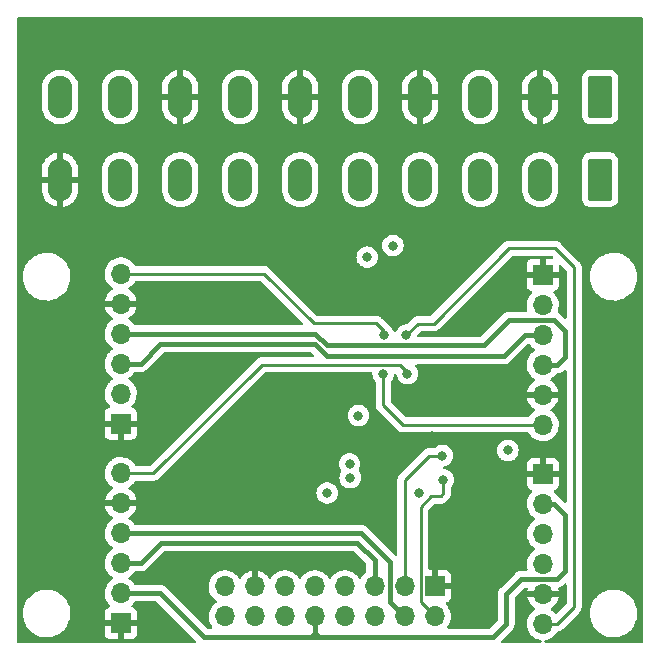
<source format=gbr>
%TF.GenerationSoftware,KiCad,Pcbnew,6.0.11+dfsg-1~bpo11+1*%
%TF.CreationDate,2023-04-06T13:38:35+02:00*%
%TF.ProjectId,aout-4_11,616f7574-2d34-45f3-9131-2e6b69636164,1.1*%
%TF.SameCoordinates,Original*%
%TF.FileFunction,Copper,L3,Inr*%
%TF.FilePolarity,Positive*%
%FSLAX46Y46*%
G04 Gerber Fmt 4.6, Leading zero omitted, Abs format (unit mm)*
G04 Created by KiCad (PCBNEW 6.0.11+dfsg-1~bpo11+1) date 2023-04-06 13:38:35*
%MOMM*%
%LPD*%
G01*
G04 APERTURE LIST*
G04 Aperture macros list*
%AMRoundRect*
0 Rectangle with rounded corners*
0 $1 Rounding radius*
0 $2 $3 $4 $5 $6 $7 $8 $9 X,Y pos of 4 corners*
0 Add a 4 corners polygon primitive as box body*
4,1,4,$2,$3,$4,$5,$6,$7,$8,$9,$2,$3,0*
0 Add four circle primitives for the rounded corners*
1,1,$1+$1,$2,$3*
1,1,$1+$1,$4,$5*
1,1,$1+$1,$6,$7*
1,1,$1+$1,$8,$9*
0 Add four rect primitives between the rounded corners*
20,1,$1+$1,$2,$3,$4,$5,0*
20,1,$1+$1,$4,$5,$6,$7,0*
20,1,$1+$1,$6,$7,$8,$9,0*
20,1,$1+$1,$8,$9,$2,$3,0*%
G04 Aperture macros list end*
%TA.AperFunction,ComponentPad*%
%ADD10RoundRect,0.249999X0.790001X1.550001X-0.790001X1.550001X-0.790001X-1.550001X0.790001X-1.550001X0*%
%TD*%
%TA.AperFunction,ComponentPad*%
%ADD11O,2.080000X3.600000*%
%TD*%
%TA.AperFunction,ComponentPad*%
%ADD12R,1.700000X1.700000*%
%TD*%
%TA.AperFunction,ComponentPad*%
%ADD13O,1.700000X1.700000*%
%TD*%
%TA.AperFunction,ViaPad*%
%ADD14C,0.800000*%
%TD*%
%TA.AperFunction,Conductor*%
%ADD15C,0.400000*%
%TD*%
%TA.AperFunction,Conductor*%
%ADD16C,0.250000*%
%TD*%
G04 APERTURE END LIST*
D10*
%TO.N,+VSW*%
%TO.C,J3*%
X168360000Y-80277500D03*
D11*
%TO.N,Earth*%
X163280000Y-80277500D03*
%TO.N,+VSW*%
X158200000Y-80277500D03*
%TO.N,Earth*%
X153120000Y-80277500D03*
%TO.N,+VSW*%
X148040000Y-80277500D03*
%TO.N,Earth*%
X142960000Y-80277500D03*
%TO.N,+VSW*%
X137880000Y-80277500D03*
%TO.N,Earth*%
X132800000Y-80277500D03*
%TO.N,+VSW*%
X127720000Y-80277500D03*
%TO.N,GNDD*%
X122640000Y-80277500D03*
%TD*%
D12*
%TO.N,GNDD*%
%TO.C,J6*%
X127775000Y-117825000D03*
D13*
%TO.N,+5V*%
X127775000Y-115285000D03*
%TO.N,/SDA1*%
X127775000Y-112745000D03*
%TO.N,/SCL1*%
X127775000Y-110205000D03*
%TO.N,GNDD*%
X127775000Y-107665000D03*
%TO.N,/VOM3*%
X127775000Y-105125000D03*
%TD*%
D10*
%TO.N,Earth*%
%TO.C,J2*%
X168360000Y-73277500D03*
D11*
%TO.N,GNDD*%
X163280000Y-73277500D03*
%TO.N,/VO4*%
X158200000Y-73277500D03*
%TO.N,GNDD*%
X153120000Y-73277500D03*
%TO.N,/VO3*%
X148040000Y-73277500D03*
%TO.N,GNDD*%
X142960000Y-73277500D03*
%TO.N,/VO2*%
X137880000Y-73277500D03*
%TO.N,GNDD*%
X132800000Y-73277500D03*
%TO.N,/VO1*%
X127720000Y-73277500D03*
%TO.N,+VSW*%
X122640000Y-73277500D03*
%TD*%
D12*
%TO.N,GNDD*%
%TO.C,J5*%
X163500000Y-88340000D03*
D13*
%TO.N,+5V*%
X163500000Y-90880000D03*
%TO.N,/SDA0*%
X163500000Y-93420000D03*
%TO.N,/SCL0*%
X163500000Y-95960000D03*
%TO.N,GNDD*%
X163500000Y-98500000D03*
%TO.N,/VOM2*%
X163500000Y-101040000D03*
%TD*%
D12*
%TO.N,GNDD*%
%TO.C,J7*%
X163525000Y-105200000D03*
D13*
%TO.N,+5V*%
X163525000Y-107740000D03*
%TO.N,/SDA1*%
X163525000Y-110280000D03*
%TO.N,/SCL1*%
X163525000Y-112820000D03*
%TO.N,GNDD*%
X163525000Y-115360000D03*
%TO.N,/VOM4*%
X163525000Y-117900000D03*
%TD*%
D12*
%TO.N,GNDD*%
%TO.C,J4*%
X127775000Y-100925000D03*
D13*
%TO.N,+5V*%
X127775000Y-98385000D03*
%TO.N,/SDA0*%
X127775000Y-95845000D03*
%TO.N,/SCL0*%
X127775000Y-93305000D03*
%TO.N,GNDD*%
X127775000Y-90765000D03*
%TO.N,/VOM1*%
X127775000Y-88225000D03*
%TD*%
D12*
%TO.N,GNDD*%
%TO.C,J1*%
X154370000Y-114710000D03*
D13*
%TO.N,/SCL0*%
X154370000Y-117250000D03*
%TO.N,/SDA0*%
X151830000Y-114710000D03*
%TO.N,/SCL1*%
X151830000Y-117250000D03*
%TO.N,/SDA1*%
X149290000Y-114710000D03*
%TO.N,unconnected-(J1-Pad6)*%
X149290000Y-117250000D03*
%TO.N,unconnected-(J1-Pad7)*%
X146750000Y-114710000D03*
%TO.N,unconnected-(J1-Pad8)*%
X146750000Y-117250000D03*
%TO.N,unconnected-(J1-Pad9)*%
X144210000Y-114710000D03*
%TO.N,+5V*%
X144210000Y-117250000D03*
%TO.N,-12V*%
X141670000Y-114710000D03*
%TO.N,+12V*%
X141670000Y-117250000D03*
%TO.N,GNDD*%
X139130000Y-114710000D03*
%TO.N,Earth*%
X139130000Y-117250000D03*
%TO.N,+VSW*%
X136590000Y-114710000D03*
X136590000Y-117250000D03*
%TD*%
D14*
%TO.N,GNDD*%
X140600000Y-106670000D03*
X140700000Y-101810000D03*
X154100000Y-101960000D03*
%TO.N,+12V*%
X148640000Y-86830000D03*
%TO.N,GNDD*%
X150300000Y-106850000D03*
X159500000Y-91500000D03*
X145250000Y-112550000D03*
%TO.N,-12V*%
X150820000Y-85860000D03*
%TO.N,/SCL0*%
X155100000Y-105700000D03*
X160550000Y-103200000D03*
X147200000Y-105500000D03*
%TO.N,/SDA0*%
X155000000Y-103650000D03*
X147150000Y-104350000D03*
%TO.N,/VOM1*%
X147900000Y-100250000D03*
X150035500Y-93450000D03*
%TO.N,/VOM2*%
X150000000Y-96700000D03*
%TO.N,/VOM3*%
X152050000Y-96700000D03*
X145250000Y-106800000D03*
%TO.N,/VOM4*%
X151950000Y-93450000D03*
X153000000Y-106800000D03*
%TD*%
D15*
%TO.N,+5V*%
X144700000Y-119000000D02*
X159300000Y-119000000D01*
X143850000Y-119000000D02*
X144210000Y-118640000D01*
X164690000Y-114110000D02*
X161690000Y-114110000D01*
X163525000Y-107740000D02*
X164440000Y-107740000D01*
X160410000Y-117890000D02*
X160410000Y-115390000D01*
X144210000Y-118620000D02*
X144490000Y-118900000D01*
X131095000Y-115285000D02*
X134810000Y-119000000D01*
X144210000Y-118640000D02*
X144210000Y-117250000D01*
X143500000Y-119000000D02*
X143850000Y-119000000D01*
X144210000Y-117250000D02*
X144210000Y-118620000D01*
X165400000Y-108700000D02*
X165400000Y-113400000D01*
X144700000Y-119000000D02*
X144570000Y-119000000D01*
X164440000Y-107740000D02*
X165400000Y-108700000D01*
X159300000Y-119000000D02*
X160150000Y-118150000D01*
X144570000Y-119000000D02*
X144210000Y-118640000D01*
X143500000Y-119000000D02*
X144700000Y-119000000D01*
X161690000Y-114110000D02*
X160410000Y-115390000D01*
X165400000Y-113400000D02*
X164690000Y-114110000D01*
X159400000Y-118900000D02*
X160150000Y-118150000D01*
X127775000Y-115285000D02*
X131095000Y-115285000D01*
X134810000Y-119000000D02*
X143500000Y-119000000D01*
X160150000Y-118150000D02*
X160410000Y-117890000D01*
D16*
%TO.N,/SCL0*%
X154370000Y-117250000D02*
X153195000Y-116075000D01*
D15*
X160630000Y-92170000D02*
X164470000Y-92170000D01*
X144205000Y-93305000D02*
X145200000Y-94300000D01*
X165400000Y-93100000D02*
X165400000Y-95300000D01*
X158500000Y-94300000D02*
X160630000Y-92170000D01*
D16*
X153195000Y-116075000D02*
X153195000Y-107955000D01*
X155100000Y-105700000D02*
X155100000Y-106850000D01*
D15*
X165400000Y-95300000D02*
X164740000Y-95960000D01*
D16*
X155100000Y-106850000D02*
X154850000Y-107100000D01*
D15*
X164740000Y-95960000D02*
X163500000Y-95960000D01*
X164470000Y-92170000D02*
X165400000Y-93100000D01*
X127775000Y-93305000D02*
X144205000Y-93305000D01*
X145200000Y-94300000D02*
X158500000Y-94300000D01*
D16*
X153195000Y-107955000D02*
X154050000Y-107100000D01*
X154050000Y-107100000D02*
X154850000Y-107100000D01*
D15*
%TO.N,/SDA0*%
X131100000Y-94200000D02*
X144200000Y-94200000D01*
X160200000Y-95200000D02*
X161980000Y-93420000D01*
X129455000Y-95845000D02*
X131100000Y-94200000D01*
D16*
X151830000Y-105720000D02*
X153900000Y-103650000D01*
X153900000Y-103650000D02*
X155000000Y-103650000D01*
D15*
X145200000Y-95200000D02*
X160200000Y-95200000D01*
X161980000Y-93420000D02*
X163500000Y-93420000D01*
X144200000Y-94200000D02*
X145200000Y-95200000D01*
D16*
X151830000Y-114710000D02*
X151830000Y-105720000D01*
D15*
X127775000Y-95845000D02*
X129455000Y-95845000D01*
%TO.N,/SCL1*%
X150580000Y-116000000D02*
X151830000Y-117250000D01*
X127775000Y-110205000D02*
X148105000Y-110205000D01*
X148105000Y-110205000D02*
X150580000Y-112680000D01*
X150580000Y-112680000D02*
X150580000Y-116000000D01*
%TO.N,/SDA1*%
X127775000Y-112745000D02*
X129455000Y-112745000D01*
X149290000Y-112490000D02*
X149290000Y-114710000D01*
X131200000Y-111000000D02*
X147800000Y-111000000D01*
X147800000Y-111000000D02*
X149290000Y-112490000D01*
X129455000Y-112745000D02*
X131200000Y-111000000D01*
D16*
%TO.N,/VOM1*%
X139895000Y-88225000D02*
X144120000Y-92450000D01*
X150035500Y-93085500D02*
X149400000Y-92450000D01*
X127775000Y-88225000D02*
X139895000Y-88225000D01*
X150035500Y-93450000D02*
X150035500Y-93085500D01*
X144120000Y-92450000D02*
X149400000Y-92450000D01*
%TO.N,/VOM2*%
X150000000Y-99380000D02*
X151660000Y-101040000D01*
X151660000Y-101040000D02*
X163500000Y-101040000D01*
X150000000Y-96700000D02*
X150000000Y-99380000D01*
%TO.N,/VOM3*%
X151430000Y-95930000D02*
X152050000Y-96550000D01*
X130545000Y-105125000D02*
X127775000Y-105125000D01*
X152050000Y-96550000D02*
X152050000Y-96700000D01*
X139740000Y-95930000D02*
X130545000Y-105125000D01*
X151430000Y-95930000D02*
X139740000Y-95930000D01*
%TO.N,/VOM4*%
X164720000Y-117900000D02*
X163525000Y-117900000D01*
X151950000Y-93450000D02*
X152930000Y-92470000D01*
X152930000Y-92470000D02*
X154270000Y-92470000D01*
X160650000Y-86090000D02*
X164560000Y-86090000D01*
X164560000Y-86090000D02*
X166160000Y-87690000D01*
X166160000Y-87690000D02*
X166160000Y-116460000D01*
X166160000Y-116460000D02*
X164720000Y-117900000D01*
X154270000Y-92470000D02*
X160650000Y-86090000D01*
%TD*%
%TA.AperFunction,Conductor*%
%TO.N,GNDD*%
G36*
X165444532Y-114461604D02*
G01*
X165501368Y-114504151D01*
X165526179Y-114570671D01*
X165526500Y-114579660D01*
X165526500Y-116145405D01*
X165506498Y-116213526D01*
X165489595Y-116234501D01*
X164722614Y-117001481D01*
X164660302Y-117035506D01*
X164589486Y-117030441D01*
X164540325Y-116997184D01*
X164458151Y-116906876D01*
X164458148Y-116906873D01*
X164454670Y-116903051D01*
X164450619Y-116899852D01*
X164450615Y-116899848D01*
X164283414Y-116767800D01*
X164283410Y-116767798D01*
X164279359Y-116764598D01*
X164237569Y-116741529D01*
X164187598Y-116691097D01*
X164172826Y-116621654D01*
X164197942Y-116555248D01*
X164225294Y-116528641D01*
X164400328Y-116403792D01*
X164408200Y-116397139D01*
X164559052Y-116246812D01*
X164565730Y-116238965D01*
X164690003Y-116066020D01*
X164695313Y-116057183D01*
X164789670Y-115866267D01*
X164793469Y-115856672D01*
X164855377Y-115652910D01*
X164857555Y-115642837D01*
X164858986Y-115631962D01*
X164856775Y-115617778D01*
X164843617Y-115614000D01*
X162208225Y-115614000D01*
X162194694Y-115617973D01*
X162193257Y-115627966D01*
X162223565Y-115762446D01*
X162226645Y-115772275D01*
X162306770Y-115969603D01*
X162311413Y-115978794D01*
X162422694Y-116160388D01*
X162428777Y-116168699D01*
X162568213Y-116329667D01*
X162575580Y-116336883D01*
X162739434Y-116472916D01*
X162747881Y-116478831D01*
X162816969Y-116519203D01*
X162865693Y-116570842D01*
X162878764Y-116640625D01*
X162852033Y-116706396D01*
X162811584Y-116739752D01*
X162798607Y-116746507D01*
X162794474Y-116749610D01*
X162794471Y-116749612D01*
X162624100Y-116877530D01*
X162619965Y-116880635D01*
X162578993Y-116923510D01*
X162479442Y-117027684D01*
X162465629Y-117042138D01*
X162339743Y-117226680D01*
X162298008Y-117316590D01*
X162275540Y-117364995D01*
X162245688Y-117429305D01*
X162185989Y-117644570D01*
X162162251Y-117866695D01*
X162162548Y-117871848D01*
X162162548Y-117871851D01*
X162170176Y-118004149D01*
X162175110Y-118089715D01*
X162176247Y-118094761D01*
X162176248Y-118094767D01*
X162191999Y-118164656D01*
X162224222Y-118307639D01*
X162281974Y-118449867D01*
X162301822Y-118498745D01*
X162308266Y-118514616D01*
X162359942Y-118598944D01*
X162398843Y-118662424D01*
X162424987Y-118705088D01*
X162571250Y-118873938D01*
X162743126Y-119016632D01*
X162936000Y-119129338D01*
X163144692Y-119209030D01*
X163149760Y-119210061D01*
X163149763Y-119210062D01*
X163306891Y-119242030D01*
X163369656Y-119275211D01*
X163404518Y-119337059D01*
X163400409Y-119407937D01*
X163358632Y-119465341D01*
X163292453Y-119491046D01*
X163281770Y-119491500D01*
X160114660Y-119491500D01*
X160046539Y-119471498D01*
X160000046Y-119417842D01*
X159989942Y-119347568D01*
X160019436Y-119282988D01*
X160025565Y-119276405D01*
X160268235Y-119033735D01*
X160681393Y-118620578D01*
X160681397Y-118620573D01*
X160890520Y-118411450D01*
X160896785Y-118405596D01*
X160904425Y-118398931D01*
X160940385Y-118367561D01*
X160977114Y-118315300D01*
X160981046Y-118310005D01*
X160995556Y-118291500D01*
X161020477Y-118259718D01*
X161023602Y-118252796D01*
X161024964Y-118250548D01*
X161033368Y-118235815D01*
X161034622Y-118233476D01*
X161038990Y-118227261D01*
X161041749Y-118220185D01*
X161041751Y-118220181D01*
X161062202Y-118167726D01*
X161064758Y-118161646D01*
X161087918Y-118110351D01*
X161091045Y-118103426D01*
X161092429Y-118095955D01*
X161093230Y-118093401D01*
X161097867Y-118077122D01*
X161098523Y-118074567D01*
X161101282Y-118067491D01*
X161109621Y-118004149D01*
X161110653Y-117997633D01*
X161120912Y-117942280D01*
X161122296Y-117934813D01*
X161118709Y-117872602D01*
X161118500Y-117865349D01*
X161118500Y-115735661D01*
X161138502Y-115667540D01*
X161155405Y-115646565D01*
X161946567Y-114855404D01*
X162008879Y-114821379D01*
X162035662Y-114818500D01*
X162100145Y-114818500D01*
X162168266Y-114838502D01*
X162214759Y-114892158D01*
X162224863Y-114962432D01*
X162221562Y-114978173D01*
X162189389Y-115094184D01*
X162190912Y-115102607D01*
X162203292Y-115106000D01*
X164843344Y-115106000D01*
X164856875Y-115102027D01*
X164858180Y-115092947D01*
X164819951Y-114940754D01*
X164822755Y-114869813D01*
X164863467Y-114811649D01*
X164896697Y-114794185D01*
X164896284Y-114793243D01*
X164954795Y-114767558D01*
X164960904Y-114765065D01*
X165013548Y-114745173D01*
X165013549Y-114745172D01*
X165020656Y-114742487D01*
X165026919Y-114738183D01*
X165029285Y-114736946D01*
X165044097Y-114728701D01*
X165046351Y-114727368D01*
X165053305Y-114724315D01*
X165104002Y-114685413D01*
X165109332Y-114681541D01*
X165155721Y-114649660D01*
X165155725Y-114649657D01*
X165161981Y-114645357D01*
X165203436Y-114598829D01*
X165208416Y-114593554D01*
X165311405Y-114490565D01*
X165373717Y-114456539D01*
X165444532Y-114461604D01*
G37*
%TD.AperFunction*%
%TA.AperFunction,Conductor*%
G36*
X171933621Y-66528502D02*
G01*
X171980114Y-66582158D01*
X171991500Y-66634500D01*
X171991500Y-119365500D01*
X171971498Y-119433621D01*
X171917842Y-119480114D01*
X171865500Y-119491500D01*
X163768588Y-119491500D01*
X163700467Y-119471498D01*
X163653974Y-119417842D01*
X163643870Y-119347568D01*
X163673364Y-119282988D01*
X163733090Y-119244604D01*
X163752578Y-119240521D01*
X163803288Y-119234025D01*
X163803289Y-119234025D01*
X163808416Y-119233368D01*
X163813366Y-119231883D01*
X164017429Y-119170661D01*
X164017434Y-119170659D01*
X164022384Y-119169174D01*
X164222994Y-119070896D01*
X164404860Y-118941173D01*
X164433078Y-118913054D01*
X164559435Y-118787137D01*
X164563096Y-118783489D01*
X164568478Y-118776000D01*
X164690435Y-118606277D01*
X164693453Y-118602077D01*
X164695745Y-118597440D01*
X164698407Y-118593009D01*
X164700404Y-118594209D01*
X164741867Y-118549157D01*
X164802827Y-118531209D01*
X164810599Y-118530965D01*
X164811971Y-118530922D01*
X164811972Y-118530922D01*
X164819889Y-118530673D01*
X164839343Y-118525021D01*
X164858700Y-118521013D01*
X164870930Y-118519468D01*
X164870931Y-118519468D01*
X164878797Y-118518474D01*
X164886168Y-118515555D01*
X164886170Y-118515555D01*
X164919912Y-118502196D01*
X164931142Y-118498351D01*
X164965983Y-118488229D01*
X164965984Y-118488229D01*
X164973593Y-118486018D01*
X164980412Y-118481985D01*
X164980417Y-118481983D01*
X164991028Y-118475707D01*
X165008776Y-118467012D01*
X165027617Y-118459552D01*
X165040948Y-118449867D01*
X165063387Y-118433564D01*
X165073307Y-118427048D01*
X165104535Y-118408580D01*
X165104538Y-118408578D01*
X165111362Y-118404542D01*
X165125683Y-118390221D01*
X165140717Y-118377380D01*
X165150694Y-118370131D01*
X165157107Y-118365472D01*
X165185298Y-118331395D01*
X165193288Y-118322616D01*
X166536986Y-116978918D01*
X167486917Y-116978918D01*
X167487334Y-116986156D01*
X167502682Y-117252320D01*
X167555405Y-117521053D01*
X167556792Y-117525103D01*
X167556793Y-117525108D01*
X167642723Y-117776088D01*
X167644112Y-117780144D01*
X167673238Y-117838054D01*
X167755127Y-118000873D01*
X167767160Y-118024799D01*
X167769586Y-118028328D01*
X167769589Y-118028334D01*
X167899848Y-118217860D01*
X167922274Y-118250490D01*
X167925161Y-118253663D01*
X167925162Y-118253664D01*
X168103692Y-118449867D01*
X168106582Y-118453043D01*
X168109877Y-118455798D01*
X168109878Y-118455799D01*
X168133688Y-118475707D01*
X168316675Y-118628707D01*
X168320316Y-118630991D01*
X168545024Y-118771951D01*
X168545028Y-118771953D01*
X168548664Y-118774234D01*
X168616544Y-118804883D01*
X168794345Y-118885164D01*
X168794349Y-118885166D01*
X168798257Y-118886930D01*
X168802377Y-118888150D01*
X168802376Y-118888150D01*
X169056723Y-118963491D01*
X169056727Y-118963492D01*
X169060836Y-118964709D01*
X169065070Y-118965357D01*
X169065075Y-118965358D01*
X169327298Y-119005483D01*
X169327300Y-119005483D01*
X169331540Y-119006132D01*
X169470912Y-119008322D01*
X169601071Y-119010367D01*
X169601077Y-119010367D01*
X169605362Y-119010434D01*
X169877235Y-118977534D01*
X170142127Y-118908041D01*
X170146087Y-118906401D01*
X170146092Y-118906399D01*
X170268631Y-118855641D01*
X170395136Y-118803241D01*
X170513359Y-118734157D01*
X170627879Y-118667237D01*
X170627880Y-118667236D01*
X170631582Y-118665073D01*
X170847089Y-118496094D01*
X170856854Y-118486018D01*
X171034686Y-118302509D01*
X171037669Y-118299431D01*
X171040202Y-118295983D01*
X171040206Y-118295978D01*
X171197257Y-118082178D01*
X171199795Y-118078723D01*
X171201841Y-118074955D01*
X171328418Y-117841830D01*
X171328419Y-117841828D01*
X171330468Y-117838054D01*
X171427269Y-117581877D01*
X171461069Y-117434297D01*
X171487449Y-117319117D01*
X171487450Y-117319113D01*
X171488407Y-117314933D01*
X171494502Y-117246646D01*
X171512531Y-117044627D01*
X171512531Y-117044625D01*
X171512751Y-117042161D01*
X171513193Y-117000000D01*
X171511465Y-116974648D01*
X171494859Y-116731055D01*
X171494858Y-116731049D01*
X171494567Y-116726778D01*
X171487999Y-116695060D01*
X171462274Y-116570842D01*
X171439032Y-116458612D01*
X171347617Y-116200465D01*
X171240794Y-115993500D01*
X171223978Y-115960919D01*
X171223978Y-115960918D01*
X171222013Y-115957112D01*
X171218487Y-115952094D01*
X171120445Y-115812595D01*
X171064545Y-115733057D01*
X170984172Y-115646565D01*
X170881046Y-115535588D01*
X170881043Y-115535585D01*
X170878125Y-115532445D01*
X170874810Y-115529731D01*
X170874806Y-115529728D01*
X170729768Y-115411016D01*
X170666205Y-115358990D01*
X170432704Y-115215901D01*
X170423387Y-115211811D01*
X170185873Y-115107549D01*
X170185869Y-115107548D01*
X170181945Y-115105825D01*
X169918566Y-115030800D01*
X169914324Y-115030196D01*
X169914318Y-115030195D01*
X169688589Y-114998069D01*
X169647443Y-114992213D01*
X169503589Y-114991460D01*
X169377877Y-114990802D01*
X169377871Y-114990802D01*
X169373591Y-114990780D01*
X169369347Y-114991339D01*
X169369343Y-114991339D01*
X169250302Y-115007011D01*
X169102078Y-115026525D01*
X169097938Y-115027658D01*
X169097936Y-115027658D01*
X169037597Y-115044165D01*
X168837928Y-115098788D01*
X168833980Y-115100472D01*
X168589982Y-115204546D01*
X168589978Y-115204548D01*
X168586030Y-115206232D01*
X168469703Y-115275852D01*
X168354725Y-115344664D01*
X168354721Y-115344667D01*
X168351043Y-115346868D01*
X168137318Y-115518094D01*
X168062309Y-115597137D01*
X167976467Y-115687596D01*
X167948808Y-115716742D01*
X167789002Y-115939136D01*
X167660857Y-116181161D01*
X167659385Y-116185184D01*
X167659383Y-116185188D01*
X167582089Y-116396403D01*
X167566743Y-116438337D01*
X167508404Y-116705907D01*
X167507092Y-116722581D01*
X167489036Y-116952000D01*
X167486917Y-116978918D01*
X166536986Y-116978918D01*
X166552247Y-116963657D01*
X166560537Y-116956113D01*
X166567018Y-116952000D01*
X166613659Y-116902332D01*
X166616413Y-116899491D01*
X166636135Y-116879769D01*
X166638612Y-116876576D01*
X166646317Y-116867555D01*
X166655857Y-116857396D01*
X166676586Y-116835321D01*
X166680407Y-116828371D01*
X166686346Y-116817568D01*
X166697202Y-116801041D01*
X166704757Y-116791302D01*
X166704758Y-116791300D01*
X166709614Y-116785040D01*
X166727174Y-116744460D01*
X166732391Y-116733812D01*
X166749875Y-116702009D01*
X166749876Y-116702007D01*
X166753695Y-116695060D01*
X166758733Y-116675437D01*
X166765137Y-116656734D01*
X166770033Y-116645420D01*
X166770033Y-116645419D01*
X166773181Y-116638145D01*
X166774420Y-116630322D01*
X166774423Y-116630312D01*
X166780099Y-116594476D01*
X166782505Y-116582856D01*
X166791528Y-116547711D01*
X166791528Y-116547710D01*
X166793500Y-116540030D01*
X166793500Y-116519776D01*
X166795051Y-116500065D01*
X166796980Y-116487886D01*
X166798220Y-116480057D01*
X166794059Y-116436038D01*
X166793500Y-116424181D01*
X166793500Y-88478918D01*
X167486917Y-88478918D01*
X167487334Y-88486156D01*
X167502682Y-88752320D01*
X167555405Y-89021053D01*
X167556792Y-89025103D01*
X167556793Y-89025108D01*
X167640355Y-89269171D01*
X167644112Y-89280144D01*
X167673238Y-89338054D01*
X167742837Y-89476437D01*
X167767160Y-89524799D01*
X167769586Y-89528328D01*
X167769589Y-89528334D01*
X167919843Y-89746953D01*
X167922274Y-89750490D01*
X167925161Y-89753663D01*
X167925162Y-89753664D01*
X168085393Y-89929757D01*
X168106582Y-89953043D01*
X168316675Y-90128707D01*
X168320316Y-90130991D01*
X168545024Y-90271951D01*
X168545028Y-90271953D01*
X168548664Y-90274234D01*
X168673460Y-90330582D01*
X168794345Y-90385164D01*
X168794349Y-90385166D01*
X168798257Y-90386930D01*
X168802377Y-90388150D01*
X168802376Y-90388150D01*
X169056723Y-90463491D01*
X169056727Y-90463492D01*
X169060836Y-90464709D01*
X169065070Y-90465357D01*
X169065075Y-90465358D01*
X169327298Y-90505483D01*
X169327300Y-90505483D01*
X169331540Y-90506132D01*
X169470912Y-90508322D01*
X169601071Y-90510367D01*
X169601077Y-90510367D01*
X169605362Y-90510434D01*
X169877235Y-90477534D01*
X170142127Y-90408041D01*
X170146087Y-90406401D01*
X170146092Y-90406399D01*
X170268631Y-90355641D01*
X170395136Y-90303241D01*
X170631582Y-90165073D01*
X170847089Y-89996094D01*
X170888809Y-89953043D01*
X170978358Y-89860635D01*
X171037669Y-89799431D01*
X171040202Y-89795983D01*
X171040206Y-89795978D01*
X171197257Y-89582178D01*
X171199795Y-89578723D01*
X171203463Y-89571967D01*
X171328418Y-89341830D01*
X171328419Y-89341828D01*
X171330468Y-89338054D01*
X171427269Y-89081877D01*
X171473848Y-88878502D01*
X171487449Y-88819117D01*
X171487450Y-88819113D01*
X171488407Y-88814933D01*
X171496910Y-88719665D01*
X171512531Y-88544627D01*
X171512531Y-88544625D01*
X171512751Y-88542161D01*
X171513193Y-88500000D01*
X171511465Y-88474648D01*
X171494859Y-88231055D01*
X171494858Y-88231049D01*
X171494567Y-88226778D01*
X171439032Y-87958612D01*
X171347617Y-87700465D01*
X171222013Y-87457112D01*
X171212814Y-87444022D01*
X171100571Y-87284317D01*
X171064545Y-87233057D01*
X170931235Y-87089598D01*
X170881046Y-87035588D01*
X170881043Y-87035585D01*
X170878125Y-87032445D01*
X170874810Y-87029731D01*
X170874806Y-87029728D01*
X170724946Y-86907069D01*
X170666205Y-86858990D01*
X170477745Y-86743502D01*
X170436366Y-86718145D01*
X170436365Y-86718145D01*
X170432704Y-86715901D01*
X170428768Y-86714173D01*
X170185873Y-86607549D01*
X170185869Y-86607548D01*
X170181945Y-86605825D01*
X169918566Y-86530800D01*
X169914324Y-86530196D01*
X169914318Y-86530195D01*
X169713834Y-86501662D01*
X169647443Y-86492213D01*
X169503589Y-86491460D01*
X169377877Y-86490802D01*
X169377871Y-86490802D01*
X169373591Y-86490780D01*
X169369347Y-86491339D01*
X169369343Y-86491339D01*
X169250302Y-86507011D01*
X169102078Y-86526525D01*
X169097938Y-86527658D01*
X169097936Y-86527658D01*
X169074918Y-86533955D01*
X168837928Y-86598788D01*
X168833980Y-86600472D01*
X168589982Y-86704546D01*
X168589978Y-86704548D01*
X168586030Y-86706232D01*
X168546039Y-86730166D01*
X168354725Y-86844664D01*
X168354721Y-86844667D01*
X168351043Y-86846868D01*
X168137318Y-87018094D01*
X168071833Y-87087101D01*
X167962295Y-87202530D01*
X167948808Y-87216742D01*
X167789002Y-87439136D01*
X167660857Y-87681161D01*
X167659385Y-87685184D01*
X167659383Y-87685188D01*
X167568214Y-87934317D01*
X167566743Y-87938337D01*
X167508404Y-88205907D01*
X167486917Y-88478918D01*
X166793500Y-88478918D01*
X166793500Y-87768768D01*
X166794027Y-87757585D01*
X166795702Y-87750092D01*
X166793562Y-87682001D01*
X166793500Y-87678044D01*
X166793500Y-87650144D01*
X166792996Y-87646153D01*
X166792063Y-87634311D01*
X166791811Y-87626267D01*
X166790674Y-87590111D01*
X166788462Y-87582497D01*
X166788461Y-87582492D01*
X166785023Y-87570659D01*
X166781012Y-87551295D01*
X166779467Y-87539064D01*
X166778474Y-87531203D01*
X166775557Y-87523836D01*
X166775556Y-87523831D01*
X166762198Y-87490092D01*
X166758354Y-87478865D01*
X166753140Y-87460919D01*
X166746018Y-87436407D01*
X166735707Y-87418972D01*
X166727012Y-87401224D01*
X166719552Y-87382383D01*
X166693564Y-87346613D01*
X166687048Y-87336693D01*
X166668580Y-87305465D01*
X166668578Y-87305462D01*
X166664542Y-87298638D01*
X166650221Y-87284317D01*
X166637380Y-87269283D01*
X166630131Y-87259306D01*
X166625472Y-87252893D01*
X166591395Y-87224702D01*
X166582616Y-87216712D01*
X165063652Y-85697747D01*
X165056112Y-85689461D01*
X165052000Y-85682982D01*
X165002348Y-85636356D01*
X164999507Y-85633602D01*
X164979770Y-85613865D01*
X164976573Y-85611385D01*
X164967551Y-85603680D01*
X164963397Y-85599779D01*
X164935321Y-85573414D01*
X164928375Y-85569595D01*
X164928372Y-85569593D01*
X164917566Y-85563652D01*
X164901047Y-85552801D01*
X164900583Y-85552441D01*
X164885041Y-85540386D01*
X164877772Y-85537241D01*
X164877768Y-85537238D01*
X164844463Y-85522826D01*
X164833813Y-85517609D01*
X164795060Y-85496305D01*
X164775437Y-85491267D01*
X164756734Y-85484863D01*
X164745420Y-85479967D01*
X164745419Y-85479967D01*
X164738145Y-85476819D01*
X164730322Y-85475580D01*
X164730312Y-85475577D01*
X164694476Y-85469901D01*
X164682856Y-85467495D01*
X164647711Y-85458472D01*
X164647710Y-85458472D01*
X164640030Y-85456500D01*
X164619776Y-85456500D01*
X164600065Y-85454949D01*
X164587886Y-85453020D01*
X164580057Y-85451780D01*
X164550786Y-85454547D01*
X164536039Y-85455941D01*
X164524181Y-85456500D01*
X160728768Y-85456500D01*
X160717585Y-85455973D01*
X160710092Y-85454298D01*
X160702166Y-85454547D01*
X160702165Y-85454547D01*
X160642002Y-85456438D01*
X160638044Y-85456500D01*
X160610144Y-85456500D01*
X160606154Y-85457004D01*
X160594320Y-85457936D01*
X160550111Y-85459326D01*
X160542495Y-85461539D01*
X160542493Y-85461539D01*
X160530652Y-85464979D01*
X160511293Y-85468988D01*
X160509983Y-85469154D01*
X160491203Y-85471526D01*
X160483837Y-85474442D01*
X160483831Y-85474444D01*
X160450098Y-85487800D01*
X160438868Y-85491645D01*
X160428253Y-85494729D01*
X160396407Y-85503981D01*
X160389584Y-85508016D01*
X160378966Y-85514295D01*
X160361213Y-85522992D01*
X160353568Y-85526019D01*
X160342383Y-85530448D01*
X160328705Y-85540386D01*
X160306612Y-85556437D01*
X160296695Y-85562951D01*
X160258638Y-85585458D01*
X160244317Y-85599779D01*
X160229284Y-85612619D01*
X160212893Y-85624528D01*
X160204217Y-85635016D01*
X160184702Y-85658605D01*
X160176712Y-85667384D01*
X154044500Y-91799595D01*
X153982188Y-91833621D01*
X153955405Y-91836500D01*
X153008767Y-91836500D01*
X152997584Y-91835973D01*
X152990091Y-91834298D01*
X152982165Y-91834547D01*
X152982164Y-91834547D01*
X152922014Y-91836438D01*
X152918055Y-91836500D01*
X152890144Y-91836500D01*
X152886210Y-91836997D01*
X152886209Y-91836997D01*
X152886144Y-91837005D01*
X152874307Y-91837938D01*
X152842490Y-91838938D01*
X152838029Y-91839078D01*
X152830110Y-91839327D01*
X152812454Y-91844456D01*
X152810658Y-91844978D01*
X152791306Y-91848986D01*
X152784235Y-91849880D01*
X152771203Y-91851526D01*
X152763834Y-91854443D01*
X152763832Y-91854444D01*
X152730097Y-91867800D01*
X152718869Y-91871645D01*
X152676407Y-91883982D01*
X152669585Y-91888016D01*
X152669579Y-91888019D01*
X152658968Y-91894294D01*
X152641218Y-91902990D01*
X152629756Y-91907528D01*
X152629751Y-91907531D01*
X152622383Y-91910448D01*
X152604970Y-91923099D01*
X152586625Y-91936427D01*
X152576707Y-91942943D01*
X152568336Y-91947894D01*
X152538637Y-91965458D01*
X152524313Y-91979782D01*
X152509281Y-91992621D01*
X152492893Y-92004528D01*
X152464712Y-92038593D01*
X152456722Y-92047373D01*
X151999500Y-92504595D01*
X151937188Y-92538621D01*
X151910405Y-92541500D01*
X151854513Y-92541500D01*
X151848061Y-92542872D01*
X151848056Y-92542872D01*
X151761112Y-92561353D01*
X151667712Y-92581206D01*
X151661682Y-92583891D01*
X151661681Y-92583891D01*
X151499278Y-92656197D01*
X151499276Y-92656198D01*
X151493248Y-92658882D01*
X151487907Y-92662762D01*
X151487906Y-92662763D01*
X151457066Y-92685170D01*
X151338747Y-92771134D01*
X151334326Y-92776044D01*
X151334325Y-92776045D01*
X151221460Y-92901395D01*
X151210960Y-92913056D01*
X151175461Y-92974542D01*
X151129178Y-93054707D01*
X151115473Y-93078444D01*
X151113431Y-93084728D01*
X151113429Y-93084733D01*
X151112582Y-93087340D01*
X151111683Y-93088655D01*
X151110747Y-93090757D01*
X151110363Y-93090586D01*
X151072508Y-93145945D01*
X151007111Y-93173581D01*
X150937154Y-93161473D01*
X150884849Y-93113466D01*
X150872918Y-93087340D01*
X150872071Y-93084733D01*
X150872069Y-93084728D01*
X150870027Y-93078444D01*
X150856323Y-93054707D01*
X150810039Y-92974542D01*
X150774540Y-92913056D01*
X150764041Y-92901395D01*
X150651175Y-92776045D01*
X150651174Y-92776044D01*
X150646753Y-92771134D01*
X150546107Y-92698010D01*
X150531074Y-92685170D01*
X150525721Y-92679817D01*
X150512880Y-92664783D01*
X150505632Y-92654807D01*
X150500972Y-92648393D01*
X150466907Y-92620212D01*
X150458126Y-92612222D01*
X149903647Y-92057742D01*
X149896113Y-92049463D01*
X149892000Y-92042982D01*
X149842348Y-91996356D01*
X149839507Y-91993602D01*
X149819770Y-91973865D01*
X149816573Y-91971385D01*
X149807551Y-91963680D01*
X149790741Y-91947894D01*
X149775321Y-91933414D01*
X149768375Y-91929595D01*
X149768372Y-91929593D01*
X149757566Y-91923652D01*
X149741047Y-91912801D01*
X149738013Y-91910448D01*
X149725041Y-91900386D01*
X149717772Y-91897241D01*
X149717768Y-91897238D01*
X149684463Y-91882826D01*
X149673813Y-91877609D01*
X149635060Y-91856305D01*
X149615437Y-91851267D01*
X149596734Y-91844863D01*
X149585420Y-91839967D01*
X149585419Y-91839967D01*
X149578145Y-91836819D01*
X149570322Y-91835580D01*
X149570312Y-91835577D01*
X149534476Y-91829901D01*
X149522856Y-91827495D01*
X149487711Y-91818472D01*
X149487710Y-91818472D01*
X149480030Y-91816500D01*
X149459776Y-91816500D01*
X149440065Y-91814949D01*
X149427886Y-91813020D01*
X149420057Y-91811780D01*
X149412165Y-91812526D01*
X149376039Y-91815941D01*
X149364181Y-91816500D01*
X144434595Y-91816500D01*
X144366474Y-91796498D01*
X144345500Y-91779595D01*
X140398652Y-87832747D01*
X140391112Y-87824461D01*
X140387000Y-87817982D01*
X140337348Y-87771356D01*
X140334507Y-87768602D01*
X140314770Y-87748865D01*
X140311573Y-87746385D01*
X140302551Y-87738680D01*
X140270321Y-87708414D01*
X140263375Y-87704595D01*
X140263372Y-87704593D01*
X140252566Y-87698652D01*
X140236047Y-87687801D01*
X140232678Y-87685188D01*
X140220041Y-87675386D01*
X140212772Y-87672241D01*
X140212768Y-87672238D01*
X140179463Y-87657826D01*
X140168813Y-87652609D01*
X140130060Y-87631305D01*
X140110437Y-87626267D01*
X140091734Y-87619863D01*
X140080420Y-87614967D01*
X140080419Y-87614967D01*
X140073145Y-87611819D01*
X140065322Y-87610580D01*
X140065312Y-87610577D01*
X140029476Y-87604901D01*
X140017856Y-87602495D01*
X139982711Y-87593472D01*
X139982710Y-87593472D01*
X139975030Y-87591500D01*
X139954776Y-87591500D01*
X139935065Y-87589949D01*
X139922886Y-87588020D01*
X139915057Y-87586780D01*
X139907165Y-87587526D01*
X139871039Y-87590941D01*
X139859181Y-87591500D01*
X129051805Y-87591500D01*
X128983684Y-87571498D01*
X128946013Y-87533940D01*
X128857822Y-87397617D01*
X128857820Y-87397614D01*
X128855014Y-87393277D01*
X128704670Y-87228051D01*
X128700619Y-87224852D01*
X128700615Y-87224848D01*
X128533414Y-87092800D01*
X128533410Y-87092798D01*
X128529359Y-87089598D01*
X128333789Y-86981638D01*
X128328920Y-86979914D01*
X128328916Y-86979912D01*
X128128087Y-86908795D01*
X128128083Y-86908794D01*
X128123212Y-86907069D01*
X128118119Y-86906162D01*
X128118116Y-86906161D01*
X127908373Y-86868800D01*
X127908367Y-86868799D01*
X127903284Y-86867894D01*
X127829452Y-86866992D01*
X127685081Y-86865228D01*
X127685079Y-86865228D01*
X127679911Y-86865165D01*
X127459091Y-86898955D01*
X127246756Y-86968357D01*
X127048607Y-87071507D01*
X127044474Y-87074610D01*
X127044471Y-87074612D01*
X126874100Y-87202530D01*
X126869965Y-87205635D01*
X126804346Y-87274301D01*
X126721279Y-87361226D01*
X126715629Y-87367138D01*
X126712715Y-87371410D01*
X126712714Y-87371411D01*
X126668377Y-87436407D01*
X126589743Y-87551680D01*
X126551387Y-87634311D01*
X126514471Y-87713841D01*
X126495688Y-87754305D01*
X126435989Y-87969570D01*
X126412251Y-88191695D01*
X126412548Y-88196848D01*
X126412548Y-88196851D01*
X126414032Y-88222581D01*
X126425110Y-88414715D01*
X126426247Y-88419761D01*
X126426248Y-88419767D01*
X126439579Y-88478918D01*
X126474222Y-88632639D01*
X126558266Y-88839616D01*
X126674987Y-89030088D01*
X126821250Y-89198938D01*
X126960047Y-89314169D01*
X126983977Y-89334036D01*
X126993126Y-89341632D01*
X127066955Y-89384774D01*
X127115679Y-89436412D01*
X127128750Y-89506195D01*
X127102019Y-89571967D01*
X127061562Y-89605327D01*
X127053457Y-89609546D01*
X127044738Y-89615036D01*
X126874433Y-89742905D01*
X126866726Y-89749748D01*
X126719590Y-89903717D01*
X126713104Y-89911727D01*
X126593098Y-90087649D01*
X126588000Y-90096623D01*
X126498338Y-90289783D01*
X126494775Y-90299470D01*
X126439389Y-90499183D01*
X126440912Y-90507607D01*
X126453292Y-90511000D01*
X129093344Y-90511000D01*
X129106875Y-90507027D01*
X129108180Y-90497947D01*
X129066214Y-90330875D01*
X129062894Y-90321124D01*
X128977972Y-90125814D01*
X128973105Y-90116739D01*
X128857426Y-89937926D01*
X128851136Y-89929757D01*
X128707806Y-89772240D01*
X128700273Y-89765215D01*
X128533139Y-89633222D01*
X128524556Y-89627520D01*
X128487602Y-89607120D01*
X128437631Y-89556687D01*
X128422859Y-89487245D01*
X128447975Y-89420839D01*
X128475327Y-89394232D01*
X128498797Y-89377491D01*
X128654860Y-89266173D01*
X128679630Y-89241490D01*
X128809435Y-89112137D01*
X128813096Y-89108489D01*
X128839652Y-89071533D01*
X128940435Y-88931277D01*
X128943453Y-88927077D01*
X128945746Y-88922437D01*
X128947446Y-88919608D01*
X128999674Y-88871518D01*
X129055451Y-88858500D01*
X139580406Y-88858500D01*
X139648527Y-88878502D01*
X139669501Y-88895405D01*
X143155501Y-92381405D01*
X143189527Y-92443717D01*
X143184462Y-92514532D01*
X143141915Y-92571368D01*
X143075395Y-92596179D01*
X143066406Y-92596500D01*
X129003286Y-92596500D01*
X128935165Y-92576498D01*
X128897494Y-92538941D01*
X128881703Y-92514532D01*
X128855014Y-92473277D01*
X128704670Y-92308051D01*
X128700619Y-92304852D01*
X128700615Y-92304848D01*
X128533414Y-92172800D01*
X128533410Y-92172798D01*
X128529359Y-92169598D01*
X128487569Y-92146529D01*
X128437598Y-92096097D01*
X128422826Y-92026654D01*
X128447942Y-91960248D01*
X128475294Y-91933641D01*
X128650328Y-91808792D01*
X128658200Y-91802139D01*
X128809052Y-91651812D01*
X128815730Y-91643965D01*
X128940003Y-91471020D01*
X128945313Y-91462183D01*
X129039670Y-91271267D01*
X129043469Y-91261672D01*
X129105377Y-91057910D01*
X129107555Y-91047837D01*
X129108986Y-91036962D01*
X129106775Y-91022778D01*
X129093617Y-91019000D01*
X126458225Y-91019000D01*
X126444694Y-91022973D01*
X126443257Y-91032966D01*
X126473565Y-91167446D01*
X126476645Y-91177275D01*
X126556770Y-91374603D01*
X126561413Y-91383794D01*
X126672694Y-91565388D01*
X126678777Y-91573699D01*
X126818213Y-91734667D01*
X126825580Y-91741883D01*
X126989434Y-91877916D01*
X126997881Y-91883831D01*
X127066969Y-91924203D01*
X127115693Y-91975842D01*
X127128764Y-92045625D01*
X127102033Y-92111396D01*
X127061584Y-92144752D01*
X127048607Y-92151507D01*
X127044474Y-92154610D01*
X127044471Y-92154612D01*
X126874100Y-92282530D01*
X126869965Y-92285635D01*
X126715629Y-92447138D01*
X126712715Y-92451410D01*
X126712714Y-92451411D01*
X126653005Y-92538941D01*
X126589743Y-92631680D01*
X126495688Y-92834305D01*
X126435989Y-93049570D01*
X126412251Y-93271695D01*
X126412548Y-93276848D01*
X126412548Y-93276851D01*
X126422153Y-93443435D01*
X126425110Y-93494715D01*
X126426247Y-93499761D01*
X126426248Y-93499767D01*
X126446273Y-93588621D01*
X126474222Y-93712639D01*
X126558266Y-93919616D01*
X126560965Y-93924020D01*
X126660936Y-94087158D01*
X126674987Y-94110088D01*
X126821250Y-94278938D01*
X126993126Y-94421632D01*
X127048622Y-94454061D01*
X127066445Y-94464476D01*
X127115169Y-94516114D01*
X127128240Y-94585897D01*
X127101509Y-94651669D01*
X127061055Y-94685027D01*
X127048607Y-94691507D01*
X127044474Y-94694610D01*
X127044471Y-94694612D01*
X126874100Y-94822530D01*
X126869965Y-94825635D01*
X126866393Y-94829373D01*
X126763036Y-94937530D01*
X126715629Y-94987138D01*
X126589743Y-95171680D01*
X126587564Y-95176375D01*
X126507890Y-95348019D01*
X126495688Y-95374305D01*
X126435989Y-95589570D01*
X126412251Y-95811695D01*
X126412548Y-95816848D01*
X126412548Y-95816851D01*
X126418001Y-95911420D01*
X126425110Y-96034715D01*
X126426247Y-96039761D01*
X126426248Y-96039767D01*
X126444062Y-96118810D01*
X126474222Y-96252639D01*
X126507190Y-96333830D01*
X126552788Y-96446124D01*
X126558266Y-96459616D01*
X126604325Y-96534778D01*
X126667064Y-96637158D01*
X126674987Y-96650088D01*
X126821250Y-96818938D01*
X126993126Y-96961632D01*
X127054557Y-96997529D01*
X127066445Y-97004476D01*
X127115169Y-97056114D01*
X127128240Y-97125897D01*
X127101509Y-97191669D01*
X127061055Y-97225027D01*
X127048607Y-97231507D01*
X127044474Y-97234610D01*
X127044471Y-97234612D01*
X126874100Y-97362530D01*
X126869965Y-97365635D01*
X126851605Y-97384848D01*
X126750051Y-97491118D01*
X126715629Y-97527138D01*
X126712715Y-97531410D01*
X126712714Y-97531411D01*
X126660128Y-97608500D01*
X126589743Y-97711680D01*
X126574003Y-97745590D01*
X126520518Y-97860814D01*
X126495688Y-97914305D01*
X126435989Y-98129570D01*
X126412251Y-98351695D01*
X126412548Y-98356848D01*
X126412548Y-98356851D01*
X126418011Y-98451590D01*
X126425110Y-98574715D01*
X126426247Y-98579761D01*
X126426248Y-98579767D01*
X126446119Y-98667939D01*
X126474222Y-98792639D01*
X126558266Y-98999616D01*
X126674987Y-99190088D01*
X126821250Y-99358938D01*
X126825225Y-99362238D01*
X126825231Y-99362244D01*
X126830425Y-99366556D01*
X126870059Y-99425460D01*
X126871555Y-99496441D01*
X126834439Y-99556962D01*
X126794168Y-99581480D01*
X126686946Y-99621676D01*
X126671351Y-99630214D01*
X126569276Y-99706715D01*
X126556715Y-99719276D01*
X126480214Y-99821351D01*
X126471676Y-99836946D01*
X126426522Y-99957394D01*
X126422895Y-99972649D01*
X126417369Y-100023514D01*
X126417000Y-100030328D01*
X126417000Y-100652885D01*
X126421475Y-100668124D01*
X126422865Y-100669329D01*
X126430548Y-100671000D01*
X129114884Y-100671000D01*
X129130123Y-100666525D01*
X129131328Y-100665135D01*
X129132999Y-100657452D01*
X129132999Y-100030331D01*
X129132629Y-100023510D01*
X129127105Y-99972648D01*
X129123479Y-99957396D01*
X129078324Y-99836946D01*
X129069786Y-99821351D01*
X128993285Y-99719276D01*
X128980724Y-99706715D01*
X128878649Y-99630214D01*
X128863054Y-99621676D01*
X128752813Y-99580348D01*
X128696049Y-99537706D01*
X128671349Y-99471145D01*
X128686557Y-99401796D01*
X128708104Y-99373115D01*
X128809430Y-99272144D01*
X128809440Y-99272132D01*
X128813096Y-99268489D01*
X128872594Y-99185689D01*
X128940435Y-99091277D01*
X128943453Y-99087077D01*
X129042430Y-98886811D01*
X129107370Y-98673069D01*
X129136529Y-98451590D01*
X129138156Y-98385000D01*
X129119852Y-98162361D01*
X129065431Y-97945702D01*
X128976354Y-97740840D01*
X128910288Y-97638717D01*
X128857822Y-97557617D01*
X128857820Y-97557614D01*
X128855014Y-97553277D01*
X128704670Y-97388051D01*
X128700619Y-97384852D01*
X128700615Y-97384848D01*
X128533414Y-97252800D01*
X128533410Y-97252798D01*
X128529359Y-97249598D01*
X128488053Y-97226796D01*
X128438084Y-97176364D01*
X128423312Y-97106921D01*
X128448428Y-97040516D01*
X128475780Y-97013909D01*
X128519603Y-96982650D01*
X128654860Y-96886173D01*
X128697694Y-96843489D01*
X128809435Y-96732137D01*
X128813096Y-96728489D01*
X128816112Y-96724292D01*
X128901132Y-96605974D01*
X128957127Y-96562326D01*
X129003455Y-96553500D01*
X129426088Y-96553500D01*
X129434658Y-96553792D01*
X129484776Y-96557209D01*
X129484780Y-96557209D01*
X129492352Y-96557725D01*
X129499829Y-96556420D01*
X129499830Y-96556420D01*
X129526308Y-96551799D01*
X129555303Y-96546738D01*
X129561821Y-96545777D01*
X129625242Y-96538102D01*
X129632343Y-96535419D01*
X129634952Y-96534778D01*
X129651262Y-96530315D01*
X129653798Y-96529550D01*
X129661284Y-96528243D01*
X129719800Y-96502556D01*
X129725904Y-96500065D01*
X129726974Y-96499661D01*
X129785656Y-96477487D01*
X129791919Y-96473183D01*
X129794285Y-96471946D01*
X129809097Y-96463701D01*
X129811351Y-96462368D01*
X129818305Y-96459315D01*
X129869002Y-96420413D01*
X129874332Y-96416541D01*
X129920720Y-96384661D01*
X129920725Y-96384656D01*
X129926981Y-96380357D01*
X129938313Y-96367639D01*
X129968435Y-96333830D01*
X129973416Y-96328554D01*
X131356566Y-94945405D01*
X131418878Y-94911379D01*
X131445661Y-94908500D01*
X143854340Y-94908500D01*
X143922461Y-94928502D01*
X143943435Y-94945405D01*
X144079435Y-95081405D01*
X144113461Y-95143717D01*
X144108396Y-95214532D01*
X144065849Y-95271368D01*
X143999329Y-95296179D01*
X143990340Y-95296500D01*
X139818768Y-95296500D01*
X139807585Y-95295973D01*
X139800092Y-95294298D01*
X139792166Y-95294547D01*
X139792165Y-95294547D01*
X139732002Y-95296438D01*
X139728044Y-95296500D01*
X139700144Y-95296500D01*
X139696154Y-95297004D01*
X139684320Y-95297936D01*
X139640111Y-95299326D01*
X139632497Y-95301538D01*
X139632492Y-95301539D01*
X139620659Y-95304977D01*
X139601296Y-95308988D01*
X139581203Y-95311526D01*
X139573836Y-95314443D01*
X139573831Y-95314444D01*
X139540092Y-95327802D01*
X139528865Y-95331646D01*
X139486407Y-95343982D01*
X139479581Y-95348019D01*
X139468972Y-95354293D01*
X139451224Y-95362988D01*
X139432383Y-95370448D01*
X139425967Y-95375110D01*
X139425966Y-95375110D01*
X139396613Y-95396436D01*
X139386693Y-95402952D01*
X139355465Y-95421420D01*
X139355462Y-95421422D01*
X139348638Y-95425458D01*
X139334317Y-95439779D01*
X139319284Y-95452619D01*
X139302893Y-95464528D01*
X139297842Y-95470634D01*
X139274702Y-95498605D01*
X139266712Y-95507384D01*
X130319500Y-104454595D01*
X130257188Y-104488621D01*
X130230405Y-104491500D01*
X129051805Y-104491500D01*
X128983684Y-104471498D01*
X128946013Y-104433940D01*
X128857822Y-104297617D01*
X128857820Y-104297614D01*
X128855014Y-104293277D01*
X128704670Y-104128051D01*
X128700619Y-104124852D01*
X128700615Y-104124848D01*
X128533414Y-103992800D01*
X128533410Y-103992798D01*
X128529359Y-103989598D01*
X128509154Y-103978444D01*
X128477136Y-103960769D01*
X128333789Y-103881638D01*
X128328920Y-103879914D01*
X128328916Y-103879912D01*
X128128087Y-103808795D01*
X128128083Y-103808794D01*
X128123212Y-103807069D01*
X128118119Y-103806162D01*
X128118116Y-103806161D01*
X127908373Y-103768800D01*
X127908367Y-103768799D01*
X127903284Y-103767894D01*
X127829452Y-103766992D01*
X127685081Y-103765228D01*
X127685079Y-103765228D01*
X127679911Y-103765165D01*
X127459091Y-103798955D01*
X127246756Y-103868357D01*
X127048607Y-103971507D01*
X127044474Y-103974610D01*
X127044471Y-103974612D01*
X126917205Y-104070166D01*
X126869965Y-104105635D01*
X126715629Y-104267138D01*
X126712715Y-104271410D01*
X126712714Y-104271411D01*
X126679883Y-104319540D01*
X126589743Y-104451680D01*
X126495688Y-104654305D01*
X126435989Y-104869570D01*
X126412251Y-105091695D01*
X126412548Y-105096848D01*
X126412548Y-105096851D01*
X126416695Y-105168774D01*
X126425110Y-105314715D01*
X126426247Y-105319761D01*
X126426248Y-105319767D01*
X126435864Y-105362434D01*
X126474222Y-105532639D01*
X126530056Y-105670142D01*
X126551662Y-105723351D01*
X126558266Y-105739616D01*
X126577816Y-105771518D01*
X126655058Y-105897566D01*
X126674987Y-105930088D01*
X126821250Y-106098938D01*
X126993126Y-106241632D01*
X127018039Y-106256190D01*
X127066955Y-106284774D01*
X127115679Y-106336412D01*
X127128750Y-106406195D01*
X127102019Y-106471967D01*
X127061562Y-106505327D01*
X127053457Y-106509546D01*
X127044738Y-106515036D01*
X126874433Y-106642905D01*
X126866726Y-106649748D01*
X126719590Y-106803717D01*
X126713104Y-106811727D01*
X126593098Y-106987649D01*
X126588000Y-106996623D01*
X126498338Y-107189783D01*
X126494775Y-107199470D01*
X126439389Y-107399183D01*
X126440912Y-107407607D01*
X126453292Y-107411000D01*
X129093344Y-107411000D01*
X129106875Y-107407027D01*
X129108180Y-107397947D01*
X129066214Y-107230875D01*
X129062894Y-107221124D01*
X128977972Y-107025814D01*
X128973105Y-107016739D01*
X128857426Y-106837926D01*
X128851136Y-106829757D01*
X128824059Y-106800000D01*
X144336496Y-106800000D01*
X144337186Y-106806565D01*
X144350163Y-106930030D01*
X144356458Y-106989928D01*
X144415473Y-107171556D01*
X144418776Y-107177278D01*
X144418777Y-107177279D01*
X144437446Y-107209615D01*
X144510960Y-107336944D01*
X144638747Y-107478866D01*
X144793248Y-107591118D01*
X144799276Y-107593802D01*
X144799278Y-107593803D01*
X144961681Y-107666109D01*
X144967712Y-107668794D01*
X145048744Y-107686018D01*
X145148056Y-107707128D01*
X145148061Y-107707128D01*
X145154513Y-107708500D01*
X145345487Y-107708500D01*
X145351939Y-107707128D01*
X145351944Y-107707128D01*
X145451256Y-107686018D01*
X145532288Y-107668794D01*
X145538319Y-107666109D01*
X145700722Y-107593803D01*
X145700724Y-107593802D01*
X145706752Y-107591118D01*
X145861253Y-107478866D01*
X145989040Y-107336944D01*
X146062554Y-107209615D01*
X146081223Y-107177279D01*
X146081224Y-107177278D01*
X146084527Y-107171556D01*
X146143542Y-106989928D01*
X146149838Y-106930030D01*
X146162814Y-106806565D01*
X146163504Y-106800000D01*
X146157838Y-106746088D01*
X146144232Y-106616635D01*
X146144232Y-106616633D01*
X146143542Y-106610072D01*
X146084527Y-106428444D01*
X146080847Y-106422069D01*
X146008000Y-106295896D01*
X145989040Y-106263056D01*
X145969944Y-106241847D01*
X145865675Y-106126045D01*
X145865674Y-106126044D01*
X145861253Y-106121134D01*
X145706752Y-106008882D01*
X145700724Y-106006198D01*
X145700722Y-106006197D01*
X145538319Y-105933891D01*
X145538318Y-105933891D01*
X145532288Y-105931206D01*
X145438888Y-105911353D01*
X145351944Y-105892872D01*
X145351939Y-105892872D01*
X145345487Y-105891500D01*
X145154513Y-105891500D01*
X145148061Y-105892872D01*
X145148056Y-105892872D01*
X145061112Y-105911353D01*
X144967712Y-105931206D01*
X144961682Y-105933891D01*
X144961681Y-105933891D01*
X144799278Y-106006197D01*
X144799276Y-106006198D01*
X144793248Y-106008882D01*
X144638747Y-106121134D01*
X144634326Y-106126044D01*
X144634325Y-106126045D01*
X144530057Y-106241847D01*
X144510960Y-106263056D01*
X144492000Y-106295896D01*
X144419154Y-106422069D01*
X144415473Y-106428444D01*
X144356458Y-106610072D01*
X144355768Y-106616633D01*
X144355768Y-106616635D01*
X144342162Y-106746088D01*
X144336496Y-106800000D01*
X128824059Y-106800000D01*
X128707806Y-106672240D01*
X128700273Y-106665215D01*
X128533139Y-106533222D01*
X128524556Y-106527520D01*
X128487602Y-106507120D01*
X128437631Y-106456687D01*
X128422859Y-106387245D01*
X128447975Y-106320839D01*
X128475327Y-106294232D01*
X128528660Y-106256190D01*
X128654860Y-106166173D01*
X128668730Y-106152352D01*
X128809435Y-106012137D01*
X128813096Y-106008489D01*
X128872594Y-105925689D01*
X128940435Y-105831277D01*
X128943453Y-105827077D01*
X128945746Y-105822437D01*
X128947446Y-105819608D01*
X128999674Y-105771518D01*
X129055451Y-105758500D01*
X130466233Y-105758500D01*
X130477416Y-105759027D01*
X130484909Y-105760702D01*
X130492835Y-105760453D01*
X130492836Y-105760453D01*
X130552986Y-105758562D01*
X130556945Y-105758500D01*
X130584856Y-105758500D01*
X130588791Y-105758003D01*
X130588856Y-105757995D01*
X130600693Y-105757062D01*
X130632951Y-105756048D01*
X130636970Y-105755922D01*
X130644889Y-105755673D01*
X130664343Y-105750021D01*
X130683700Y-105746013D01*
X130695930Y-105744468D01*
X130695931Y-105744468D01*
X130703797Y-105743474D01*
X130711168Y-105740555D01*
X130711170Y-105740555D01*
X130744912Y-105727196D01*
X130756142Y-105723351D01*
X130790983Y-105713229D01*
X130790984Y-105713229D01*
X130798593Y-105711018D01*
X130805412Y-105706985D01*
X130805417Y-105706983D01*
X130816028Y-105700707D01*
X130833776Y-105692012D01*
X130852617Y-105684552D01*
X130888387Y-105658564D01*
X130898307Y-105652048D01*
X130929535Y-105633580D01*
X130929538Y-105633578D01*
X130936362Y-105629542D01*
X130950683Y-105615221D01*
X130965717Y-105602380D01*
X130982107Y-105590472D01*
X131010298Y-105556395D01*
X131018288Y-105547616D01*
X132215904Y-104350000D01*
X146236496Y-104350000D01*
X146237186Y-104356565D01*
X146253955Y-104516109D01*
X146256458Y-104539928D01*
X146315473Y-104721556D01*
X146410960Y-104886944D01*
X146415375Y-104891847D01*
X146415589Y-104892142D01*
X146439447Y-104959010D01*
X146422771Y-105029201D01*
X146389654Y-105086562D01*
X146365473Y-105128444D01*
X146306458Y-105310072D01*
X146305768Y-105316633D01*
X146305768Y-105316635D01*
X146300042Y-105371117D01*
X146286496Y-105500000D01*
X146287186Y-105506565D01*
X146303162Y-105658564D01*
X146306458Y-105689928D01*
X146365473Y-105871556D01*
X146368776Y-105877278D01*
X146368777Y-105877279D01*
X146377780Y-105892872D01*
X146460960Y-106036944D01*
X146465378Y-106041851D01*
X146465379Y-106041852D01*
X146584325Y-106173955D01*
X146588747Y-106178866D01*
X146743248Y-106291118D01*
X146749276Y-106293802D01*
X146749278Y-106293803D01*
X146885243Y-106354338D01*
X146917712Y-106368794D01*
X147004517Y-106387245D01*
X147098056Y-106407128D01*
X147098061Y-106407128D01*
X147104513Y-106408500D01*
X147295487Y-106408500D01*
X147301939Y-106407128D01*
X147301944Y-106407128D01*
X147395483Y-106387245D01*
X147482288Y-106368794D01*
X147514757Y-106354338D01*
X147650722Y-106293803D01*
X147650724Y-106293802D01*
X147656752Y-106291118D01*
X147811253Y-106178866D01*
X147815675Y-106173955D01*
X147934621Y-106041852D01*
X147934622Y-106041851D01*
X147939040Y-106036944D01*
X148022220Y-105892872D01*
X148031223Y-105877279D01*
X148031224Y-105877278D01*
X148034527Y-105871556D01*
X148093542Y-105689928D01*
X148096839Y-105658564D01*
X148112814Y-105506565D01*
X148113504Y-105500000D01*
X148099958Y-105371117D01*
X148094232Y-105316635D01*
X148094232Y-105316633D01*
X148093542Y-105310072D01*
X148034527Y-105128444D01*
X147939040Y-104963056D01*
X147934625Y-104958153D01*
X147934411Y-104957858D01*
X147910553Y-104890990D01*
X147927229Y-104820799D01*
X147981223Y-104727279D01*
X147981224Y-104727278D01*
X147984527Y-104721556D01*
X148043542Y-104539928D01*
X148046046Y-104516109D01*
X148062814Y-104356565D01*
X148063504Y-104350000D01*
X148060767Y-104323955D01*
X148044232Y-104166635D01*
X148044232Y-104166633D01*
X148043542Y-104160072D01*
X147984527Y-103978444D01*
X147889040Y-103813056D01*
X147877791Y-103800562D01*
X147765675Y-103676045D01*
X147765674Y-103676044D01*
X147761253Y-103671134D01*
X147606752Y-103558882D01*
X147600724Y-103556198D01*
X147600722Y-103556197D01*
X147438319Y-103483891D01*
X147438318Y-103483891D01*
X147432288Y-103481206D01*
X147332861Y-103460072D01*
X147251944Y-103442872D01*
X147251939Y-103442872D01*
X147245487Y-103441500D01*
X147054513Y-103441500D01*
X147048061Y-103442872D01*
X147048056Y-103442872D01*
X146967139Y-103460072D01*
X146867712Y-103481206D01*
X146861682Y-103483891D01*
X146861681Y-103483891D01*
X146699278Y-103556197D01*
X146699276Y-103556198D01*
X146693248Y-103558882D01*
X146538747Y-103671134D01*
X146534326Y-103676044D01*
X146534325Y-103676045D01*
X146422210Y-103800562D01*
X146410960Y-103813056D01*
X146315473Y-103978444D01*
X146256458Y-104160072D01*
X146255768Y-104166633D01*
X146255768Y-104166635D01*
X146239233Y-104323955D01*
X146236496Y-104350000D01*
X132215904Y-104350000D01*
X136315904Y-100250000D01*
X146986496Y-100250000D01*
X146987186Y-100256565D01*
X147002945Y-100406500D01*
X147006458Y-100439928D01*
X147065473Y-100621556D01*
X147160960Y-100786944D01*
X147165378Y-100791851D01*
X147165379Y-100791852D01*
X147284325Y-100923955D01*
X147288747Y-100928866D01*
X147443248Y-101041118D01*
X147449276Y-101043802D01*
X147449278Y-101043803D01*
X147611681Y-101116109D01*
X147617712Y-101118794D01*
X147711112Y-101138647D01*
X147798056Y-101157128D01*
X147798061Y-101157128D01*
X147804513Y-101158500D01*
X147995487Y-101158500D01*
X148001939Y-101157128D01*
X148001944Y-101157128D01*
X148088888Y-101138647D01*
X148182288Y-101118794D01*
X148188319Y-101116109D01*
X148350722Y-101043803D01*
X148350724Y-101043802D01*
X148356752Y-101041118D01*
X148511253Y-100928866D01*
X148515675Y-100923955D01*
X148634621Y-100791852D01*
X148634622Y-100791851D01*
X148639040Y-100786944D01*
X148734527Y-100621556D01*
X148793542Y-100439928D01*
X148797056Y-100406500D01*
X148812814Y-100256565D01*
X148813504Y-100250000D01*
X148793542Y-100060072D01*
X148734527Y-99878444D01*
X148639040Y-99713056D01*
X148586023Y-99654174D01*
X148515675Y-99576045D01*
X148515674Y-99576044D01*
X148511253Y-99571134D01*
X148356752Y-99458882D01*
X148350724Y-99456198D01*
X148350722Y-99456197D01*
X148188319Y-99383891D01*
X148188318Y-99383891D01*
X148182288Y-99381206D01*
X148077526Y-99358938D01*
X148001944Y-99342872D01*
X148001939Y-99342872D01*
X147995487Y-99341500D01*
X147804513Y-99341500D01*
X147798061Y-99342872D01*
X147798056Y-99342872D01*
X147722474Y-99358938D01*
X147617712Y-99381206D01*
X147611682Y-99383891D01*
X147611681Y-99383891D01*
X147449278Y-99456197D01*
X147449276Y-99456198D01*
X147443248Y-99458882D01*
X147288747Y-99571134D01*
X147284326Y-99576044D01*
X147284325Y-99576045D01*
X147213978Y-99654174D01*
X147160960Y-99713056D01*
X147065473Y-99878444D01*
X147006458Y-100060072D01*
X146986496Y-100250000D01*
X136315904Y-100250000D01*
X139965499Y-96600405D01*
X140027811Y-96566379D01*
X140054594Y-96563500D01*
X148961186Y-96563500D01*
X149029307Y-96583502D01*
X149075800Y-96637158D01*
X149087186Y-96689500D01*
X149087186Y-96693435D01*
X149086496Y-96700000D01*
X149087186Y-96706565D01*
X149101961Y-96847137D01*
X149106458Y-96889928D01*
X149165473Y-97071556D01*
X149168776Y-97077278D01*
X149168777Y-97077279D01*
X149191593Y-97116797D01*
X149260960Y-97236944D01*
X149334137Y-97318215D01*
X149364853Y-97382221D01*
X149366500Y-97402524D01*
X149366500Y-99301233D01*
X149365973Y-99312416D01*
X149364298Y-99319909D01*
X149364547Y-99327835D01*
X149364547Y-99327836D01*
X149366438Y-99387986D01*
X149366500Y-99391945D01*
X149366500Y-99419856D01*
X149366997Y-99423790D01*
X149366997Y-99423791D01*
X149367005Y-99423856D01*
X149367938Y-99435693D01*
X149369327Y-99479889D01*
X149374136Y-99496441D01*
X149374978Y-99499339D01*
X149378987Y-99518700D01*
X149381526Y-99538797D01*
X149384445Y-99546168D01*
X149384445Y-99546170D01*
X149397804Y-99579912D01*
X149401649Y-99591142D01*
X149413982Y-99633593D01*
X149418015Y-99640412D01*
X149418017Y-99640417D01*
X149424293Y-99651028D01*
X149432988Y-99668776D01*
X149440448Y-99687617D01*
X149445110Y-99694033D01*
X149445110Y-99694034D01*
X149466436Y-99723387D01*
X149472952Y-99733307D01*
X149489717Y-99761654D01*
X149495458Y-99771362D01*
X149509779Y-99785683D01*
X149522619Y-99800716D01*
X149534528Y-99817107D01*
X149540634Y-99822158D01*
X149568605Y-99845298D01*
X149577384Y-99853288D01*
X151156343Y-101432247D01*
X151163887Y-101440537D01*
X151168000Y-101447018D01*
X151173777Y-101452443D01*
X151217667Y-101493658D01*
X151220509Y-101496413D01*
X151240231Y-101516135D01*
X151243355Y-101518558D01*
X151243359Y-101518562D01*
X151243424Y-101518612D01*
X151252445Y-101526317D01*
X151284679Y-101556586D01*
X151291627Y-101560405D01*
X151291629Y-101560407D01*
X151302432Y-101566346D01*
X151318959Y-101577202D01*
X151328698Y-101584757D01*
X151328700Y-101584758D01*
X151334960Y-101589614D01*
X151375540Y-101607174D01*
X151386188Y-101612391D01*
X151424940Y-101633695D01*
X151432616Y-101635666D01*
X151432619Y-101635667D01*
X151444562Y-101638733D01*
X151463267Y-101645137D01*
X151481855Y-101653181D01*
X151489678Y-101654420D01*
X151489688Y-101654423D01*
X151525524Y-101660099D01*
X151537144Y-101662505D01*
X151572289Y-101671528D01*
X151579970Y-101673500D01*
X151600224Y-101673500D01*
X151619934Y-101675051D01*
X151639943Y-101678220D01*
X151647835Y-101677474D01*
X151683961Y-101674059D01*
X151695819Y-101673500D01*
X162224274Y-101673500D01*
X162292395Y-101693502D01*
X162331707Y-101733665D01*
X162399987Y-101845088D01*
X162546250Y-102013938D01*
X162718126Y-102156632D01*
X162911000Y-102269338D01*
X162915825Y-102271180D01*
X162915826Y-102271181D01*
X162945811Y-102282631D01*
X163119692Y-102349030D01*
X163124760Y-102350061D01*
X163124763Y-102350062D01*
X163232017Y-102371883D01*
X163338597Y-102393567D01*
X163343772Y-102393757D01*
X163343774Y-102393757D01*
X163556673Y-102401564D01*
X163556677Y-102401564D01*
X163561837Y-102401753D01*
X163566957Y-102401097D01*
X163566959Y-102401097D01*
X163778288Y-102374025D01*
X163778289Y-102374025D01*
X163783416Y-102373368D01*
X163788366Y-102371883D01*
X163992429Y-102310661D01*
X163992434Y-102310659D01*
X163997384Y-102309174D01*
X164197994Y-102210896D01*
X164379860Y-102081173D01*
X164448218Y-102013054D01*
X164534435Y-101927137D01*
X164538096Y-101923489D01*
X164607797Y-101826490D01*
X164665435Y-101746277D01*
X164668453Y-101742077D01*
X164672611Y-101733665D01*
X164765136Y-101546453D01*
X164765137Y-101546451D01*
X164767430Y-101541811D01*
X164832370Y-101328069D01*
X164861529Y-101106590D01*
X164863156Y-101040000D01*
X164844852Y-100817361D01*
X164790431Y-100600702D01*
X164701354Y-100395840D01*
X164580014Y-100208277D01*
X164429670Y-100043051D01*
X164425619Y-100039852D01*
X164425615Y-100039848D01*
X164258414Y-99907800D01*
X164258410Y-99907798D01*
X164254359Y-99904598D01*
X164212569Y-99881529D01*
X164162598Y-99831097D01*
X164147826Y-99761654D01*
X164172942Y-99695248D01*
X164200294Y-99668641D01*
X164375328Y-99543792D01*
X164383200Y-99537139D01*
X164534052Y-99386812D01*
X164540730Y-99378965D01*
X164665003Y-99206020D01*
X164670313Y-99197183D01*
X164764670Y-99006267D01*
X164768469Y-98996672D01*
X164830377Y-98792910D01*
X164832555Y-98782837D01*
X164833986Y-98771962D01*
X164831775Y-98757778D01*
X164818617Y-98754000D01*
X162183225Y-98754000D01*
X162169694Y-98757973D01*
X162168257Y-98767966D01*
X162198565Y-98902446D01*
X162201645Y-98912275D01*
X162281770Y-99109603D01*
X162286413Y-99118794D01*
X162397694Y-99300388D01*
X162403777Y-99308699D01*
X162543213Y-99469667D01*
X162550580Y-99476883D01*
X162714434Y-99612916D01*
X162722881Y-99618831D01*
X162791969Y-99659203D01*
X162840693Y-99710842D01*
X162853764Y-99780625D01*
X162827033Y-99846396D01*
X162786584Y-99879752D01*
X162773607Y-99886507D01*
X162769474Y-99889610D01*
X162769471Y-99889612D01*
X162658876Y-99972649D01*
X162594965Y-100020635D01*
X162440629Y-100182138D01*
X162437715Y-100186410D01*
X162437714Y-100186411D01*
X162325095Y-100351504D01*
X162270184Y-100396507D01*
X162221007Y-100406500D01*
X151974594Y-100406500D01*
X151906473Y-100386498D01*
X151885499Y-100369595D01*
X150670405Y-99154500D01*
X150636379Y-99092188D01*
X150633500Y-99065405D01*
X150633500Y-97402524D01*
X150653502Y-97334403D01*
X150665858Y-97318221D01*
X150739040Y-97236944D01*
X150808407Y-97116797D01*
X150831223Y-97077279D01*
X150831224Y-97077278D01*
X150834527Y-97071556D01*
X150893542Y-96889928D01*
X150898040Y-96847137D01*
X150899690Y-96831433D01*
X150926703Y-96765776D01*
X150984925Y-96725146D01*
X151055870Y-96722443D01*
X151117014Y-96758525D01*
X151148944Y-96821936D01*
X151150310Y-96831433D01*
X151151961Y-96847137D01*
X151156458Y-96889928D01*
X151215473Y-97071556D01*
X151218776Y-97077278D01*
X151218777Y-97077279D01*
X151241593Y-97116797D01*
X151310960Y-97236944D01*
X151315375Y-97241847D01*
X151315379Y-97241852D01*
X151384135Y-97318213D01*
X151438747Y-97378866D01*
X151593248Y-97491118D01*
X151599276Y-97493802D01*
X151599278Y-97493803D01*
X151683748Y-97531411D01*
X151767712Y-97568794D01*
X151861112Y-97588647D01*
X151948056Y-97607128D01*
X151948061Y-97607128D01*
X151954513Y-97608500D01*
X152145487Y-97608500D01*
X152151939Y-97607128D01*
X152151944Y-97607128D01*
X152238888Y-97588647D01*
X152332288Y-97568794D01*
X152416252Y-97531411D01*
X152500722Y-97493803D01*
X152500724Y-97493802D01*
X152506752Y-97491118D01*
X152661253Y-97378866D01*
X152715865Y-97318213D01*
X152784621Y-97241852D01*
X152784625Y-97241847D01*
X152789040Y-97236944D01*
X152858407Y-97116797D01*
X152881223Y-97077279D01*
X152881224Y-97077278D01*
X152884527Y-97071556D01*
X152943542Y-96889928D01*
X152948040Y-96847137D01*
X152962814Y-96706565D01*
X152963504Y-96700000D01*
X152957796Y-96645689D01*
X152944232Y-96516635D01*
X152944232Y-96516633D01*
X152943542Y-96510072D01*
X152884527Y-96328444D01*
X152789040Y-96163056D01*
X152749199Y-96118808D01*
X152718483Y-96054802D01*
X152727248Y-95984349D01*
X152772711Y-95929818D01*
X152842837Y-95908500D01*
X160171088Y-95908500D01*
X160179658Y-95908792D01*
X160229776Y-95912209D01*
X160229780Y-95912209D01*
X160237352Y-95912725D01*
X160244829Y-95911420D01*
X160244830Y-95911420D01*
X160271308Y-95906799D01*
X160300303Y-95901738D01*
X160306821Y-95900777D01*
X160370242Y-95893102D01*
X160377343Y-95890419D01*
X160379952Y-95889778D01*
X160396262Y-95885315D01*
X160398798Y-95884550D01*
X160406284Y-95883243D01*
X160464800Y-95857556D01*
X160470904Y-95855065D01*
X160523548Y-95835173D01*
X160523549Y-95835172D01*
X160530656Y-95832487D01*
X160536919Y-95828183D01*
X160539285Y-95826946D01*
X160554097Y-95818701D01*
X160556351Y-95817368D01*
X160563305Y-95814315D01*
X160614002Y-95775413D01*
X160619332Y-95771541D01*
X160665720Y-95739661D01*
X160665725Y-95739656D01*
X160671981Y-95735357D01*
X160713436Y-95688829D01*
X160718416Y-95683554D01*
X162202199Y-94199772D01*
X162264511Y-94165746D01*
X162335327Y-94170811D01*
X162392162Y-94213358D01*
X162395172Y-94217793D01*
X162397290Y-94220687D01*
X162399987Y-94225088D01*
X162546250Y-94393938D01*
X162718126Y-94536632D01*
X162769960Y-94566921D01*
X162791445Y-94579476D01*
X162840169Y-94631114D01*
X162853240Y-94700897D01*
X162826509Y-94766669D01*
X162786055Y-94800027D01*
X162773607Y-94806507D01*
X162769474Y-94809610D01*
X162769471Y-94809612D01*
X162599100Y-94937530D01*
X162594965Y-94940635D01*
X162591393Y-94944373D01*
X162462797Y-95078941D01*
X162440629Y-95102138D01*
X162314743Y-95286680D01*
X162286271Y-95348019D01*
X162229355Y-95470634D01*
X162220688Y-95489305D01*
X162160989Y-95704570D01*
X162137251Y-95926695D01*
X162137548Y-95931848D01*
X162137548Y-95931851D01*
X162144637Y-96054802D01*
X162150110Y-96149715D01*
X162151247Y-96154761D01*
X162151248Y-96154767D01*
X162154405Y-96168774D01*
X162199222Y-96367639D01*
X162243826Y-96477487D01*
X162278276Y-96562326D01*
X162283266Y-96574616D01*
X162302482Y-96605974D01*
X162379795Y-96732137D01*
X162399987Y-96765088D01*
X162546250Y-96933938D01*
X162718126Y-97076632D01*
X162769960Y-97106921D01*
X162791955Y-97119774D01*
X162840679Y-97171412D01*
X162853750Y-97241195D01*
X162827019Y-97306967D01*
X162786562Y-97340327D01*
X162778457Y-97344546D01*
X162769738Y-97350036D01*
X162599433Y-97477905D01*
X162591726Y-97484748D01*
X162444590Y-97638717D01*
X162438104Y-97646727D01*
X162318098Y-97822649D01*
X162313000Y-97831623D01*
X162223338Y-98024783D01*
X162219775Y-98034470D01*
X162164389Y-98234183D01*
X162165912Y-98242607D01*
X162178292Y-98246000D01*
X164818344Y-98246000D01*
X164831875Y-98242027D01*
X164833180Y-98232947D01*
X164791214Y-98065875D01*
X164787894Y-98056124D01*
X164702972Y-97860814D01*
X164698105Y-97851739D01*
X164582426Y-97672926D01*
X164576136Y-97664757D01*
X164432806Y-97507240D01*
X164425273Y-97500215D01*
X164258139Y-97368222D01*
X164249556Y-97362520D01*
X164212602Y-97342120D01*
X164162631Y-97291687D01*
X164147859Y-97222245D01*
X164172975Y-97155839D01*
X164200327Y-97129232D01*
X164231606Y-97106921D01*
X164379860Y-97001173D01*
X164419540Y-96961632D01*
X164492254Y-96889171D01*
X164538096Y-96843489D01*
X164541110Y-96839295D01*
X164541119Y-96839284D01*
X164625322Y-96722103D01*
X164681316Y-96678455D01*
X164736212Y-96669921D01*
X164769774Y-96672209D01*
X164769779Y-96672209D01*
X164777352Y-96672725D01*
X164784829Y-96671420D01*
X164784830Y-96671420D01*
X164811308Y-96666799D01*
X164840303Y-96661738D01*
X164846821Y-96660777D01*
X164910242Y-96653102D01*
X164917343Y-96650419D01*
X164919952Y-96649778D01*
X164936262Y-96645315D01*
X164938798Y-96644550D01*
X164946284Y-96643243D01*
X165004800Y-96617556D01*
X165010904Y-96615065D01*
X165063548Y-96595173D01*
X165063549Y-96595172D01*
X165070656Y-96592487D01*
X165076919Y-96588183D01*
X165079285Y-96586946D01*
X165094097Y-96578701D01*
X165096351Y-96577368D01*
X165103305Y-96574315D01*
X165154002Y-96535413D01*
X165159332Y-96531541D01*
X165205720Y-96499661D01*
X165205725Y-96499656D01*
X165211981Y-96495357D01*
X165225510Y-96480173D01*
X165253435Y-96448830D01*
X165258416Y-96443554D01*
X165311405Y-96390565D01*
X165373717Y-96356539D01*
X165444532Y-96361604D01*
X165501368Y-96404151D01*
X165526179Y-96470671D01*
X165526500Y-96479660D01*
X165526500Y-107520340D01*
X165506498Y-107588461D01*
X165452842Y-107634954D01*
X165382568Y-107645058D01*
X165317988Y-107615564D01*
X165311405Y-107609435D01*
X164961450Y-107259480D01*
X164955596Y-107253215D01*
X164955201Y-107252762D01*
X164917561Y-107209615D01*
X164865280Y-107172871D01*
X164859986Y-107168939D01*
X164815693Y-107134209D01*
X164809718Y-107129524D01*
X164802802Y-107126401D01*
X164800516Y-107125017D01*
X164785835Y-107116643D01*
X164783475Y-107115378D01*
X164777261Y-107111010D01*
X164769234Y-107107880D01*
X164760221Y-107104366D01*
X164700202Y-107055414D01*
X164607822Y-106912617D01*
X164607820Y-106912614D01*
X164605014Y-106908277D01*
X164601540Y-106904459D01*
X164601533Y-106904450D01*
X164457435Y-106746088D01*
X164426383Y-106682242D01*
X164434779Y-106611744D01*
X164479956Y-106556976D01*
X164506400Y-106543307D01*
X164613052Y-106503325D01*
X164628649Y-106494786D01*
X164730724Y-106418285D01*
X164743285Y-106405724D01*
X164819786Y-106303649D01*
X164828324Y-106288054D01*
X164873478Y-106167606D01*
X164877105Y-106152351D01*
X164882631Y-106101486D01*
X164883000Y-106094672D01*
X164883000Y-105472115D01*
X164878525Y-105456876D01*
X164877135Y-105455671D01*
X164869452Y-105454000D01*
X162185116Y-105454000D01*
X162169877Y-105458475D01*
X162168672Y-105459865D01*
X162167001Y-105467548D01*
X162167001Y-106094669D01*
X162167371Y-106101490D01*
X162172895Y-106152352D01*
X162176521Y-106167604D01*
X162221676Y-106288054D01*
X162230214Y-106303649D01*
X162306715Y-106405724D01*
X162319276Y-106418285D01*
X162421351Y-106494786D01*
X162436946Y-106503324D01*
X162545827Y-106544142D01*
X162602591Y-106586784D01*
X162627291Y-106653345D01*
X162612083Y-106722694D01*
X162592691Y-106749175D01*
X162477174Y-106870057D01*
X162465629Y-106882138D01*
X162339743Y-107066680D01*
X162327988Y-107092005D01*
X162249132Y-107261886D01*
X162245688Y-107269305D01*
X162185989Y-107484570D01*
X162162251Y-107706695D01*
X162162548Y-107711848D01*
X162162548Y-107711851D01*
X162164700Y-107749166D01*
X162175110Y-107929715D01*
X162176247Y-107934761D01*
X162176248Y-107934767D01*
X162176288Y-107934943D01*
X162224222Y-108147639D01*
X162308266Y-108354616D01*
X162424987Y-108545088D01*
X162571250Y-108713938D01*
X162743126Y-108856632D01*
X162795213Y-108887069D01*
X162816445Y-108899476D01*
X162865169Y-108951114D01*
X162878240Y-109020897D01*
X162851509Y-109086669D01*
X162811055Y-109120027D01*
X162798607Y-109126507D01*
X162794474Y-109129610D01*
X162794471Y-109129612D01*
X162677238Y-109217633D01*
X162619965Y-109260635D01*
X162465629Y-109422138D01*
X162462715Y-109426410D01*
X162462714Y-109426411D01*
X162387702Y-109536375D01*
X162339743Y-109606680D01*
X162245688Y-109809305D01*
X162185989Y-110024570D01*
X162162251Y-110246695D01*
X162175110Y-110469715D01*
X162176247Y-110474761D01*
X162176248Y-110474767D01*
X162200304Y-110581508D01*
X162224222Y-110687639D01*
X162308266Y-110894616D01*
X162424987Y-111085088D01*
X162571250Y-111253938D01*
X162743126Y-111396632D01*
X162749773Y-111400516D01*
X162816445Y-111439476D01*
X162865169Y-111491114D01*
X162878240Y-111560897D01*
X162851509Y-111626669D01*
X162811055Y-111660027D01*
X162798607Y-111666507D01*
X162794474Y-111669610D01*
X162794471Y-111669612D01*
X162677238Y-111757633D01*
X162619965Y-111800635D01*
X162465629Y-111962138D01*
X162462715Y-111966410D01*
X162462714Y-111966411D01*
X162387702Y-112076375D01*
X162339743Y-112146680D01*
X162337564Y-112151375D01*
X162258516Y-112321670D01*
X162245688Y-112349305D01*
X162185989Y-112564570D01*
X162162251Y-112786695D01*
X162175110Y-113009715D01*
X162176247Y-113014761D01*
X162176248Y-113014767D01*
X162200304Y-113121508D01*
X162224222Y-113227639D01*
X162226166Y-113232427D01*
X162227714Y-113237367D01*
X162225391Y-113238095D01*
X162231523Y-113298636D01*
X162199352Y-113361926D01*
X162138072Y-113397776D01*
X162107665Y-113401500D01*
X161718912Y-113401500D01*
X161710342Y-113401208D01*
X161660224Y-113397791D01*
X161660220Y-113397791D01*
X161652648Y-113397275D01*
X161645171Y-113398580D01*
X161645170Y-113398580D01*
X161628440Y-113401500D01*
X161589703Y-113408261D01*
X161583186Y-113409222D01*
X161519758Y-113416898D01*
X161512650Y-113419584D01*
X161510056Y-113420221D01*
X161493750Y-113424682D01*
X161491199Y-113425452D01*
X161483716Y-113426758D01*
X161476764Y-113429810D01*
X161476763Y-113429810D01*
X161425212Y-113452439D01*
X161419105Y-113454931D01*
X161366452Y-113474827D01*
X161359344Y-113477513D01*
X161353083Y-113481816D01*
X161350717Y-113483053D01*
X161335937Y-113491280D01*
X161333652Y-113492631D01*
X161326695Y-113495685D01*
X161320675Y-113500305D01*
X161320669Y-113500308D01*
X161289542Y-113524194D01*
X161275998Y-113534587D01*
X161270668Y-113538459D01*
X161224280Y-113570339D01*
X161224275Y-113570344D01*
X161218019Y-113574643D01*
X161212968Y-113580313D01*
X161212966Y-113580314D01*
X161176565Y-113621170D01*
X161171584Y-113626446D01*
X159929480Y-114868550D01*
X159923215Y-114874404D01*
X159879615Y-114912439D01*
X159875248Y-114918653D01*
X159842872Y-114964719D01*
X159838939Y-114970014D01*
X159799524Y-115020282D01*
X159796401Y-115027198D01*
X159795017Y-115029484D01*
X159786643Y-115044165D01*
X159785378Y-115046525D01*
X159781010Y-115052739D01*
X159778250Y-115059818D01*
X159778249Y-115059820D01*
X159757798Y-115112275D01*
X159755247Y-115118344D01*
X159728955Y-115176573D01*
X159727571Y-115184040D01*
X159726770Y-115186595D01*
X159722141Y-115202848D01*
X159721478Y-115205428D01*
X159718718Y-115212509D01*
X159717727Y-115220040D01*
X159717726Y-115220042D01*
X159710379Y-115275852D01*
X159709348Y-115282359D01*
X159697704Y-115345186D01*
X159698141Y-115352766D01*
X159698141Y-115352767D01*
X159701291Y-115407392D01*
X159701500Y-115414646D01*
X159701500Y-117544339D01*
X159681498Y-117612460D01*
X159664600Y-117633429D01*
X159043434Y-118254596D01*
X158981123Y-118288620D01*
X158954340Y-118291500D01*
X155540250Y-118291500D01*
X155472129Y-118271498D01*
X155425636Y-118217842D01*
X155415532Y-118147568D01*
X155437927Y-118091974D01*
X155439551Y-118089715D01*
X155538453Y-117952077D01*
X155546986Y-117934813D01*
X155635136Y-117756453D01*
X155635137Y-117756451D01*
X155637430Y-117751811D01*
X155689060Y-117581877D01*
X155700865Y-117543023D01*
X155700865Y-117543021D01*
X155702370Y-117538069D01*
X155731529Y-117316590D01*
X155731674Y-117310657D01*
X155733074Y-117253365D01*
X155733074Y-117253361D01*
X155733156Y-117250000D01*
X155714852Y-117027361D01*
X155660431Y-116810702D01*
X155571354Y-116605840D01*
X155512159Y-116514338D01*
X155452822Y-116422617D01*
X155452820Y-116422614D01*
X155450014Y-116418277D01*
X155446538Y-116414457D01*
X155446533Y-116414450D01*
X155302435Y-116256088D01*
X155271383Y-116192242D01*
X155279779Y-116121744D01*
X155324956Y-116066976D01*
X155351400Y-116053307D01*
X155458052Y-116013325D01*
X155473649Y-116004786D01*
X155575724Y-115928285D01*
X155588285Y-115915724D01*
X155664786Y-115813649D01*
X155673324Y-115798054D01*
X155718478Y-115677606D01*
X155722105Y-115662351D01*
X155727631Y-115611486D01*
X155728000Y-115604672D01*
X155728000Y-114982115D01*
X155723525Y-114966876D01*
X155722135Y-114965671D01*
X155714452Y-114964000D01*
X154242000Y-114964000D01*
X154173879Y-114943998D01*
X154127386Y-114890342D01*
X154116000Y-114838000D01*
X154116000Y-114437885D01*
X154624000Y-114437885D01*
X154628475Y-114453124D01*
X154629865Y-114454329D01*
X154637548Y-114456000D01*
X155709884Y-114456000D01*
X155725123Y-114451525D01*
X155726328Y-114450135D01*
X155727999Y-114442452D01*
X155727999Y-113815331D01*
X155727629Y-113808510D01*
X155722105Y-113757648D01*
X155718479Y-113742396D01*
X155673324Y-113621946D01*
X155664786Y-113606351D01*
X155588285Y-113504276D01*
X155575724Y-113491715D01*
X155473649Y-113415214D01*
X155458054Y-113406676D01*
X155337606Y-113361522D01*
X155322351Y-113357895D01*
X155271486Y-113352369D01*
X155264672Y-113352000D01*
X154642115Y-113352000D01*
X154626876Y-113356475D01*
X154625671Y-113357865D01*
X154624000Y-113365548D01*
X154624000Y-114437885D01*
X154116000Y-114437885D01*
X154116000Y-113370116D01*
X154111525Y-113354877D01*
X154110135Y-113353672D01*
X154102452Y-113352001D01*
X153954500Y-113352001D01*
X153886379Y-113331999D01*
X153839886Y-113278343D01*
X153828500Y-113226001D01*
X153828500Y-108269594D01*
X153848502Y-108201473D01*
X153865405Y-108180499D01*
X154275499Y-107770405D01*
X154337811Y-107736379D01*
X154364594Y-107733500D01*
X154771233Y-107733500D01*
X154782416Y-107734027D01*
X154789909Y-107735702D01*
X154797835Y-107735453D01*
X154797836Y-107735453D01*
X154857986Y-107733562D01*
X154861945Y-107733500D01*
X154889856Y-107733500D01*
X154893791Y-107733003D01*
X154893856Y-107732995D01*
X154905693Y-107732062D01*
X154937951Y-107731048D01*
X154941970Y-107730922D01*
X154949889Y-107730673D01*
X154969343Y-107725021D01*
X154988700Y-107721013D01*
X155000930Y-107719468D01*
X155000931Y-107719468D01*
X155008797Y-107718474D01*
X155016168Y-107715555D01*
X155016170Y-107715555D01*
X155049912Y-107702196D01*
X155061142Y-107698351D01*
X155095983Y-107688229D01*
X155095984Y-107688229D01*
X155103593Y-107686018D01*
X155110412Y-107681985D01*
X155110417Y-107681983D01*
X155121028Y-107675707D01*
X155138776Y-107667012D01*
X155157617Y-107659552D01*
X155193387Y-107633564D01*
X155203307Y-107627048D01*
X155234535Y-107608580D01*
X155234538Y-107608578D01*
X155241362Y-107604542D01*
X155255683Y-107590221D01*
X155270717Y-107577380D01*
X155280694Y-107570131D01*
X155287107Y-107565472D01*
X155315298Y-107531395D01*
X155323288Y-107522616D01*
X155492247Y-107353657D01*
X155500537Y-107346113D01*
X155507018Y-107342000D01*
X155553659Y-107292332D01*
X155556413Y-107289491D01*
X155576134Y-107269770D01*
X155578612Y-107266575D01*
X155586318Y-107257553D01*
X155611158Y-107231101D01*
X155616586Y-107225321D01*
X155622732Y-107214142D01*
X155626346Y-107207568D01*
X155637199Y-107191045D01*
X155644753Y-107181306D01*
X155649613Y-107175041D01*
X155667176Y-107134457D01*
X155672383Y-107123827D01*
X155693695Y-107085060D01*
X155695666Y-107077383D01*
X155695668Y-107077378D01*
X155698732Y-107065442D01*
X155705138Y-107046730D01*
X155710034Y-107035417D01*
X155713181Y-107028145D01*
X155720097Y-106984481D01*
X155722504Y-106972860D01*
X155731528Y-106937711D01*
X155731528Y-106937710D01*
X155733500Y-106930030D01*
X155733500Y-106909769D01*
X155735051Y-106890058D01*
X155736306Y-106882138D01*
X155738219Y-106870057D01*
X155734059Y-106826046D01*
X155733500Y-106814189D01*
X155733500Y-106402524D01*
X155753502Y-106334403D01*
X155765858Y-106318221D01*
X155839040Y-106236944D01*
X155934527Y-106071556D01*
X155993542Y-105889928D01*
X155994872Y-105877279D01*
X156012814Y-105706565D01*
X156013504Y-105700000D01*
X156005509Y-105623931D01*
X155994232Y-105516635D01*
X155994232Y-105516633D01*
X155993542Y-105510072D01*
X155934527Y-105328444D01*
X155920043Y-105303356D01*
X155879871Y-105233777D01*
X155839040Y-105163056D01*
X155711253Y-105021134D01*
X155582907Y-104927885D01*
X162167000Y-104927885D01*
X162171475Y-104943124D01*
X162172865Y-104944329D01*
X162180548Y-104946000D01*
X163252885Y-104946000D01*
X163268124Y-104941525D01*
X163269329Y-104940135D01*
X163271000Y-104932452D01*
X163271000Y-104927885D01*
X163779000Y-104927885D01*
X163783475Y-104943124D01*
X163784865Y-104944329D01*
X163792548Y-104946000D01*
X164864884Y-104946000D01*
X164880123Y-104941525D01*
X164881328Y-104940135D01*
X164882999Y-104932452D01*
X164882999Y-104305331D01*
X164882629Y-104298510D01*
X164877105Y-104247648D01*
X164873479Y-104232396D01*
X164828324Y-104111946D01*
X164819786Y-104096351D01*
X164743285Y-103994276D01*
X164730724Y-103981715D01*
X164628649Y-103905214D01*
X164613054Y-103896676D01*
X164492606Y-103851522D01*
X164477351Y-103847895D01*
X164426486Y-103842369D01*
X164419672Y-103842000D01*
X163797115Y-103842000D01*
X163781876Y-103846475D01*
X163780671Y-103847865D01*
X163779000Y-103855548D01*
X163779000Y-104927885D01*
X163271000Y-104927885D01*
X163271000Y-103860116D01*
X163266525Y-103844877D01*
X163265135Y-103843672D01*
X163257452Y-103842001D01*
X162630331Y-103842001D01*
X162623510Y-103842371D01*
X162572648Y-103847895D01*
X162557396Y-103851521D01*
X162436946Y-103896676D01*
X162421351Y-103905214D01*
X162319276Y-103981715D01*
X162306715Y-103994276D01*
X162230214Y-104096351D01*
X162221676Y-104111946D01*
X162176522Y-104232394D01*
X162172895Y-104247649D01*
X162167369Y-104298514D01*
X162167000Y-104305328D01*
X162167000Y-104927885D01*
X155582907Y-104927885D01*
X155556752Y-104908882D01*
X155550724Y-104906198D01*
X155550722Y-104906197D01*
X155388319Y-104833891D01*
X155388318Y-104833891D01*
X155382288Y-104831206D01*
X155264513Y-104806172D01*
X155201943Y-104792872D01*
X155201940Y-104792872D01*
X155195487Y-104791500D01*
X155188886Y-104791500D01*
X155184080Y-104790995D01*
X155118423Y-104763982D01*
X155077792Y-104705761D01*
X155075089Y-104634816D01*
X155111170Y-104573672D01*
X155171052Y-104542438D01*
X155282288Y-104518794D01*
X155350058Y-104488621D01*
X155450722Y-104443803D01*
X155450724Y-104443802D01*
X155456752Y-104441118D01*
X155611253Y-104328866D01*
X155639390Y-104297617D01*
X155734621Y-104191852D01*
X155734622Y-104191851D01*
X155739040Y-104186944D01*
X155834527Y-104021556D01*
X155893542Y-103839928D01*
X155895766Y-103818774D01*
X155912814Y-103656565D01*
X155913504Y-103650000D01*
X155903645Y-103556197D01*
X155894232Y-103466635D01*
X155894232Y-103466633D01*
X155893542Y-103460072D01*
X155834527Y-103278444D01*
X155789237Y-103200000D01*
X159636496Y-103200000D01*
X159656458Y-103389928D01*
X159715473Y-103571556D01*
X159810960Y-103736944D01*
X159815378Y-103741851D01*
X159815379Y-103741852D01*
X159914125Y-103851521D01*
X159938747Y-103878866D01*
X159975012Y-103905214D01*
X160070530Y-103974612D01*
X160093248Y-103991118D01*
X160099276Y-103993802D01*
X160099278Y-103993803D01*
X160161613Y-104021556D01*
X160267712Y-104068794D01*
X160361113Y-104088647D01*
X160448056Y-104107128D01*
X160448061Y-104107128D01*
X160454513Y-104108500D01*
X160645487Y-104108500D01*
X160651939Y-104107128D01*
X160651944Y-104107128D01*
X160738887Y-104088647D01*
X160832288Y-104068794D01*
X160938387Y-104021556D01*
X161000722Y-103993803D01*
X161000724Y-103993802D01*
X161006752Y-103991118D01*
X161029471Y-103974612D01*
X161124988Y-103905214D01*
X161161253Y-103878866D01*
X161185875Y-103851521D01*
X161284621Y-103741852D01*
X161284622Y-103741851D01*
X161289040Y-103736944D01*
X161384527Y-103571556D01*
X161443542Y-103389928D01*
X161463504Y-103200000D01*
X161458361Y-103151069D01*
X161444232Y-103016635D01*
X161444232Y-103016633D01*
X161443542Y-103010072D01*
X161384527Y-102828444D01*
X161289040Y-102663056D01*
X161161253Y-102521134D01*
X161006752Y-102408882D01*
X161000724Y-102406198D01*
X161000722Y-102406197D01*
X160838319Y-102333891D01*
X160838318Y-102333891D01*
X160832288Y-102331206D01*
X160728636Y-102309174D01*
X160651944Y-102292872D01*
X160651939Y-102292872D01*
X160645487Y-102291500D01*
X160454513Y-102291500D01*
X160448061Y-102292872D01*
X160448056Y-102292872D01*
X160371364Y-102309174D01*
X160267712Y-102331206D01*
X160261682Y-102333891D01*
X160261681Y-102333891D01*
X160099278Y-102406197D01*
X160099276Y-102406198D01*
X160093248Y-102408882D01*
X159938747Y-102521134D01*
X159810960Y-102663056D01*
X159715473Y-102828444D01*
X159656458Y-103010072D01*
X159655768Y-103016633D01*
X159655768Y-103016635D01*
X159641639Y-103151069D01*
X159636496Y-103200000D01*
X155789237Y-103200000D01*
X155739040Y-103113056D01*
X155722882Y-103095110D01*
X155615675Y-102976045D01*
X155615674Y-102976044D01*
X155611253Y-102971134D01*
X155456752Y-102858882D01*
X155450724Y-102856198D01*
X155450722Y-102856197D01*
X155288319Y-102783891D01*
X155288318Y-102783891D01*
X155282288Y-102781206D01*
X155188887Y-102761353D01*
X155101944Y-102742872D01*
X155101939Y-102742872D01*
X155095487Y-102741500D01*
X154904513Y-102741500D01*
X154898061Y-102742872D01*
X154898056Y-102742872D01*
X154811112Y-102761353D01*
X154717712Y-102781206D01*
X154711682Y-102783891D01*
X154711681Y-102783891D01*
X154549278Y-102856197D01*
X154549276Y-102856198D01*
X154543248Y-102858882D01*
X154388747Y-102971134D01*
X154384332Y-102976037D01*
X154379420Y-102980460D01*
X154378295Y-102979211D01*
X154324986Y-103012051D01*
X154291800Y-103016500D01*
X153978767Y-103016500D01*
X153967584Y-103015973D01*
X153960091Y-103014298D01*
X153952165Y-103014547D01*
X153952164Y-103014547D01*
X153892014Y-103016438D01*
X153888055Y-103016500D01*
X153860144Y-103016500D01*
X153856210Y-103016997D01*
X153856209Y-103016997D01*
X153856144Y-103017005D01*
X153844307Y-103017938D01*
X153812049Y-103018952D01*
X153808030Y-103019078D01*
X153800111Y-103019327D01*
X153780657Y-103024979D01*
X153761300Y-103028987D01*
X153749070Y-103030532D01*
X153749069Y-103030532D01*
X153741203Y-103031526D01*
X153733832Y-103034445D01*
X153733830Y-103034445D01*
X153700088Y-103047804D01*
X153688858Y-103051649D01*
X153654017Y-103061771D01*
X153654016Y-103061771D01*
X153646407Y-103063982D01*
X153639588Y-103068015D01*
X153639583Y-103068017D01*
X153628972Y-103074293D01*
X153611224Y-103082988D01*
X153592383Y-103090448D01*
X153585967Y-103095110D01*
X153585966Y-103095110D01*
X153556613Y-103116436D01*
X153546693Y-103122952D01*
X153515465Y-103141420D01*
X153515462Y-103141422D01*
X153508638Y-103145458D01*
X153494317Y-103159779D01*
X153479284Y-103172619D01*
X153462893Y-103184528D01*
X153434702Y-103218605D01*
X153426712Y-103227384D01*
X151437747Y-105216348D01*
X151429461Y-105223888D01*
X151422982Y-105228000D01*
X151417557Y-105233777D01*
X151376357Y-105277651D01*
X151373602Y-105280493D01*
X151353865Y-105300230D01*
X151351385Y-105303427D01*
X151343682Y-105312447D01*
X151313414Y-105344679D01*
X151309595Y-105351625D01*
X151309593Y-105351628D01*
X151303652Y-105362434D01*
X151292801Y-105378953D01*
X151280386Y-105394959D01*
X151277241Y-105402228D01*
X151277238Y-105402232D01*
X151262826Y-105435537D01*
X151257609Y-105446187D01*
X151236305Y-105484940D01*
X151234334Y-105492615D01*
X151234334Y-105492616D01*
X151231267Y-105504562D01*
X151224863Y-105523266D01*
X151216819Y-105541855D01*
X151215580Y-105549678D01*
X151215577Y-105549688D01*
X151209901Y-105585524D01*
X151207495Y-105597144D01*
X151196500Y-105639970D01*
X151196500Y-105660224D01*
X151194949Y-105679934D01*
X151191780Y-105699943D01*
X151192526Y-105707835D01*
X151195941Y-105743961D01*
X151196500Y-105755819D01*
X151196500Y-111990339D01*
X151176498Y-112058460D01*
X151122842Y-112104953D01*
X151052568Y-112115057D01*
X150987988Y-112085563D01*
X150981405Y-112079434D01*
X148626442Y-109724472D01*
X148620588Y-109718206D01*
X148587556Y-109680340D01*
X148587553Y-109680337D01*
X148582561Y-109674615D01*
X148530280Y-109637871D01*
X148524986Y-109633939D01*
X148480693Y-109599209D01*
X148474718Y-109594524D01*
X148467802Y-109591401D01*
X148465516Y-109590017D01*
X148450835Y-109581643D01*
X148448475Y-109580378D01*
X148442261Y-109576010D01*
X148435182Y-109573250D01*
X148435180Y-109573249D01*
X148382725Y-109552798D01*
X148376656Y-109550247D01*
X148318427Y-109523955D01*
X148310960Y-109522571D01*
X148308405Y-109521770D01*
X148292152Y-109517141D01*
X148289572Y-109516478D01*
X148282491Y-109513718D01*
X148274960Y-109512727D01*
X148274958Y-109512726D01*
X148245339Y-109508827D01*
X148219139Y-109505378D01*
X148212641Y-109504348D01*
X148149814Y-109492704D01*
X148142234Y-109493141D01*
X148142233Y-109493141D01*
X148087608Y-109496291D01*
X148080354Y-109496500D01*
X129003286Y-109496500D01*
X128935165Y-109476498D01*
X128897494Y-109438941D01*
X128857818Y-109377612D01*
X128855014Y-109373277D01*
X128704670Y-109208051D01*
X128700619Y-109204852D01*
X128700615Y-109204848D01*
X128533414Y-109072800D01*
X128533410Y-109072798D01*
X128529359Y-109069598D01*
X128487569Y-109046529D01*
X128437598Y-108996097D01*
X128422826Y-108926654D01*
X128447942Y-108860248D01*
X128475294Y-108833641D01*
X128650328Y-108708792D01*
X128658200Y-108702139D01*
X128809052Y-108551812D01*
X128815730Y-108543965D01*
X128940003Y-108371020D01*
X128945313Y-108362183D01*
X129039670Y-108171267D01*
X129043469Y-108161672D01*
X129105377Y-107957910D01*
X129107555Y-107947837D01*
X129108986Y-107936962D01*
X129106775Y-107922778D01*
X129093617Y-107919000D01*
X126458225Y-107919000D01*
X126444694Y-107922973D01*
X126443257Y-107932966D01*
X126473565Y-108067446D01*
X126476645Y-108077275D01*
X126556770Y-108274603D01*
X126561413Y-108283794D01*
X126672694Y-108465388D01*
X126678777Y-108473699D01*
X126818213Y-108634667D01*
X126825580Y-108641883D01*
X126989434Y-108777916D01*
X126997881Y-108783831D01*
X127066969Y-108824203D01*
X127115693Y-108875842D01*
X127128764Y-108945625D01*
X127102033Y-109011396D01*
X127061584Y-109044752D01*
X127048607Y-109051507D01*
X127044474Y-109054610D01*
X127044471Y-109054612D01*
X126874100Y-109182530D01*
X126869965Y-109185635D01*
X126866393Y-109189373D01*
X126720204Y-109342351D01*
X126715629Y-109347138D01*
X126589743Y-109531680D01*
X126569166Y-109576010D01*
X126520738Y-109680340D01*
X126495688Y-109734305D01*
X126435989Y-109949570D01*
X126412251Y-110171695D01*
X126412548Y-110176848D01*
X126412548Y-110176851D01*
X126424812Y-110389547D01*
X126425110Y-110394715D01*
X126426247Y-110399761D01*
X126426248Y-110399767D01*
X126442012Y-110469715D01*
X126474222Y-110612639D01*
X126558266Y-110819616D01*
X126560965Y-110824020D01*
X126660936Y-110987158D01*
X126674987Y-111010088D01*
X126821250Y-111178938D01*
X126993126Y-111321632D01*
X127063595Y-111362811D01*
X127066445Y-111364476D01*
X127115169Y-111416114D01*
X127128240Y-111485897D01*
X127101509Y-111551669D01*
X127061055Y-111585027D01*
X127048607Y-111591507D01*
X127044474Y-111594610D01*
X127044471Y-111594612D01*
X126888952Y-111711379D01*
X126869965Y-111725635D01*
X126866393Y-111729373D01*
X126720204Y-111882351D01*
X126715629Y-111887138D01*
X126589743Y-112071680D01*
X126495688Y-112274305D01*
X126435989Y-112489570D01*
X126412251Y-112711695D01*
X126412548Y-112716848D01*
X126412548Y-112716851D01*
X126417854Y-112808878D01*
X126425110Y-112934715D01*
X126426247Y-112939761D01*
X126426248Y-112939767D01*
X126442012Y-113009715D01*
X126474222Y-113152639D01*
X126507190Y-113233830D01*
X126541535Y-113318411D01*
X126558266Y-113359616D01*
X126584581Y-113402558D01*
X126667861Y-113538459D01*
X126674987Y-113550088D01*
X126821250Y-113718938D01*
X126993126Y-113861632D01*
X127063595Y-113902811D01*
X127066445Y-113904476D01*
X127115169Y-113956114D01*
X127128240Y-114025897D01*
X127101509Y-114091669D01*
X127061055Y-114125027D01*
X127048607Y-114131507D01*
X127044474Y-114134610D01*
X127044471Y-114134612D01*
X126874100Y-114262530D01*
X126869965Y-114265635D01*
X126715629Y-114427138D01*
X126712715Y-114431410D01*
X126712714Y-114431411D01*
X126696916Y-114454570D01*
X126589743Y-114611680D01*
X126569166Y-114656010D01*
X126500249Y-114804480D01*
X126495688Y-114814305D01*
X126435989Y-115029570D01*
X126412251Y-115251695D01*
X126412548Y-115256848D01*
X126412548Y-115256851D01*
X126421754Y-115416511D01*
X126425110Y-115474715D01*
X126426247Y-115479761D01*
X126426248Y-115479767D01*
X126450304Y-115586508D01*
X126474222Y-115692639D01*
X126529523Y-115828831D01*
X126550665Y-115880896D01*
X126558266Y-115899616D01*
X126595832Y-115960919D01*
X126654341Y-116056396D01*
X126674987Y-116090088D01*
X126821250Y-116258938D01*
X126825225Y-116262238D01*
X126825231Y-116262244D01*
X126830425Y-116266556D01*
X126870059Y-116325460D01*
X126871555Y-116396441D01*
X126834439Y-116456962D01*
X126794168Y-116481480D01*
X126686946Y-116521676D01*
X126671351Y-116530214D01*
X126569276Y-116606715D01*
X126556715Y-116619276D01*
X126480214Y-116721351D01*
X126471676Y-116736946D01*
X126426522Y-116857394D01*
X126422895Y-116872649D01*
X126417369Y-116923514D01*
X126417000Y-116930328D01*
X126417000Y-117552885D01*
X126421475Y-117568124D01*
X126422865Y-117569329D01*
X126430548Y-117571000D01*
X129114884Y-117571000D01*
X129130123Y-117566525D01*
X129131328Y-117565135D01*
X129132999Y-117557452D01*
X129132999Y-116930331D01*
X129132629Y-116923510D01*
X129127105Y-116872648D01*
X129123479Y-116857396D01*
X129078324Y-116736946D01*
X129069786Y-116721351D01*
X128993285Y-116619276D01*
X128980724Y-116606715D01*
X128878649Y-116530214D01*
X128863054Y-116521676D01*
X128752813Y-116480348D01*
X128696049Y-116437706D01*
X128671349Y-116371145D01*
X128686557Y-116301796D01*
X128708104Y-116273115D01*
X128809430Y-116172144D01*
X128809440Y-116172132D01*
X128813096Y-116168489D01*
X128818917Y-116160388D01*
X128901132Y-116045974D01*
X128957127Y-116002326D01*
X129003455Y-115993500D01*
X130749340Y-115993500D01*
X130817461Y-116013502D01*
X130838435Y-116030405D01*
X134084434Y-119276405D01*
X134118460Y-119338717D01*
X134113395Y-119409533D01*
X134070848Y-119466368D01*
X134004328Y-119491179D01*
X133995339Y-119491500D01*
X119134500Y-119491500D01*
X119066379Y-119471498D01*
X119019886Y-119417842D01*
X119008500Y-119365500D01*
X119008500Y-116978918D01*
X119486917Y-116978918D01*
X119487334Y-116986156D01*
X119502682Y-117252320D01*
X119555405Y-117521053D01*
X119556792Y-117525103D01*
X119556793Y-117525108D01*
X119642723Y-117776088D01*
X119644112Y-117780144D01*
X119673238Y-117838054D01*
X119755127Y-118000873D01*
X119767160Y-118024799D01*
X119769586Y-118028328D01*
X119769589Y-118028334D01*
X119899848Y-118217860D01*
X119922274Y-118250490D01*
X119925161Y-118253663D01*
X119925162Y-118253664D01*
X120103692Y-118449867D01*
X120106582Y-118453043D01*
X120109877Y-118455798D01*
X120109878Y-118455799D01*
X120133688Y-118475707D01*
X120316675Y-118628707D01*
X120320316Y-118630991D01*
X120545024Y-118771951D01*
X120545028Y-118771953D01*
X120548664Y-118774234D01*
X120616544Y-118804883D01*
X120794345Y-118885164D01*
X120794349Y-118885166D01*
X120798257Y-118886930D01*
X120802377Y-118888150D01*
X120802376Y-118888150D01*
X121056723Y-118963491D01*
X121056727Y-118963492D01*
X121060836Y-118964709D01*
X121065070Y-118965357D01*
X121065075Y-118965358D01*
X121327298Y-119005483D01*
X121327300Y-119005483D01*
X121331540Y-119006132D01*
X121470912Y-119008322D01*
X121601071Y-119010367D01*
X121601077Y-119010367D01*
X121605362Y-119010434D01*
X121877235Y-118977534D01*
X122142127Y-118908041D01*
X122146087Y-118906401D01*
X122146092Y-118906399D01*
X122268631Y-118855641D01*
X122395136Y-118803241D01*
X122513359Y-118734157D01*
X122538152Y-118719669D01*
X126417001Y-118719669D01*
X126417371Y-118726490D01*
X126422895Y-118777352D01*
X126426521Y-118792604D01*
X126471676Y-118913054D01*
X126480214Y-118928649D01*
X126556715Y-119030724D01*
X126569276Y-119043285D01*
X126671351Y-119119786D01*
X126686946Y-119128324D01*
X126807394Y-119173478D01*
X126822649Y-119177105D01*
X126873514Y-119182631D01*
X126880328Y-119183000D01*
X127502885Y-119183000D01*
X127518124Y-119178525D01*
X127519329Y-119177135D01*
X127521000Y-119169452D01*
X127521000Y-119164884D01*
X128029000Y-119164884D01*
X128033475Y-119180123D01*
X128034865Y-119181328D01*
X128042548Y-119182999D01*
X128669669Y-119182999D01*
X128676490Y-119182629D01*
X128727352Y-119177105D01*
X128742604Y-119173479D01*
X128863054Y-119128324D01*
X128878649Y-119119786D01*
X128980724Y-119043285D01*
X128993285Y-119030724D01*
X129069786Y-118928649D01*
X129078324Y-118913054D01*
X129123478Y-118792606D01*
X129127105Y-118777351D01*
X129132631Y-118726486D01*
X129133000Y-118719672D01*
X129133000Y-118097115D01*
X129128525Y-118081876D01*
X129127135Y-118080671D01*
X129119452Y-118079000D01*
X128047115Y-118079000D01*
X128031876Y-118083475D01*
X128030671Y-118084865D01*
X128029000Y-118092548D01*
X128029000Y-119164884D01*
X127521000Y-119164884D01*
X127521000Y-118097115D01*
X127516525Y-118081876D01*
X127515135Y-118080671D01*
X127507452Y-118079000D01*
X126435116Y-118079000D01*
X126419877Y-118083475D01*
X126418672Y-118084865D01*
X126417001Y-118092548D01*
X126417001Y-118719669D01*
X122538152Y-118719669D01*
X122627879Y-118667237D01*
X122627880Y-118667236D01*
X122631582Y-118665073D01*
X122847089Y-118496094D01*
X122856854Y-118486018D01*
X123034686Y-118302509D01*
X123037669Y-118299431D01*
X123040202Y-118295983D01*
X123040206Y-118295978D01*
X123197257Y-118082178D01*
X123199795Y-118078723D01*
X123201841Y-118074955D01*
X123328418Y-117841830D01*
X123328419Y-117841828D01*
X123330468Y-117838054D01*
X123427269Y-117581877D01*
X123461069Y-117434297D01*
X123487449Y-117319117D01*
X123487450Y-117319113D01*
X123488407Y-117314933D01*
X123494502Y-117246646D01*
X123512531Y-117044627D01*
X123512531Y-117044625D01*
X123512751Y-117042161D01*
X123513193Y-117000000D01*
X123511465Y-116974648D01*
X123494859Y-116731055D01*
X123494858Y-116731049D01*
X123494567Y-116726778D01*
X123487999Y-116695060D01*
X123462274Y-116570842D01*
X123439032Y-116458612D01*
X123347617Y-116200465D01*
X123240794Y-115993500D01*
X123223978Y-115960919D01*
X123223978Y-115960918D01*
X123222013Y-115957112D01*
X123218487Y-115952094D01*
X123120445Y-115812595D01*
X123064545Y-115733057D01*
X122984172Y-115646565D01*
X122881046Y-115535588D01*
X122881043Y-115535585D01*
X122878125Y-115532445D01*
X122874810Y-115529731D01*
X122874806Y-115529728D01*
X122729768Y-115411016D01*
X122666205Y-115358990D01*
X122432704Y-115215901D01*
X122423387Y-115211811D01*
X122185873Y-115107549D01*
X122185869Y-115107548D01*
X122181945Y-115105825D01*
X121918566Y-115030800D01*
X121914324Y-115030196D01*
X121914318Y-115030195D01*
X121688589Y-114998069D01*
X121647443Y-114992213D01*
X121503589Y-114991460D01*
X121377877Y-114990802D01*
X121377871Y-114990802D01*
X121373591Y-114990780D01*
X121369347Y-114991339D01*
X121369343Y-114991339D01*
X121250302Y-115007011D01*
X121102078Y-115026525D01*
X121097938Y-115027658D01*
X121097936Y-115027658D01*
X121037597Y-115044165D01*
X120837928Y-115098788D01*
X120833980Y-115100472D01*
X120589982Y-115204546D01*
X120589978Y-115204548D01*
X120586030Y-115206232D01*
X120469703Y-115275852D01*
X120354725Y-115344664D01*
X120354721Y-115344667D01*
X120351043Y-115346868D01*
X120137318Y-115518094D01*
X120062309Y-115597137D01*
X119976467Y-115687596D01*
X119948808Y-115716742D01*
X119789002Y-115939136D01*
X119660857Y-116181161D01*
X119659385Y-116185184D01*
X119659383Y-116185188D01*
X119582089Y-116396403D01*
X119566743Y-116438337D01*
X119508404Y-116705907D01*
X119507092Y-116722581D01*
X119489036Y-116952000D01*
X119486917Y-116978918D01*
X119008500Y-116978918D01*
X119008500Y-101819669D01*
X126417001Y-101819669D01*
X126417371Y-101826490D01*
X126422895Y-101877352D01*
X126426521Y-101892604D01*
X126471676Y-102013054D01*
X126480214Y-102028649D01*
X126556715Y-102130724D01*
X126569276Y-102143285D01*
X126671351Y-102219786D01*
X126686946Y-102228324D01*
X126807394Y-102273478D01*
X126822649Y-102277105D01*
X126873514Y-102282631D01*
X126880328Y-102283000D01*
X127502885Y-102283000D01*
X127518124Y-102278525D01*
X127519329Y-102277135D01*
X127521000Y-102269452D01*
X127521000Y-102264884D01*
X128029000Y-102264884D01*
X128033475Y-102280123D01*
X128034865Y-102281328D01*
X128042548Y-102282999D01*
X128669669Y-102282999D01*
X128676490Y-102282629D01*
X128727352Y-102277105D01*
X128742604Y-102273479D01*
X128863054Y-102228324D01*
X128878649Y-102219786D01*
X128980724Y-102143285D01*
X128993285Y-102130724D01*
X129069786Y-102028649D01*
X129078324Y-102013054D01*
X129123478Y-101892606D01*
X129127105Y-101877351D01*
X129132631Y-101826486D01*
X129133000Y-101819672D01*
X129133000Y-101197115D01*
X129128525Y-101181876D01*
X129127135Y-101180671D01*
X129119452Y-101179000D01*
X128047115Y-101179000D01*
X128031876Y-101183475D01*
X128030671Y-101184865D01*
X128029000Y-101192548D01*
X128029000Y-102264884D01*
X127521000Y-102264884D01*
X127521000Y-101197115D01*
X127516525Y-101181876D01*
X127515135Y-101180671D01*
X127507452Y-101179000D01*
X126435116Y-101179000D01*
X126419877Y-101183475D01*
X126418672Y-101184865D01*
X126417001Y-101192548D01*
X126417001Y-101819669D01*
X119008500Y-101819669D01*
X119008500Y-88478918D01*
X119486917Y-88478918D01*
X119487334Y-88486156D01*
X119502682Y-88752320D01*
X119555405Y-89021053D01*
X119556792Y-89025103D01*
X119556793Y-89025108D01*
X119640355Y-89269171D01*
X119644112Y-89280144D01*
X119673238Y-89338054D01*
X119742837Y-89476437D01*
X119767160Y-89524799D01*
X119769586Y-89528328D01*
X119769589Y-89528334D01*
X119919843Y-89746953D01*
X119922274Y-89750490D01*
X119925161Y-89753663D01*
X119925162Y-89753664D01*
X120085393Y-89929757D01*
X120106582Y-89953043D01*
X120316675Y-90128707D01*
X120320316Y-90130991D01*
X120545024Y-90271951D01*
X120545028Y-90271953D01*
X120548664Y-90274234D01*
X120673460Y-90330582D01*
X120794345Y-90385164D01*
X120794349Y-90385166D01*
X120798257Y-90386930D01*
X120802377Y-90388150D01*
X120802376Y-90388150D01*
X121056723Y-90463491D01*
X121056727Y-90463492D01*
X121060836Y-90464709D01*
X121065070Y-90465357D01*
X121065075Y-90465358D01*
X121327298Y-90505483D01*
X121327300Y-90505483D01*
X121331540Y-90506132D01*
X121470912Y-90508322D01*
X121601071Y-90510367D01*
X121601077Y-90510367D01*
X121605362Y-90510434D01*
X121877235Y-90477534D01*
X122142127Y-90408041D01*
X122146087Y-90406401D01*
X122146092Y-90406399D01*
X122268631Y-90355641D01*
X122395136Y-90303241D01*
X122631582Y-90165073D01*
X122847089Y-89996094D01*
X122888809Y-89953043D01*
X122978358Y-89860635D01*
X123037669Y-89799431D01*
X123040202Y-89795983D01*
X123040206Y-89795978D01*
X123197257Y-89582178D01*
X123199795Y-89578723D01*
X123203463Y-89571967D01*
X123328418Y-89341830D01*
X123328419Y-89341828D01*
X123330468Y-89338054D01*
X123427269Y-89081877D01*
X123473848Y-88878502D01*
X123487449Y-88819117D01*
X123487450Y-88819113D01*
X123488407Y-88814933D01*
X123496910Y-88719665D01*
X123512531Y-88544627D01*
X123512531Y-88544625D01*
X123512751Y-88542161D01*
X123513193Y-88500000D01*
X123511465Y-88474648D01*
X123494859Y-88231055D01*
X123494858Y-88231049D01*
X123494567Y-88226778D01*
X123439032Y-87958612D01*
X123347617Y-87700465D01*
X123222013Y-87457112D01*
X123212814Y-87444022D01*
X123100571Y-87284317D01*
X123064545Y-87233057D01*
X122931235Y-87089598D01*
X122881046Y-87035588D01*
X122881043Y-87035585D01*
X122878125Y-87032445D01*
X122874810Y-87029731D01*
X122874806Y-87029728D01*
X122724946Y-86907069D01*
X122666205Y-86858990D01*
X122618897Y-86830000D01*
X147726496Y-86830000D01*
X147727186Y-86836565D01*
X147743896Y-86995548D01*
X147746458Y-87019928D01*
X147805473Y-87201556D01*
X147808776Y-87207278D01*
X147808777Y-87207279D01*
X147818836Y-87224702D01*
X147900960Y-87366944D01*
X147905378Y-87371851D01*
X147905379Y-87371852D01*
X148011843Y-87490092D01*
X148028747Y-87508866D01*
X148114952Y-87571498D01*
X148168740Y-87610577D01*
X148183248Y-87621118D01*
X148189276Y-87623802D01*
X148189278Y-87623803D01*
X148351681Y-87696109D01*
X148357712Y-87698794D01*
X148451112Y-87718647D01*
X148538056Y-87737128D01*
X148538061Y-87737128D01*
X148544513Y-87738500D01*
X148735487Y-87738500D01*
X148741939Y-87737128D01*
X148741944Y-87737128D01*
X148828888Y-87718647D01*
X148922288Y-87698794D01*
X148928319Y-87696109D01*
X149090722Y-87623803D01*
X149090724Y-87623802D01*
X149096752Y-87621118D01*
X149111261Y-87610577D01*
X149165048Y-87571498D01*
X149251253Y-87508866D01*
X149268157Y-87490092D01*
X149374621Y-87371852D01*
X149374622Y-87371851D01*
X149379040Y-87366944D01*
X149461164Y-87224702D01*
X149471223Y-87207279D01*
X149471224Y-87207278D01*
X149474527Y-87201556D01*
X149533542Y-87019928D01*
X149536105Y-86995548D01*
X149552814Y-86836565D01*
X149553504Y-86830000D01*
X149540496Y-86706232D01*
X149534232Y-86646635D01*
X149534232Y-86646633D01*
X149533542Y-86640072D01*
X149474527Y-86458444D01*
X149379040Y-86293056D01*
X149251253Y-86151134D01*
X149152157Y-86079136D01*
X149102094Y-86042763D01*
X149102093Y-86042762D01*
X149096752Y-86038882D01*
X149090724Y-86036198D01*
X149090722Y-86036197D01*
X148928319Y-85963891D01*
X148928318Y-85963891D01*
X148922288Y-85961206D01*
X148828888Y-85941353D01*
X148741944Y-85922872D01*
X148741939Y-85922872D01*
X148735487Y-85921500D01*
X148544513Y-85921500D01*
X148538061Y-85922872D01*
X148538056Y-85922872D01*
X148451112Y-85941353D01*
X148357712Y-85961206D01*
X148351682Y-85963891D01*
X148351681Y-85963891D01*
X148189278Y-86036197D01*
X148189276Y-86036198D01*
X148183248Y-86038882D01*
X148177907Y-86042762D01*
X148177906Y-86042763D01*
X148127843Y-86079136D01*
X148028747Y-86151134D01*
X147900960Y-86293056D01*
X147805473Y-86458444D01*
X147746458Y-86640072D01*
X147745768Y-86646633D01*
X147745768Y-86646635D01*
X147739504Y-86706232D01*
X147726496Y-86830000D01*
X122618897Y-86830000D01*
X122477745Y-86743502D01*
X122436366Y-86718145D01*
X122436365Y-86718145D01*
X122432704Y-86715901D01*
X122428768Y-86714173D01*
X122185873Y-86607549D01*
X122185869Y-86607548D01*
X122181945Y-86605825D01*
X121918566Y-86530800D01*
X121914324Y-86530196D01*
X121914318Y-86530195D01*
X121713834Y-86501662D01*
X121647443Y-86492213D01*
X121503589Y-86491460D01*
X121377877Y-86490802D01*
X121377871Y-86490802D01*
X121373591Y-86490780D01*
X121369347Y-86491339D01*
X121369343Y-86491339D01*
X121250302Y-86507011D01*
X121102078Y-86526525D01*
X121097938Y-86527658D01*
X121097936Y-86527658D01*
X121074918Y-86533955D01*
X120837928Y-86598788D01*
X120833980Y-86600472D01*
X120589982Y-86704546D01*
X120589978Y-86704548D01*
X120586030Y-86706232D01*
X120546039Y-86730166D01*
X120354725Y-86844664D01*
X120354721Y-86844667D01*
X120351043Y-86846868D01*
X120137318Y-87018094D01*
X120071833Y-87087101D01*
X119962295Y-87202530D01*
X119948808Y-87216742D01*
X119789002Y-87439136D01*
X119660857Y-87681161D01*
X119659385Y-87685184D01*
X119659383Y-87685188D01*
X119568214Y-87934317D01*
X119566743Y-87938337D01*
X119508404Y-88205907D01*
X119486917Y-88478918D01*
X119008500Y-88478918D01*
X119008500Y-85860000D01*
X149906496Y-85860000D01*
X149926458Y-86049928D01*
X149985473Y-86231556D01*
X150080960Y-86396944D01*
X150085378Y-86401851D01*
X150085379Y-86401852D01*
X150201484Y-86530800D01*
X150208747Y-86538866D01*
X150289664Y-86597656D01*
X150357078Y-86646635D01*
X150363248Y-86651118D01*
X150369276Y-86653802D01*
X150369278Y-86653803D01*
X150525821Y-86723500D01*
X150537712Y-86728794D01*
X150631112Y-86748647D01*
X150718056Y-86767128D01*
X150718061Y-86767128D01*
X150724513Y-86768500D01*
X150915487Y-86768500D01*
X150921939Y-86767128D01*
X150921944Y-86767128D01*
X151008888Y-86748647D01*
X151102288Y-86728794D01*
X151114179Y-86723500D01*
X151270722Y-86653803D01*
X151270724Y-86653802D01*
X151276752Y-86651118D01*
X151282923Y-86646635D01*
X151350336Y-86597656D01*
X151431253Y-86538866D01*
X151438516Y-86530800D01*
X151554621Y-86401852D01*
X151554622Y-86401851D01*
X151559040Y-86396944D01*
X151654527Y-86231556D01*
X151713542Y-86049928D01*
X151733504Y-85860000D01*
X151716451Y-85697747D01*
X151714232Y-85676635D01*
X151714232Y-85676633D01*
X151713542Y-85670072D01*
X151654527Y-85488444D01*
X151644760Y-85471526D01*
X151562341Y-85328774D01*
X151559040Y-85323056D01*
X151431253Y-85181134D01*
X151276752Y-85068882D01*
X151270724Y-85066198D01*
X151270722Y-85066197D01*
X151108319Y-84993891D01*
X151108318Y-84993891D01*
X151102288Y-84991206D01*
X151008887Y-84971353D01*
X150921944Y-84952872D01*
X150921939Y-84952872D01*
X150915487Y-84951500D01*
X150724513Y-84951500D01*
X150718061Y-84952872D01*
X150718056Y-84952872D01*
X150631113Y-84971353D01*
X150537712Y-84991206D01*
X150531682Y-84993891D01*
X150531681Y-84993891D01*
X150369278Y-85066197D01*
X150369276Y-85066198D01*
X150363248Y-85068882D01*
X150208747Y-85181134D01*
X150080960Y-85323056D01*
X150077659Y-85328774D01*
X149995241Y-85471526D01*
X149985473Y-85488444D01*
X149926458Y-85670072D01*
X149925768Y-85676633D01*
X149925768Y-85676635D01*
X149923549Y-85697747D01*
X149906496Y-85860000D01*
X119008500Y-85860000D01*
X119008500Y-81097572D01*
X121092000Y-81097572D01*
X121092202Y-81102604D01*
X121106536Y-81280759D01*
X121108148Y-81290712D01*
X121165154Y-81522800D01*
X121168337Y-81532370D01*
X121261718Y-81752360D01*
X121266392Y-81761299D01*
X121393739Y-81963524D01*
X121399780Y-81971599D01*
X121557827Y-82150868D01*
X121565079Y-82157871D01*
X121749750Y-82309562D01*
X121758033Y-82315318D01*
X121964579Y-82435531D01*
X121973684Y-82439893D01*
X122196785Y-82525534D01*
X122206474Y-82528385D01*
X122368264Y-82562185D01*
X122382325Y-82561062D01*
X122386000Y-82550954D01*
X122386000Y-82548358D01*
X122894000Y-82548358D01*
X122898136Y-82562444D01*
X122911114Y-82564493D01*
X122936631Y-82561540D01*
X122946521Y-82559581D01*
X123176476Y-82494511D01*
X123185927Y-82490997D01*
X123402528Y-82389994D01*
X123411292Y-82385015D01*
X123608951Y-82250686D01*
X123616815Y-82244362D01*
X123790451Y-82080164D01*
X123797210Y-82072657D01*
X123942357Y-81882812D01*
X123947821Y-81874333D01*
X124060752Y-81663717D01*
X124064792Y-81654471D01*
X124142596Y-81428513D01*
X124145107Y-81418732D01*
X124185969Y-81182166D01*
X124186824Y-81174294D01*
X124187936Y-81149815D01*
X124188000Y-81146982D01*
X124188000Y-81100118D01*
X126171500Y-81100118D01*
X126171702Y-81102626D01*
X126171702Y-81102631D01*
X126186034Y-81280759D01*
X126186446Y-81285882D01*
X126245885Y-81527873D01*
X126343249Y-81757248D01*
X126345947Y-81761532D01*
X126473148Y-81963524D01*
X126476033Y-81968106D01*
X126640822Y-82155022D01*
X126833375Y-82313187D01*
X127048738Y-82438531D01*
X127165055Y-82483181D01*
X127276643Y-82526016D01*
X127276646Y-82526017D01*
X127281372Y-82527831D01*
X127525290Y-82578788D01*
X127530339Y-82579017D01*
X127530345Y-82579018D01*
X127644004Y-82584179D01*
X127774218Y-82590092D01*
X127779238Y-82589511D01*
X127779242Y-82589511D01*
X127896026Y-82575998D01*
X128021750Y-82561451D01*
X128026624Y-82560072D01*
X128026628Y-82560071D01*
X128256651Y-82494981D01*
X128256653Y-82494980D01*
X128261520Y-82493603D01*
X128266095Y-82491469D01*
X128266102Y-82491467D01*
X128482776Y-82390429D01*
X128487357Y-82388293D01*
X128491537Y-82385452D01*
X128491541Y-82385450D01*
X128689264Y-82251078D01*
X128689265Y-82251077D01*
X128693453Y-82248231D01*
X128697545Y-82244362D01*
X128870824Y-82080500D01*
X128874504Y-82077020D01*
X128941884Y-81988890D01*
X129022779Y-81883084D01*
X129022782Y-81883080D01*
X129025852Y-81879064D01*
X129143604Y-81659457D01*
X129188913Y-81527873D01*
X129223082Y-81428638D01*
X129224731Y-81423849D01*
X129242482Y-81321079D01*
X129266469Y-81182211D01*
X129266470Y-81182205D01*
X129267144Y-81178301D01*
X129268500Y-81148441D01*
X129268500Y-81100118D01*
X131251500Y-81100118D01*
X131251702Y-81102626D01*
X131251702Y-81102631D01*
X131266034Y-81280759D01*
X131266446Y-81285882D01*
X131325885Y-81527873D01*
X131423249Y-81757248D01*
X131425947Y-81761532D01*
X131553148Y-81963524D01*
X131556033Y-81968106D01*
X131720822Y-82155022D01*
X131913375Y-82313187D01*
X132128738Y-82438531D01*
X132245055Y-82483181D01*
X132356643Y-82526016D01*
X132356646Y-82526017D01*
X132361372Y-82527831D01*
X132605290Y-82578788D01*
X132610339Y-82579017D01*
X132610345Y-82579018D01*
X132724004Y-82584179D01*
X132854218Y-82590092D01*
X132859238Y-82589511D01*
X132859242Y-82589511D01*
X132976026Y-82575998D01*
X133101750Y-82561451D01*
X133106624Y-82560072D01*
X133106628Y-82560071D01*
X133336651Y-82494981D01*
X133336653Y-82494980D01*
X133341520Y-82493603D01*
X133346095Y-82491469D01*
X133346102Y-82491467D01*
X133562776Y-82390429D01*
X133567357Y-82388293D01*
X133571537Y-82385452D01*
X133571541Y-82385450D01*
X133769264Y-82251078D01*
X133769265Y-82251077D01*
X133773453Y-82248231D01*
X133777545Y-82244362D01*
X133950824Y-82080500D01*
X133954504Y-82077020D01*
X134021884Y-81988890D01*
X134102779Y-81883084D01*
X134102782Y-81883080D01*
X134105852Y-81879064D01*
X134223604Y-81659457D01*
X134268913Y-81527873D01*
X134303082Y-81428638D01*
X134304731Y-81423849D01*
X134322482Y-81321079D01*
X134346469Y-81182211D01*
X134346470Y-81182205D01*
X134347144Y-81178301D01*
X134348500Y-81148441D01*
X134348500Y-81100118D01*
X136331500Y-81100118D01*
X136331702Y-81102626D01*
X136331702Y-81102631D01*
X136346034Y-81280759D01*
X136346446Y-81285882D01*
X136405885Y-81527873D01*
X136503249Y-81757248D01*
X136505947Y-81761532D01*
X136633148Y-81963524D01*
X136636033Y-81968106D01*
X136800822Y-82155022D01*
X136993375Y-82313187D01*
X137208738Y-82438531D01*
X137325055Y-82483181D01*
X137436643Y-82526016D01*
X137436646Y-82526017D01*
X137441372Y-82527831D01*
X137685290Y-82578788D01*
X137690339Y-82579017D01*
X137690345Y-82579018D01*
X137804004Y-82584179D01*
X137934218Y-82590092D01*
X137939238Y-82589511D01*
X137939242Y-82589511D01*
X138056026Y-82575998D01*
X138181750Y-82561451D01*
X138186624Y-82560072D01*
X138186628Y-82560071D01*
X138416651Y-82494981D01*
X138416653Y-82494980D01*
X138421520Y-82493603D01*
X138426095Y-82491469D01*
X138426102Y-82491467D01*
X138642776Y-82390429D01*
X138647357Y-82388293D01*
X138651537Y-82385452D01*
X138651541Y-82385450D01*
X138849264Y-82251078D01*
X138849265Y-82251077D01*
X138853453Y-82248231D01*
X138857545Y-82244362D01*
X139030824Y-82080500D01*
X139034504Y-82077020D01*
X139101884Y-81988890D01*
X139182779Y-81883084D01*
X139182782Y-81883080D01*
X139185852Y-81879064D01*
X139303604Y-81659457D01*
X139348913Y-81527873D01*
X139383082Y-81428638D01*
X139384731Y-81423849D01*
X139402482Y-81321079D01*
X139426469Y-81182211D01*
X139426470Y-81182205D01*
X139427144Y-81178301D01*
X139428500Y-81148441D01*
X139428500Y-81100118D01*
X141411500Y-81100118D01*
X141411702Y-81102626D01*
X141411702Y-81102631D01*
X141426034Y-81280759D01*
X141426446Y-81285882D01*
X141485885Y-81527873D01*
X141583249Y-81757248D01*
X141585947Y-81761532D01*
X141713148Y-81963524D01*
X141716033Y-81968106D01*
X141880822Y-82155022D01*
X142073375Y-82313187D01*
X142288738Y-82438531D01*
X142405055Y-82483181D01*
X142516643Y-82526016D01*
X142516646Y-82526017D01*
X142521372Y-82527831D01*
X142765290Y-82578788D01*
X142770339Y-82579017D01*
X142770345Y-82579018D01*
X142884004Y-82584179D01*
X143014218Y-82590092D01*
X143019238Y-82589511D01*
X143019242Y-82589511D01*
X143136026Y-82575998D01*
X143261750Y-82561451D01*
X143266624Y-82560072D01*
X143266628Y-82560071D01*
X143496651Y-82494981D01*
X143496653Y-82494980D01*
X143501520Y-82493603D01*
X143506095Y-82491469D01*
X143506102Y-82491467D01*
X143722776Y-82390429D01*
X143727357Y-82388293D01*
X143731537Y-82385452D01*
X143731541Y-82385450D01*
X143929264Y-82251078D01*
X143929265Y-82251077D01*
X143933453Y-82248231D01*
X143937545Y-82244362D01*
X144110824Y-82080500D01*
X144114504Y-82077020D01*
X144181884Y-81988890D01*
X144262779Y-81883084D01*
X144262782Y-81883080D01*
X144265852Y-81879064D01*
X144383604Y-81659457D01*
X144428913Y-81527873D01*
X144463082Y-81428638D01*
X144464731Y-81423849D01*
X144482482Y-81321079D01*
X144506469Y-81182211D01*
X144506470Y-81182205D01*
X144507144Y-81178301D01*
X144508500Y-81148441D01*
X144508500Y-81100118D01*
X146491500Y-81100118D01*
X146491702Y-81102626D01*
X146491702Y-81102631D01*
X146506034Y-81280759D01*
X146506446Y-81285882D01*
X146565885Y-81527873D01*
X146663249Y-81757248D01*
X146665947Y-81761532D01*
X146793148Y-81963524D01*
X146796033Y-81968106D01*
X146960822Y-82155022D01*
X147153375Y-82313187D01*
X147368738Y-82438531D01*
X147485055Y-82483181D01*
X147596643Y-82526016D01*
X147596646Y-82526017D01*
X147601372Y-82527831D01*
X147845290Y-82578788D01*
X147850339Y-82579017D01*
X147850345Y-82579018D01*
X147964004Y-82584179D01*
X148094218Y-82590092D01*
X148099238Y-82589511D01*
X148099242Y-82589511D01*
X148216026Y-82575998D01*
X148341750Y-82561451D01*
X148346624Y-82560072D01*
X148346628Y-82560071D01*
X148576651Y-82494981D01*
X148576653Y-82494980D01*
X148581520Y-82493603D01*
X148586095Y-82491469D01*
X148586102Y-82491467D01*
X148802776Y-82390429D01*
X148807357Y-82388293D01*
X148811537Y-82385452D01*
X148811541Y-82385450D01*
X149009264Y-82251078D01*
X149009265Y-82251077D01*
X149013453Y-82248231D01*
X149017545Y-82244362D01*
X149190824Y-82080500D01*
X149194504Y-82077020D01*
X149261884Y-81988890D01*
X149342779Y-81883084D01*
X149342782Y-81883080D01*
X149345852Y-81879064D01*
X149463604Y-81659457D01*
X149508913Y-81527873D01*
X149543082Y-81428638D01*
X149544731Y-81423849D01*
X149562482Y-81321079D01*
X149586469Y-81182211D01*
X149586470Y-81182205D01*
X149587144Y-81178301D01*
X149588500Y-81148441D01*
X149588500Y-81100118D01*
X151571500Y-81100118D01*
X151571702Y-81102626D01*
X151571702Y-81102631D01*
X151586034Y-81280759D01*
X151586446Y-81285882D01*
X151645885Y-81527873D01*
X151743249Y-81757248D01*
X151745947Y-81761532D01*
X151873148Y-81963524D01*
X151876033Y-81968106D01*
X152040822Y-82155022D01*
X152233375Y-82313187D01*
X152448738Y-82438531D01*
X152565055Y-82483181D01*
X152676643Y-82526016D01*
X152676646Y-82526017D01*
X152681372Y-82527831D01*
X152925290Y-82578788D01*
X152930339Y-82579017D01*
X152930345Y-82579018D01*
X153044004Y-82584179D01*
X153174218Y-82590092D01*
X153179238Y-82589511D01*
X153179242Y-82589511D01*
X153296026Y-82575998D01*
X153421750Y-82561451D01*
X153426624Y-82560072D01*
X153426628Y-82560071D01*
X153656651Y-82494981D01*
X153656653Y-82494980D01*
X153661520Y-82493603D01*
X153666095Y-82491469D01*
X153666102Y-82491467D01*
X153882776Y-82390429D01*
X153887357Y-82388293D01*
X153891537Y-82385452D01*
X153891541Y-82385450D01*
X154089264Y-82251078D01*
X154089265Y-82251077D01*
X154093453Y-82248231D01*
X154097545Y-82244362D01*
X154270824Y-82080500D01*
X154274504Y-82077020D01*
X154341884Y-81988890D01*
X154422779Y-81883084D01*
X154422782Y-81883080D01*
X154425852Y-81879064D01*
X154543604Y-81659457D01*
X154588913Y-81527873D01*
X154623082Y-81428638D01*
X154624731Y-81423849D01*
X154642482Y-81321079D01*
X154666469Y-81182211D01*
X154666470Y-81182205D01*
X154667144Y-81178301D01*
X154668500Y-81148441D01*
X154668500Y-81100118D01*
X156651500Y-81100118D01*
X156651702Y-81102626D01*
X156651702Y-81102631D01*
X156666034Y-81280759D01*
X156666446Y-81285882D01*
X156725885Y-81527873D01*
X156823249Y-81757248D01*
X156825947Y-81761532D01*
X156953148Y-81963524D01*
X156956033Y-81968106D01*
X157120822Y-82155022D01*
X157313375Y-82313187D01*
X157528738Y-82438531D01*
X157645055Y-82483181D01*
X157756643Y-82526016D01*
X157756646Y-82526017D01*
X157761372Y-82527831D01*
X158005290Y-82578788D01*
X158010339Y-82579017D01*
X158010345Y-82579018D01*
X158124004Y-82584179D01*
X158254218Y-82590092D01*
X158259238Y-82589511D01*
X158259242Y-82589511D01*
X158376026Y-82575998D01*
X158501750Y-82561451D01*
X158506624Y-82560072D01*
X158506628Y-82560071D01*
X158736651Y-82494981D01*
X158736653Y-82494980D01*
X158741520Y-82493603D01*
X158746095Y-82491469D01*
X158746102Y-82491467D01*
X158962776Y-82390429D01*
X158967357Y-82388293D01*
X158971537Y-82385452D01*
X158971541Y-82385450D01*
X159169264Y-82251078D01*
X159169265Y-82251077D01*
X159173453Y-82248231D01*
X159177545Y-82244362D01*
X159350824Y-82080500D01*
X159354504Y-82077020D01*
X159421884Y-81988890D01*
X159502779Y-81883084D01*
X159502782Y-81883080D01*
X159505852Y-81879064D01*
X159623604Y-81659457D01*
X159668913Y-81527873D01*
X159703082Y-81428638D01*
X159704731Y-81423849D01*
X159722482Y-81321079D01*
X159746469Y-81182211D01*
X159746470Y-81182205D01*
X159747144Y-81178301D01*
X159748500Y-81148441D01*
X159748500Y-81100118D01*
X161731500Y-81100118D01*
X161731702Y-81102626D01*
X161731702Y-81102631D01*
X161746034Y-81280759D01*
X161746446Y-81285882D01*
X161805885Y-81527873D01*
X161903249Y-81757248D01*
X161905947Y-81761532D01*
X162033148Y-81963524D01*
X162036033Y-81968106D01*
X162200822Y-82155022D01*
X162393375Y-82313187D01*
X162608738Y-82438531D01*
X162725055Y-82483181D01*
X162836643Y-82526016D01*
X162836646Y-82526017D01*
X162841372Y-82527831D01*
X163085290Y-82578788D01*
X163090339Y-82579017D01*
X163090345Y-82579018D01*
X163204004Y-82584179D01*
X163334218Y-82590092D01*
X163339238Y-82589511D01*
X163339242Y-82589511D01*
X163456026Y-82575998D01*
X163581750Y-82561451D01*
X163586624Y-82560072D01*
X163586628Y-82560071D01*
X163816651Y-82494981D01*
X163816653Y-82494980D01*
X163821520Y-82493603D01*
X163826095Y-82491469D01*
X163826102Y-82491467D01*
X164042776Y-82390429D01*
X164047357Y-82388293D01*
X164051537Y-82385452D01*
X164051541Y-82385450D01*
X164249264Y-82251078D01*
X164249265Y-82251077D01*
X164253453Y-82248231D01*
X164257545Y-82244362D01*
X164430824Y-82080500D01*
X164434504Y-82077020D01*
X164501884Y-81988890D01*
X164582779Y-81883084D01*
X164582782Y-81883080D01*
X164585852Y-81879064D01*
X164703604Y-81659457D01*
X164748913Y-81527873D01*
X164783082Y-81428638D01*
X164784731Y-81423849D01*
X164802482Y-81321079D01*
X164826469Y-81182211D01*
X164826470Y-81182205D01*
X164827144Y-81178301D01*
X164828500Y-81148441D01*
X164828500Y-79454882D01*
X164828298Y-79452369D01*
X164813960Y-79274159D01*
X164813959Y-79274154D01*
X164813554Y-79269118D01*
X164754115Y-79027127D01*
X164656751Y-78797752D01*
X164580772Y-78677099D01*
X166811500Y-78677099D01*
X166811501Y-81877900D01*
X166822474Y-81983667D01*
X166824658Y-81990213D01*
X166875730Y-82143292D01*
X166878450Y-82151446D01*
X166971521Y-82301849D01*
X166976703Y-82307022D01*
X166979661Y-82309975D01*
X167096697Y-82426806D01*
X167117928Y-82439893D01*
X167201597Y-82491467D01*
X167247261Y-82519615D01*
X167327004Y-82546064D01*
X167408610Y-82573132D01*
X167408612Y-82573132D01*
X167415138Y-82575297D01*
X167421974Y-82575997D01*
X167421977Y-82575998D01*
X167465030Y-82580409D01*
X167519599Y-82586000D01*
X168353519Y-82586000D01*
X169200400Y-82585999D01*
X169306167Y-82575026D01*
X169386100Y-82548358D01*
X169467002Y-82521367D01*
X169467004Y-82521366D01*
X169473946Y-82519050D01*
X169624349Y-82425979D01*
X169749306Y-82300803D01*
X169842115Y-82150239D01*
X169897797Y-81982362D01*
X169908500Y-81877901D01*
X169908499Y-78677100D01*
X169897526Y-78571333D01*
X169865220Y-78474500D01*
X169843867Y-78410498D01*
X169843866Y-78410496D01*
X169841550Y-78403554D01*
X169748479Y-78253151D01*
X169740753Y-78245438D01*
X169661883Y-78166707D01*
X169623303Y-78128194D01*
X169519166Y-78064003D01*
X169478969Y-78039225D01*
X169478967Y-78039224D01*
X169472739Y-78035385D01*
X169352245Y-77995419D01*
X169311390Y-77981868D01*
X169311388Y-77981868D01*
X169304862Y-77979703D01*
X169298026Y-77979003D01*
X169298023Y-77979002D01*
X169254970Y-77974591D01*
X169200401Y-77969000D01*
X168366481Y-77969000D01*
X167519600Y-77969001D01*
X167413833Y-77979974D01*
X167407286Y-77982158D01*
X167407287Y-77982158D01*
X167252998Y-78033633D01*
X167252996Y-78033634D01*
X167246054Y-78035950D01*
X167095651Y-78129021D01*
X166970694Y-78254197D01*
X166877885Y-78404761D01*
X166822203Y-78572638D01*
X166811500Y-78677099D01*
X164580772Y-78677099D01*
X164569998Y-78659990D01*
X164526663Y-78591175D01*
X164526662Y-78591174D01*
X164523967Y-78586894D01*
X164359178Y-78399978D01*
X164166625Y-78241813D01*
X163951262Y-78116469D01*
X163807795Y-78061397D01*
X163723357Y-78028984D01*
X163723354Y-78028983D01*
X163718628Y-78027169D01*
X163474710Y-77976212D01*
X163469661Y-77975983D01*
X163469655Y-77975982D01*
X163355996Y-77970821D01*
X163225782Y-77964908D01*
X163220762Y-77965489D01*
X163220758Y-77965489D01*
X163130074Y-77975982D01*
X162978250Y-77993549D01*
X162973376Y-77994928D01*
X162973372Y-77994929D01*
X162743349Y-78060019D01*
X162743347Y-78060020D01*
X162738480Y-78061397D01*
X162733905Y-78063531D01*
X162733898Y-78063533D01*
X162584143Y-78133366D01*
X162512643Y-78166707D01*
X162508463Y-78169548D01*
X162508459Y-78169550D01*
X162310736Y-78303922D01*
X162306547Y-78306769D01*
X162302872Y-78310244D01*
X162302871Y-78310245D01*
X162211375Y-78396768D01*
X162125496Y-78477980D01*
X162122418Y-78482006D01*
X162122417Y-78482007D01*
X161977221Y-78671916D01*
X161977218Y-78671920D01*
X161974148Y-78675936D01*
X161856396Y-78895543D01*
X161854750Y-78900324D01*
X161854748Y-78900328D01*
X161809341Y-79032200D01*
X161775269Y-79131151D01*
X161774407Y-79136143D01*
X161750568Y-79274159D01*
X161732856Y-79376699D01*
X161731500Y-79406559D01*
X161731500Y-81100118D01*
X159748500Y-81100118D01*
X159748500Y-79454882D01*
X159748298Y-79452369D01*
X159733960Y-79274159D01*
X159733959Y-79274154D01*
X159733554Y-79269118D01*
X159674115Y-79027127D01*
X159576751Y-78797752D01*
X159489998Y-78659990D01*
X159446663Y-78591175D01*
X159446662Y-78591174D01*
X159443967Y-78586894D01*
X159279178Y-78399978D01*
X159086625Y-78241813D01*
X158871262Y-78116469D01*
X158727795Y-78061397D01*
X158643357Y-78028984D01*
X158643354Y-78028983D01*
X158638628Y-78027169D01*
X158394710Y-77976212D01*
X158389661Y-77975983D01*
X158389655Y-77975982D01*
X158275996Y-77970821D01*
X158145782Y-77964908D01*
X158140762Y-77965489D01*
X158140758Y-77965489D01*
X158050074Y-77975982D01*
X157898250Y-77993549D01*
X157893376Y-77994928D01*
X157893372Y-77994929D01*
X157663349Y-78060019D01*
X157663347Y-78060020D01*
X157658480Y-78061397D01*
X157653905Y-78063531D01*
X157653898Y-78063533D01*
X157504143Y-78133366D01*
X157432643Y-78166707D01*
X157428463Y-78169548D01*
X157428459Y-78169550D01*
X157230736Y-78303922D01*
X157226547Y-78306769D01*
X157222872Y-78310244D01*
X157222871Y-78310245D01*
X157131375Y-78396768D01*
X157045496Y-78477980D01*
X157042418Y-78482006D01*
X157042417Y-78482007D01*
X156897221Y-78671916D01*
X156897218Y-78671920D01*
X156894148Y-78675936D01*
X156776396Y-78895543D01*
X156774750Y-78900324D01*
X156774748Y-78900328D01*
X156729341Y-79032200D01*
X156695269Y-79131151D01*
X156694407Y-79136143D01*
X156670568Y-79274159D01*
X156652856Y-79376699D01*
X156651500Y-79406559D01*
X156651500Y-81100118D01*
X154668500Y-81100118D01*
X154668500Y-79454882D01*
X154668298Y-79452369D01*
X154653960Y-79274159D01*
X154653959Y-79274154D01*
X154653554Y-79269118D01*
X154594115Y-79027127D01*
X154496751Y-78797752D01*
X154409998Y-78659990D01*
X154366663Y-78591175D01*
X154366662Y-78591174D01*
X154363967Y-78586894D01*
X154199178Y-78399978D01*
X154006625Y-78241813D01*
X153791262Y-78116469D01*
X153647795Y-78061397D01*
X153563357Y-78028984D01*
X153563354Y-78028983D01*
X153558628Y-78027169D01*
X153314710Y-77976212D01*
X153309661Y-77975983D01*
X153309655Y-77975982D01*
X153195996Y-77970821D01*
X153065782Y-77964908D01*
X153060762Y-77965489D01*
X153060758Y-77965489D01*
X152970074Y-77975982D01*
X152818250Y-77993549D01*
X152813376Y-77994928D01*
X152813372Y-77994929D01*
X152583349Y-78060019D01*
X152583347Y-78060020D01*
X152578480Y-78061397D01*
X152573905Y-78063531D01*
X152573898Y-78063533D01*
X152424143Y-78133366D01*
X152352643Y-78166707D01*
X152348463Y-78169548D01*
X152348459Y-78169550D01*
X152150736Y-78303922D01*
X152146547Y-78306769D01*
X152142872Y-78310244D01*
X152142871Y-78310245D01*
X152051375Y-78396768D01*
X151965496Y-78477980D01*
X151962418Y-78482006D01*
X151962417Y-78482007D01*
X151817221Y-78671916D01*
X151817218Y-78671920D01*
X151814148Y-78675936D01*
X151696396Y-78895543D01*
X151694750Y-78900324D01*
X151694748Y-78900328D01*
X151649341Y-79032200D01*
X151615269Y-79131151D01*
X151614407Y-79136143D01*
X151590568Y-79274159D01*
X151572856Y-79376699D01*
X151571500Y-79406559D01*
X151571500Y-81100118D01*
X149588500Y-81100118D01*
X149588500Y-79454882D01*
X149588298Y-79452369D01*
X149573960Y-79274159D01*
X149573959Y-79274154D01*
X149573554Y-79269118D01*
X149514115Y-79027127D01*
X149416751Y-78797752D01*
X149329998Y-78659990D01*
X149286663Y-78591175D01*
X149286662Y-78591174D01*
X149283967Y-78586894D01*
X149119178Y-78399978D01*
X148926625Y-78241813D01*
X148711262Y-78116469D01*
X148567795Y-78061397D01*
X148483357Y-78028984D01*
X148483354Y-78028983D01*
X148478628Y-78027169D01*
X148234710Y-77976212D01*
X148229661Y-77975983D01*
X148229655Y-77975982D01*
X148115996Y-77970821D01*
X147985782Y-77964908D01*
X147980762Y-77965489D01*
X147980758Y-77965489D01*
X147890074Y-77975982D01*
X147738250Y-77993549D01*
X147733376Y-77994928D01*
X147733372Y-77994929D01*
X147503349Y-78060019D01*
X147503347Y-78060020D01*
X147498480Y-78061397D01*
X147493905Y-78063531D01*
X147493898Y-78063533D01*
X147344143Y-78133366D01*
X147272643Y-78166707D01*
X147268463Y-78169548D01*
X147268459Y-78169550D01*
X147070736Y-78303922D01*
X147066547Y-78306769D01*
X147062872Y-78310244D01*
X147062871Y-78310245D01*
X146971375Y-78396768D01*
X146885496Y-78477980D01*
X146882418Y-78482006D01*
X146882417Y-78482007D01*
X146737221Y-78671916D01*
X146737218Y-78671920D01*
X146734148Y-78675936D01*
X146616396Y-78895543D01*
X146614750Y-78900324D01*
X146614748Y-78900328D01*
X146569341Y-79032200D01*
X146535269Y-79131151D01*
X146534407Y-79136143D01*
X146510568Y-79274159D01*
X146492856Y-79376699D01*
X146491500Y-79406559D01*
X146491500Y-81100118D01*
X144508500Y-81100118D01*
X144508500Y-79454882D01*
X144508298Y-79452369D01*
X144493960Y-79274159D01*
X144493959Y-79274154D01*
X144493554Y-79269118D01*
X144434115Y-79027127D01*
X144336751Y-78797752D01*
X144249998Y-78659990D01*
X144206663Y-78591175D01*
X144206662Y-78591174D01*
X144203967Y-78586894D01*
X144039178Y-78399978D01*
X143846625Y-78241813D01*
X143631262Y-78116469D01*
X143487795Y-78061397D01*
X143403357Y-78028984D01*
X143403354Y-78028983D01*
X143398628Y-78027169D01*
X143154710Y-77976212D01*
X143149661Y-77975983D01*
X143149655Y-77975982D01*
X143035996Y-77970821D01*
X142905782Y-77964908D01*
X142900762Y-77965489D01*
X142900758Y-77965489D01*
X142810074Y-77975982D01*
X142658250Y-77993549D01*
X142653376Y-77994928D01*
X142653372Y-77994929D01*
X142423349Y-78060019D01*
X142423347Y-78060020D01*
X142418480Y-78061397D01*
X142413905Y-78063531D01*
X142413898Y-78063533D01*
X142264143Y-78133366D01*
X142192643Y-78166707D01*
X142188463Y-78169548D01*
X142188459Y-78169550D01*
X141990736Y-78303922D01*
X141986547Y-78306769D01*
X141982872Y-78310244D01*
X141982871Y-78310245D01*
X141891375Y-78396768D01*
X141805496Y-78477980D01*
X141802418Y-78482006D01*
X141802417Y-78482007D01*
X141657221Y-78671916D01*
X141657218Y-78671920D01*
X141654148Y-78675936D01*
X141536396Y-78895543D01*
X141534750Y-78900324D01*
X141534748Y-78900328D01*
X141489341Y-79032200D01*
X141455269Y-79131151D01*
X141454407Y-79136143D01*
X141430568Y-79274159D01*
X141412856Y-79376699D01*
X141411500Y-79406559D01*
X141411500Y-81100118D01*
X139428500Y-81100118D01*
X139428500Y-79454882D01*
X139428298Y-79452369D01*
X139413960Y-79274159D01*
X139413959Y-79274154D01*
X139413554Y-79269118D01*
X139354115Y-79027127D01*
X139256751Y-78797752D01*
X139169998Y-78659990D01*
X139126663Y-78591175D01*
X139126662Y-78591174D01*
X139123967Y-78586894D01*
X138959178Y-78399978D01*
X138766625Y-78241813D01*
X138551262Y-78116469D01*
X138407795Y-78061397D01*
X138323357Y-78028984D01*
X138323354Y-78028983D01*
X138318628Y-78027169D01*
X138074710Y-77976212D01*
X138069661Y-77975983D01*
X138069655Y-77975982D01*
X137955996Y-77970821D01*
X137825782Y-77964908D01*
X137820762Y-77965489D01*
X137820758Y-77965489D01*
X137730074Y-77975982D01*
X137578250Y-77993549D01*
X137573376Y-77994928D01*
X137573372Y-77994929D01*
X137343349Y-78060019D01*
X137343347Y-78060020D01*
X137338480Y-78061397D01*
X137333905Y-78063531D01*
X137333898Y-78063533D01*
X137184143Y-78133366D01*
X137112643Y-78166707D01*
X137108463Y-78169548D01*
X137108459Y-78169550D01*
X136910736Y-78303922D01*
X136906547Y-78306769D01*
X136902872Y-78310244D01*
X136902871Y-78310245D01*
X136811375Y-78396768D01*
X136725496Y-78477980D01*
X136722418Y-78482006D01*
X136722417Y-78482007D01*
X136577221Y-78671916D01*
X136577218Y-78671920D01*
X136574148Y-78675936D01*
X136456396Y-78895543D01*
X136454750Y-78900324D01*
X136454748Y-78900328D01*
X136409341Y-79032200D01*
X136375269Y-79131151D01*
X136374407Y-79136143D01*
X136350568Y-79274159D01*
X136332856Y-79376699D01*
X136331500Y-79406559D01*
X136331500Y-81100118D01*
X134348500Y-81100118D01*
X134348500Y-79454882D01*
X134348298Y-79452369D01*
X134333960Y-79274159D01*
X134333959Y-79274154D01*
X134333554Y-79269118D01*
X134274115Y-79027127D01*
X134176751Y-78797752D01*
X134089998Y-78659990D01*
X134046663Y-78591175D01*
X134046662Y-78591174D01*
X134043967Y-78586894D01*
X133879178Y-78399978D01*
X133686625Y-78241813D01*
X133471262Y-78116469D01*
X133327795Y-78061397D01*
X133243357Y-78028984D01*
X133243354Y-78028983D01*
X133238628Y-78027169D01*
X132994710Y-77976212D01*
X132989661Y-77975983D01*
X132989655Y-77975982D01*
X132875996Y-77970821D01*
X132745782Y-77964908D01*
X132740762Y-77965489D01*
X132740758Y-77965489D01*
X132650074Y-77975982D01*
X132498250Y-77993549D01*
X132493376Y-77994928D01*
X132493372Y-77994929D01*
X132263349Y-78060019D01*
X132263347Y-78060020D01*
X132258480Y-78061397D01*
X132253905Y-78063531D01*
X132253898Y-78063533D01*
X132104143Y-78133366D01*
X132032643Y-78166707D01*
X132028463Y-78169548D01*
X132028459Y-78169550D01*
X131830736Y-78303922D01*
X131826547Y-78306769D01*
X131822872Y-78310244D01*
X131822871Y-78310245D01*
X131731375Y-78396768D01*
X131645496Y-78477980D01*
X131642418Y-78482006D01*
X131642417Y-78482007D01*
X131497221Y-78671916D01*
X131497218Y-78671920D01*
X131494148Y-78675936D01*
X131376396Y-78895543D01*
X131374750Y-78900324D01*
X131374748Y-78900328D01*
X131329341Y-79032200D01*
X131295269Y-79131151D01*
X131294407Y-79136143D01*
X131270568Y-79274159D01*
X131252856Y-79376699D01*
X131251500Y-79406559D01*
X131251500Y-81100118D01*
X129268500Y-81100118D01*
X129268500Y-79454882D01*
X129268298Y-79452369D01*
X129253960Y-79274159D01*
X129253959Y-79274154D01*
X129253554Y-79269118D01*
X129194115Y-79027127D01*
X129096751Y-78797752D01*
X129009998Y-78659990D01*
X128966663Y-78591175D01*
X128966662Y-78591174D01*
X128963967Y-78586894D01*
X128799178Y-78399978D01*
X128606625Y-78241813D01*
X128391262Y-78116469D01*
X128247795Y-78061397D01*
X128163357Y-78028984D01*
X128163354Y-78028983D01*
X128158628Y-78027169D01*
X127914710Y-77976212D01*
X127909661Y-77975983D01*
X127909655Y-77975982D01*
X127795996Y-77970821D01*
X127665782Y-77964908D01*
X127660762Y-77965489D01*
X127660758Y-77965489D01*
X127570074Y-77975982D01*
X127418250Y-77993549D01*
X127413376Y-77994928D01*
X127413372Y-77994929D01*
X127183349Y-78060019D01*
X127183347Y-78060020D01*
X127178480Y-78061397D01*
X127173905Y-78063531D01*
X127173898Y-78063533D01*
X127024143Y-78133366D01*
X126952643Y-78166707D01*
X126948463Y-78169548D01*
X126948459Y-78169550D01*
X126750736Y-78303922D01*
X126746547Y-78306769D01*
X126742872Y-78310244D01*
X126742871Y-78310245D01*
X126651375Y-78396768D01*
X126565496Y-78477980D01*
X126562418Y-78482006D01*
X126562417Y-78482007D01*
X126417221Y-78671916D01*
X126417218Y-78671920D01*
X126414148Y-78675936D01*
X126296396Y-78895543D01*
X126294750Y-78900324D01*
X126294748Y-78900328D01*
X126249341Y-79032200D01*
X126215269Y-79131151D01*
X126214407Y-79136143D01*
X126190568Y-79274159D01*
X126172856Y-79376699D01*
X126171500Y-79406559D01*
X126171500Y-81100118D01*
X124188000Y-81100118D01*
X124188000Y-80549615D01*
X124183525Y-80534376D01*
X124182135Y-80533171D01*
X124174452Y-80531500D01*
X122912115Y-80531500D01*
X122896876Y-80535975D01*
X122895671Y-80537365D01*
X122894000Y-80545048D01*
X122894000Y-82548358D01*
X122386000Y-82548358D01*
X122386000Y-80549615D01*
X122381525Y-80534376D01*
X122380135Y-80533171D01*
X122372452Y-80531500D01*
X121110115Y-80531500D01*
X121094876Y-80535975D01*
X121093671Y-80537365D01*
X121092000Y-80545048D01*
X121092000Y-81097572D01*
X119008500Y-81097572D01*
X119008500Y-80005385D01*
X121092000Y-80005385D01*
X121096475Y-80020624D01*
X121097865Y-80021829D01*
X121105548Y-80023500D01*
X122367885Y-80023500D01*
X122383124Y-80019025D01*
X122384329Y-80017635D01*
X122386000Y-80009952D01*
X122386000Y-80005385D01*
X122894000Y-80005385D01*
X122898475Y-80020624D01*
X122899865Y-80021829D01*
X122907548Y-80023500D01*
X124169885Y-80023500D01*
X124185124Y-80019025D01*
X124186329Y-80017635D01*
X124188000Y-80009952D01*
X124188000Y-79457428D01*
X124187798Y-79452396D01*
X124173464Y-79274241D01*
X124171852Y-79264288D01*
X124114846Y-79032200D01*
X124111663Y-79022630D01*
X124018282Y-78802640D01*
X124013608Y-78793701D01*
X123886261Y-78591476D01*
X123880220Y-78583401D01*
X123722173Y-78404132D01*
X123714921Y-78397129D01*
X123530250Y-78245438D01*
X123521967Y-78239682D01*
X123315421Y-78119469D01*
X123306316Y-78115107D01*
X123083215Y-78029466D01*
X123073526Y-78026615D01*
X122911736Y-77992815D01*
X122897675Y-77993938D01*
X122894000Y-78004046D01*
X122894000Y-80005385D01*
X122386000Y-80005385D01*
X122386000Y-78006642D01*
X122381864Y-77992556D01*
X122368886Y-77990507D01*
X122343369Y-77993460D01*
X122333479Y-77995419D01*
X122103524Y-78060489D01*
X122094073Y-78064003D01*
X121877472Y-78165006D01*
X121868708Y-78169985D01*
X121671049Y-78304314D01*
X121663185Y-78310638D01*
X121489549Y-78474836D01*
X121482790Y-78482343D01*
X121337643Y-78672188D01*
X121332179Y-78680667D01*
X121219248Y-78891283D01*
X121215208Y-78900529D01*
X121137404Y-79126487D01*
X121134893Y-79136268D01*
X121094031Y-79372834D01*
X121093176Y-79380706D01*
X121092064Y-79405185D01*
X121092000Y-79408018D01*
X121092000Y-80005385D01*
X119008500Y-80005385D01*
X119008500Y-74100118D01*
X121091500Y-74100118D01*
X121091702Y-74102626D01*
X121091702Y-74102631D01*
X121106034Y-74280759D01*
X121106446Y-74285882D01*
X121165885Y-74527873D01*
X121263249Y-74757248D01*
X121265947Y-74761532D01*
X121393148Y-74963524D01*
X121396033Y-74968106D01*
X121560822Y-75155022D01*
X121753375Y-75313187D01*
X121968738Y-75438531D01*
X122085055Y-75483181D01*
X122196643Y-75526016D01*
X122196646Y-75526017D01*
X122201372Y-75527831D01*
X122445290Y-75578788D01*
X122450339Y-75579017D01*
X122450345Y-75579018D01*
X122564004Y-75584179D01*
X122694218Y-75590092D01*
X122699238Y-75589511D01*
X122699242Y-75589511D01*
X122816026Y-75575998D01*
X122941750Y-75561451D01*
X122946624Y-75560072D01*
X122946628Y-75560071D01*
X123176651Y-75494981D01*
X123176653Y-75494980D01*
X123181520Y-75493603D01*
X123186095Y-75491469D01*
X123186102Y-75491467D01*
X123402776Y-75390429D01*
X123407357Y-75388293D01*
X123411537Y-75385452D01*
X123411541Y-75385450D01*
X123609264Y-75251078D01*
X123609265Y-75251077D01*
X123613453Y-75248231D01*
X123617545Y-75244362D01*
X123790824Y-75080500D01*
X123794504Y-75077020D01*
X123861884Y-74988890D01*
X123942779Y-74883084D01*
X123942782Y-74883080D01*
X123945852Y-74879064D01*
X124063604Y-74659457D01*
X124108913Y-74527873D01*
X124143082Y-74428638D01*
X124144731Y-74423849D01*
X124162482Y-74321079D01*
X124186469Y-74182211D01*
X124186470Y-74182205D01*
X124187144Y-74178301D01*
X124188500Y-74148441D01*
X124188500Y-74100118D01*
X126171500Y-74100118D01*
X126171702Y-74102626D01*
X126171702Y-74102631D01*
X126186034Y-74280759D01*
X126186446Y-74285882D01*
X126245885Y-74527873D01*
X126343249Y-74757248D01*
X126345947Y-74761532D01*
X126473148Y-74963524D01*
X126476033Y-74968106D01*
X126640822Y-75155022D01*
X126833375Y-75313187D01*
X127048738Y-75438531D01*
X127165055Y-75483181D01*
X127276643Y-75526016D01*
X127276646Y-75526017D01*
X127281372Y-75527831D01*
X127525290Y-75578788D01*
X127530339Y-75579017D01*
X127530345Y-75579018D01*
X127644004Y-75584179D01*
X127774218Y-75590092D01*
X127779238Y-75589511D01*
X127779242Y-75589511D01*
X127896026Y-75575998D01*
X128021750Y-75561451D01*
X128026624Y-75560072D01*
X128026628Y-75560071D01*
X128256651Y-75494981D01*
X128256653Y-75494980D01*
X128261520Y-75493603D01*
X128266095Y-75491469D01*
X128266102Y-75491467D01*
X128482776Y-75390429D01*
X128487357Y-75388293D01*
X128491537Y-75385452D01*
X128491541Y-75385450D01*
X128689264Y-75251078D01*
X128689265Y-75251077D01*
X128693453Y-75248231D01*
X128697545Y-75244362D01*
X128870824Y-75080500D01*
X128874504Y-75077020D01*
X128941884Y-74988890D01*
X129022779Y-74883084D01*
X129022782Y-74883080D01*
X129025852Y-74879064D01*
X129143604Y-74659457D01*
X129188913Y-74527873D01*
X129223082Y-74428638D01*
X129224731Y-74423849D01*
X129242482Y-74321079D01*
X129266469Y-74182211D01*
X129266470Y-74182205D01*
X129267144Y-74178301D01*
X129268500Y-74148441D01*
X129268500Y-74097572D01*
X131252000Y-74097572D01*
X131252202Y-74102604D01*
X131266536Y-74280759D01*
X131268148Y-74290712D01*
X131325154Y-74522800D01*
X131328337Y-74532370D01*
X131421718Y-74752360D01*
X131426392Y-74761299D01*
X131553739Y-74963524D01*
X131559780Y-74971599D01*
X131717827Y-75150868D01*
X131725079Y-75157871D01*
X131909750Y-75309562D01*
X131918033Y-75315318D01*
X132124579Y-75435531D01*
X132133684Y-75439893D01*
X132356785Y-75525534D01*
X132366474Y-75528385D01*
X132528264Y-75562185D01*
X132542325Y-75561062D01*
X132546000Y-75550954D01*
X132546000Y-75548358D01*
X133054000Y-75548358D01*
X133058136Y-75562444D01*
X133071114Y-75564493D01*
X133096631Y-75561540D01*
X133106521Y-75559581D01*
X133336476Y-75494511D01*
X133345927Y-75490997D01*
X133562528Y-75389994D01*
X133571292Y-75385015D01*
X133768951Y-75250686D01*
X133776815Y-75244362D01*
X133950451Y-75080164D01*
X133957210Y-75072657D01*
X134102357Y-74882812D01*
X134107821Y-74874333D01*
X134220752Y-74663717D01*
X134224792Y-74654471D01*
X134302596Y-74428513D01*
X134305107Y-74418732D01*
X134345969Y-74182166D01*
X134346824Y-74174294D01*
X134347936Y-74149815D01*
X134348000Y-74146982D01*
X134348000Y-74100118D01*
X136331500Y-74100118D01*
X136331702Y-74102626D01*
X136331702Y-74102631D01*
X136346034Y-74280759D01*
X136346446Y-74285882D01*
X136405885Y-74527873D01*
X136503249Y-74757248D01*
X136505947Y-74761532D01*
X136633148Y-74963524D01*
X136636033Y-74968106D01*
X136800822Y-75155022D01*
X136993375Y-75313187D01*
X137208738Y-75438531D01*
X137325055Y-75483181D01*
X137436643Y-75526016D01*
X137436646Y-75526017D01*
X137441372Y-75527831D01*
X137685290Y-75578788D01*
X137690339Y-75579017D01*
X137690345Y-75579018D01*
X137804004Y-75584179D01*
X137934218Y-75590092D01*
X137939238Y-75589511D01*
X137939242Y-75589511D01*
X138056026Y-75575998D01*
X138181750Y-75561451D01*
X138186624Y-75560072D01*
X138186628Y-75560071D01*
X138416651Y-75494981D01*
X138416653Y-75494980D01*
X138421520Y-75493603D01*
X138426095Y-75491469D01*
X138426102Y-75491467D01*
X138642776Y-75390429D01*
X138647357Y-75388293D01*
X138651537Y-75385452D01*
X138651541Y-75385450D01*
X138849264Y-75251078D01*
X138849265Y-75251077D01*
X138853453Y-75248231D01*
X138857545Y-75244362D01*
X139030824Y-75080500D01*
X139034504Y-75077020D01*
X139101884Y-74988890D01*
X139182779Y-74883084D01*
X139182782Y-74883080D01*
X139185852Y-74879064D01*
X139303604Y-74659457D01*
X139348913Y-74527873D01*
X139383082Y-74428638D01*
X139384731Y-74423849D01*
X139402482Y-74321079D01*
X139426469Y-74182211D01*
X139426470Y-74182205D01*
X139427144Y-74178301D01*
X139428500Y-74148441D01*
X139428500Y-74097572D01*
X141412000Y-74097572D01*
X141412202Y-74102604D01*
X141426536Y-74280759D01*
X141428148Y-74290712D01*
X141485154Y-74522800D01*
X141488337Y-74532370D01*
X141581718Y-74752360D01*
X141586392Y-74761299D01*
X141713739Y-74963524D01*
X141719780Y-74971599D01*
X141877827Y-75150868D01*
X141885079Y-75157871D01*
X142069750Y-75309562D01*
X142078033Y-75315318D01*
X142284579Y-75435531D01*
X142293684Y-75439893D01*
X142516785Y-75525534D01*
X142526474Y-75528385D01*
X142688264Y-75562185D01*
X142702325Y-75561062D01*
X142706000Y-75550954D01*
X142706000Y-75548358D01*
X143214000Y-75548358D01*
X143218136Y-75562444D01*
X143231114Y-75564493D01*
X143256631Y-75561540D01*
X143266521Y-75559581D01*
X143496476Y-75494511D01*
X143505927Y-75490997D01*
X143722528Y-75389994D01*
X143731292Y-75385015D01*
X143928951Y-75250686D01*
X143936815Y-75244362D01*
X144110451Y-75080164D01*
X144117210Y-75072657D01*
X144262357Y-74882812D01*
X144267821Y-74874333D01*
X144380752Y-74663717D01*
X144384792Y-74654471D01*
X144462596Y-74428513D01*
X144465107Y-74418732D01*
X144505969Y-74182166D01*
X144506824Y-74174294D01*
X144507936Y-74149815D01*
X144508000Y-74146982D01*
X144508000Y-74100118D01*
X146491500Y-74100118D01*
X146491702Y-74102626D01*
X146491702Y-74102631D01*
X146506034Y-74280759D01*
X146506446Y-74285882D01*
X146565885Y-74527873D01*
X146663249Y-74757248D01*
X146665947Y-74761532D01*
X146793148Y-74963524D01*
X146796033Y-74968106D01*
X146960822Y-75155022D01*
X147153375Y-75313187D01*
X147368738Y-75438531D01*
X147485055Y-75483181D01*
X147596643Y-75526016D01*
X147596646Y-75526017D01*
X147601372Y-75527831D01*
X147845290Y-75578788D01*
X147850339Y-75579017D01*
X147850345Y-75579018D01*
X147964004Y-75584179D01*
X148094218Y-75590092D01*
X148099238Y-75589511D01*
X148099242Y-75589511D01*
X148216026Y-75575998D01*
X148341750Y-75561451D01*
X148346624Y-75560072D01*
X148346628Y-75560071D01*
X148576651Y-75494981D01*
X148576653Y-75494980D01*
X148581520Y-75493603D01*
X148586095Y-75491469D01*
X148586102Y-75491467D01*
X148802776Y-75390429D01*
X148807357Y-75388293D01*
X148811537Y-75385452D01*
X148811541Y-75385450D01*
X149009264Y-75251078D01*
X149009265Y-75251077D01*
X149013453Y-75248231D01*
X149017545Y-75244362D01*
X149190824Y-75080500D01*
X149194504Y-75077020D01*
X149261884Y-74988890D01*
X149342779Y-74883084D01*
X149342782Y-74883080D01*
X149345852Y-74879064D01*
X149463604Y-74659457D01*
X149508913Y-74527873D01*
X149543082Y-74428638D01*
X149544731Y-74423849D01*
X149562482Y-74321079D01*
X149586469Y-74182211D01*
X149586470Y-74182205D01*
X149587144Y-74178301D01*
X149588500Y-74148441D01*
X149588500Y-74097572D01*
X151572000Y-74097572D01*
X151572202Y-74102604D01*
X151586536Y-74280759D01*
X151588148Y-74290712D01*
X151645154Y-74522800D01*
X151648337Y-74532370D01*
X151741718Y-74752360D01*
X151746392Y-74761299D01*
X151873739Y-74963524D01*
X151879780Y-74971599D01*
X152037827Y-75150868D01*
X152045079Y-75157871D01*
X152229750Y-75309562D01*
X152238033Y-75315318D01*
X152444579Y-75435531D01*
X152453684Y-75439893D01*
X152676785Y-75525534D01*
X152686474Y-75528385D01*
X152848264Y-75562185D01*
X152862325Y-75561062D01*
X152866000Y-75550954D01*
X152866000Y-75548358D01*
X153374000Y-75548358D01*
X153378136Y-75562444D01*
X153391114Y-75564493D01*
X153416631Y-75561540D01*
X153426521Y-75559581D01*
X153656476Y-75494511D01*
X153665927Y-75490997D01*
X153882528Y-75389994D01*
X153891292Y-75385015D01*
X154088951Y-75250686D01*
X154096815Y-75244362D01*
X154270451Y-75080164D01*
X154277210Y-75072657D01*
X154422357Y-74882812D01*
X154427821Y-74874333D01*
X154540752Y-74663717D01*
X154544792Y-74654471D01*
X154622596Y-74428513D01*
X154625107Y-74418732D01*
X154665969Y-74182166D01*
X154666824Y-74174294D01*
X154667936Y-74149815D01*
X154668000Y-74146982D01*
X154668000Y-74100118D01*
X156651500Y-74100118D01*
X156651702Y-74102626D01*
X156651702Y-74102631D01*
X156666034Y-74280759D01*
X156666446Y-74285882D01*
X156725885Y-74527873D01*
X156823249Y-74757248D01*
X156825947Y-74761532D01*
X156953148Y-74963524D01*
X156956033Y-74968106D01*
X157120822Y-75155022D01*
X157313375Y-75313187D01*
X157528738Y-75438531D01*
X157645055Y-75483181D01*
X157756643Y-75526016D01*
X157756646Y-75526017D01*
X157761372Y-75527831D01*
X158005290Y-75578788D01*
X158010339Y-75579017D01*
X158010345Y-75579018D01*
X158124004Y-75584179D01*
X158254218Y-75590092D01*
X158259238Y-75589511D01*
X158259242Y-75589511D01*
X158376026Y-75575998D01*
X158501750Y-75561451D01*
X158506624Y-75560072D01*
X158506628Y-75560071D01*
X158736651Y-75494981D01*
X158736653Y-75494980D01*
X158741520Y-75493603D01*
X158746095Y-75491469D01*
X158746102Y-75491467D01*
X158962776Y-75390429D01*
X158967357Y-75388293D01*
X158971537Y-75385452D01*
X158971541Y-75385450D01*
X159169264Y-75251078D01*
X159169265Y-75251077D01*
X159173453Y-75248231D01*
X159177545Y-75244362D01*
X159350824Y-75080500D01*
X159354504Y-75077020D01*
X159421884Y-74988890D01*
X159502779Y-74883084D01*
X159502782Y-74883080D01*
X159505852Y-74879064D01*
X159623604Y-74659457D01*
X159668913Y-74527873D01*
X159703082Y-74428638D01*
X159704731Y-74423849D01*
X159722482Y-74321079D01*
X159746469Y-74182211D01*
X159746470Y-74182205D01*
X159747144Y-74178301D01*
X159748500Y-74148441D01*
X159748500Y-74097572D01*
X161732000Y-74097572D01*
X161732202Y-74102604D01*
X161746536Y-74280759D01*
X161748148Y-74290712D01*
X161805154Y-74522800D01*
X161808337Y-74532370D01*
X161901718Y-74752360D01*
X161906392Y-74761299D01*
X162033739Y-74963524D01*
X162039780Y-74971599D01*
X162197827Y-75150868D01*
X162205079Y-75157871D01*
X162389750Y-75309562D01*
X162398033Y-75315318D01*
X162604579Y-75435531D01*
X162613684Y-75439893D01*
X162836785Y-75525534D01*
X162846474Y-75528385D01*
X163008264Y-75562185D01*
X163022325Y-75561062D01*
X163026000Y-75550954D01*
X163026000Y-75548358D01*
X163534000Y-75548358D01*
X163538136Y-75562444D01*
X163551114Y-75564493D01*
X163576631Y-75561540D01*
X163586521Y-75559581D01*
X163816476Y-75494511D01*
X163825927Y-75490997D01*
X164042528Y-75389994D01*
X164051292Y-75385015D01*
X164248951Y-75250686D01*
X164256815Y-75244362D01*
X164430451Y-75080164D01*
X164437210Y-75072657D01*
X164582357Y-74882812D01*
X164587821Y-74874333D01*
X164700752Y-74663717D01*
X164704792Y-74654471D01*
X164782596Y-74428513D01*
X164785107Y-74418732D01*
X164825969Y-74182166D01*
X164826824Y-74174294D01*
X164827936Y-74149815D01*
X164828000Y-74146982D01*
X164828000Y-73549615D01*
X164823525Y-73534376D01*
X164822135Y-73533171D01*
X164814452Y-73531500D01*
X163552115Y-73531500D01*
X163536876Y-73535975D01*
X163535671Y-73537365D01*
X163534000Y-73545048D01*
X163534000Y-75548358D01*
X163026000Y-75548358D01*
X163026000Y-73549615D01*
X163021525Y-73534376D01*
X163020135Y-73533171D01*
X163012452Y-73531500D01*
X161750115Y-73531500D01*
X161734876Y-73535975D01*
X161733671Y-73537365D01*
X161732000Y-73545048D01*
X161732000Y-74097572D01*
X159748500Y-74097572D01*
X159748500Y-73005385D01*
X161732000Y-73005385D01*
X161736475Y-73020624D01*
X161737865Y-73021829D01*
X161745548Y-73023500D01*
X163007885Y-73023500D01*
X163023124Y-73019025D01*
X163024329Y-73017635D01*
X163026000Y-73009952D01*
X163026000Y-73005385D01*
X163534000Y-73005385D01*
X163538475Y-73020624D01*
X163539865Y-73021829D01*
X163547548Y-73023500D01*
X164809885Y-73023500D01*
X164825124Y-73019025D01*
X164826329Y-73017635D01*
X164828000Y-73009952D01*
X164828000Y-72457428D01*
X164827798Y-72452396D01*
X164813464Y-72274241D01*
X164811852Y-72264288D01*
X164754846Y-72032200D01*
X164751663Y-72022630D01*
X164658282Y-71802640D01*
X164653608Y-71793701D01*
X164580180Y-71677099D01*
X166811500Y-71677099D01*
X166811501Y-74877900D01*
X166822474Y-74983667D01*
X166824658Y-74990213D01*
X166875730Y-75143292D01*
X166878450Y-75151446D01*
X166971521Y-75301849D01*
X166976703Y-75307022D01*
X166979661Y-75309975D01*
X167096697Y-75426806D01*
X167117928Y-75439893D01*
X167201597Y-75491467D01*
X167247261Y-75519615D01*
X167327004Y-75546064D01*
X167408610Y-75573132D01*
X167408612Y-75573132D01*
X167415138Y-75575297D01*
X167421974Y-75575997D01*
X167421977Y-75575998D01*
X167465030Y-75580409D01*
X167519599Y-75586000D01*
X168353519Y-75586000D01*
X169200400Y-75585999D01*
X169306167Y-75575026D01*
X169386100Y-75548358D01*
X169467002Y-75521367D01*
X169467004Y-75521366D01*
X169473946Y-75519050D01*
X169624349Y-75425979D01*
X169749306Y-75300803D01*
X169842115Y-75150239D01*
X169897797Y-74982362D01*
X169908500Y-74877901D01*
X169908499Y-71677100D01*
X169897526Y-71571333D01*
X169865220Y-71474500D01*
X169843867Y-71410498D01*
X169843866Y-71410496D01*
X169841550Y-71403554D01*
X169748479Y-71253151D01*
X169740753Y-71245438D01*
X169661883Y-71166707D01*
X169623303Y-71128194D01*
X169519166Y-71064003D01*
X169478969Y-71039225D01*
X169478967Y-71039224D01*
X169472739Y-71035385D01*
X169352245Y-70995419D01*
X169311390Y-70981868D01*
X169311388Y-70981868D01*
X169304862Y-70979703D01*
X169298026Y-70979003D01*
X169298023Y-70979002D01*
X169254970Y-70974591D01*
X169200401Y-70969000D01*
X168366481Y-70969000D01*
X167519600Y-70969001D01*
X167413833Y-70979974D01*
X167407286Y-70982158D01*
X167407287Y-70982158D01*
X167252998Y-71033633D01*
X167252996Y-71033634D01*
X167246054Y-71035950D01*
X167095651Y-71129021D01*
X166970694Y-71254197D01*
X166877885Y-71404761D01*
X166822203Y-71572638D01*
X166811500Y-71677099D01*
X164580180Y-71677099D01*
X164526261Y-71591476D01*
X164520220Y-71583401D01*
X164362173Y-71404132D01*
X164354921Y-71397129D01*
X164170250Y-71245438D01*
X164161967Y-71239682D01*
X163955421Y-71119469D01*
X163946316Y-71115107D01*
X163723215Y-71029466D01*
X163713526Y-71026615D01*
X163551736Y-70992815D01*
X163537675Y-70993938D01*
X163534000Y-71004046D01*
X163534000Y-73005385D01*
X163026000Y-73005385D01*
X163026000Y-71006642D01*
X163021864Y-70992556D01*
X163008886Y-70990507D01*
X162983369Y-70993460D01*
X162973479Y-70995419D01*
X162743524Y-71060489D01*
X162734073Y-71064003D01*
X162517472Y-71165006D01*
X162508708Y-71169985D01*
X162311049Y-71304314D01*
X162303185Y-71310638D01*
X162129549Y-71474836D01*
X162122790Y-71482343D01*
X161977643Y-71672188D01*
X161972179Y-71680667D01*
X161859248Y-71891283D01*
X161855208Y-71900529D01*
X161777404Y-72126487D01*
X161774893Y-72136268D01*
X161734031Y-72372834D01*
X161733176Y-72380706D01*
X161732064Y-72405185D01*
X161732000Y-72408018D01*
X161732000Y-73005385D01*
X159748500Y-73005385D01*
X159748500Y-72454882D01*
X159748298Y-72452369D01*
X159733960Y-72274159D01*
X159733959Y-72274154D01*
X159733554Y-72269118D01*
X159674115Y-72027127D01*
X159576751Y-71797752D01*
X159489998Y-71659990D01*
X159446663Y-71591175D01*
X159446662Y-71591174D01*
X159443967Y-71586894D01*
X159279178Y-71399978D01*
X159086625Y-71241813D01*
X158871262Y-71116469D01*
X158727795Y-71061397D01*
X158643357Y-71028984D01*
X158643354Y-71028983D01*
X158638628Y-71027169D01*
X158394710Y-70976212D01*
X158389661Y-70975983D01*
X158389655Y-70975982D01*
X158275996Y-70970821D01*
X158145782Y-70964908D01*
X158140762Y-70965489D01*
X158140758Y-70965489D01*
X158050074Y-70975982D01*
X157898250Y-70993549D01*
X157893376Y-70994928D01*
X157893372Y-70994929D01*
X157663349Y-71060019D01*
X157663347Y-71060020D01*
X157658480Y-71061397D01*
X157653905Y-71063531D01*
X157653898Y-71063533D01*
X157504143Y-71133366D01*
X157432643Y-71166707D01*
X157428463Y-71169548D01*
X157428459Y-71169550D01*
X157230736Y-71303922D01*
X157226547Y-71306769D01*
X157222872Y-71310244D01*
X157222871Y-71310245D01*
X157131375Y-71396768D01*
X157045496Y-71477980D01*
X157042418Y-71482006D01*
X157042417Y-71482007D01*
X156897221Y-71671916D01*
X156897218Y-71671920D01*
X156894148Y-71675936D01*
X156776396Y-71895543D01*
X156774750Y-71900324D01*
X156774748Y-71900328D01*
X156729341Y-72032200D01*
X156695269Y-72131151D01*
X156694407Y-72136143D01*
X156670568Y-72274159D01*
X156652856Y-72376699D01*
X156651500Y-72406559D01*
X156651500Y-74100118D01*
X154668000Y-74100118D01*
X154668000Y-73549615D01*
X154663525Y-73534376D01*
X154662135Y-73533171D01*
X154654452Y-73531500D01*
X153392115Y-73531500D01*
X153376876Y-73535975D01*
X153375671Y-73537365D01*
X153374000Y-73545048D01*
X153374000Y-75548358D01*
X152866000Y-75548358D01*
X152866000Y-73549615D01*
X152861525Y-73534376D01*
X152860135Y-73533171D01*
X152852452Y-73531500D01*
X151590115Y-73531500D01*
X151574876Y-73535975D01*
X151573671Y-73537365D01*
X151572000Y-73545048D01*
X151572000Y-74097572D01*
X149588500Y-74097572D01*
X149588500Y-73005385D01*
X151572000Y-73005385D01*
X151576475Y-73020624D01*
X151577865Y-73021829D01*
X151585548Y-73023500D01*
X152847885Y-73023500D01*
X152863124Y-73019025D01*
X152864329Y-73017635D01*
X152866000Y-73009952D01*
X152866000Y-73005385D01*
X153374000Y-73005385D01*
X153378475Y-73020624D01*
X153379865Y-73021829D01*
X153387548Y-73023500D01*
X154649885Y-73023500D01*
X154665124Y-73019025D01*
X154666329Y-73017635D01*
X154668000Y-73009952D01*
X154668000Y-72457428D01*
X154667798Y-72452396D01*
X154653464Y-72274241D01*
X154651852Y-72264288D01*
X154594846Y-72032200D01*
X154591663Y-72022630D01*
X154498282Y-71802640D01*
X154493608Y-71793701D01*
X154366261Y-71591476D01*
X154360220Y-71583401D01*
X154202173Y-71404132D01*
X154194921Y-71397129D01*
X154010250Y-71245438D01*
X154001967Y-71239682D01*
X153795421Y-71119469D01*
X153786316Y-71115107D01*
X153563215Y-71029466D01*
X153553526Y-71026615D01*
X153391736Y-70992815D01*
X153377675Y-70993938D01*
X153374000Y-71004046D01*
X153374000Y-73005385D01*
X152866000Y-73005385D01*
X152866000Y-71006642D01*
X152861864Y-70992556D01*
X152848886Y-70990507D01*
X152823369Y-70993460D01*
X152813479Y-70995419D01*
X152583524Y-71060489D01*
X152574073Y-71064003D01*
X152357472Y-71165006D01*
X152348708Y-71169985D01*
X152151049Y-71304314D01*
X152143185Y-71310638D01*
X151969549Y-71474836D01*
X151962790Y-71482343D01*
X151817643Y-71672188D01*
X151812179Y-71680667D01*
X151699248Y-71891283D01*
X151695208Y-71900529D01*
X151617404Y-72126487D01*
X151614893Y-72136268D01*
X151574031Y-72372834D01*
X151573176Y-72380706D01*
X151572064Y-72405185D01*
X151572000Y-72408018D01*
X151572000Y-73005385D01*
X149588500Y-73005385D01*
X149588500Y-72454882D01*
X149588298Y-72452369D01*
X149573960Y-72274159D01*
X149573959Y-72274154D01*
X149573554Y-72269118D01*
X149514115Y-72027127D01*
X149416751Y-71797752D01*
X149329998Y-71659990D01*
X149286663Y-71591175D01*
X149286662Y-71591174D01*
X149283967Y-71586894D01*
X149119178Y-71399978D01*
X148926625Y-71241813D01*
X148711262Y-71116469D01*
X148567795Y-71061397D01*
X148483357Y-71028984D01*
X148483354Y-71028983D01*
X148478628Y-71027169D01*
X148234710Y-70976212D01*
X148229661Y-70975983D01*
X148229655Y-70975982D01*
X148115996Y-70970821D01*
X147985782Y-70964908D01*
X147980762Y-70965489D01*
X147980758Y-70965489D01*
X147890074Y-70975982D01*
X147738250Y-70993549D01*
X147733376Y-70994928D01*
X147733372Y-70994929D01*
X147503349Y-71060019D01*
X147503347Y-71060020D01*
X147498480Y-71061397D01*
X147493905Y-71063531D01*
X147493898Y-71063533D01*
X147344143Y-71133366D01*
X147272643Y-71166707D01*
X147268463Y-71169548D01*
X147268459Y-71169550D01*
X147070736Y-71303922D01*
X147066547Y-71306769D01*
X147062872Y-71310244D01*
X147062871Y-71310245D01*
X146971375Y-71396768D01*
X146885496Y-71477980D01*
X146882418Y-71482006D01*
X146882417Y-71482007D01*
X146737221Y-71671916D01*
X146737218Y-71671920D01*
X146734148Y-71675936D01*
X146616396Y-71895543D01*
X146614750Y-71900324D01*
X146614748Y-71900328D01*
X146569341Y-72032200D01*
X146535269Y-72131151D01*
X146534407Y-72136143D01*
X146510568Y-72274159D01*
X146492856Y-72376699D01*
X146491500Y-72406559D01*
X146491500Y-74100118D01*
X144508000Y-74100118D01*
X144508000Y-73549615D01*
X144503525Y-73534376D01*
X144502135Y-73533171D01*
X144494452Y-73531500D01*
X143232115Y-73531500D01*
X143216876Y-73535975D01*
X143215671Y-73537365D01*
X143214000Y-73545048D01*
X143214000Y-75548358D01*
X142706000Y-75548358D01*
X142706000Y-73549615D01*
X142701525Y-73534376D01*
X142700135Y-73533171D01*
X142692452Y-73531500D01*
X141430115Y-73531500D01*
X141414876Y-73535975D01*
X141413671Y-73537365D01*
X141412000Y-73545048D01*
X141412000Y-74097572D01*
X139428500Y-74097572D01*
X139428500Y-73005385D01*
X141412000Y-73005385D01*
X141416475Y-73020624D01*
X141417865Y-73021829D01*
X141425548Y-73023500D01*
X142687885Y-73023500D01*
X142703124Y-73019025D01*
X142704329Y-73017635D01*
X142706000Y-73009952D01*
X142706000Y-73005385D01*
X143214000Y-73005385D01*
X143218475Y-73020624D01*
X143219865Y-73021829D01*
X143227548Y-73023500D01*
X144489885Y-73023500D01*
X144505124Y-73019025D01*
X144506329Y-73017635D01*
X144508000Y-73009952D01*
X144508000Y-72457428D01*
X144507798Y-72452396D01*
X144493464Y-72274241D01*
X144491852Y-72264288D01*
X144434846Y-72032200D01*
X144431663Y-72022630D01*
X144338282Y-71802640D01*
X144333608Y-71793701D01*
X144206261Y-71591476D01*
X144200220Y-71583401D01*
X144042173Y-71404132D01*
X144034921Y-71397129D01*
X143850250Y-71245438D01*
X143841967Y-71239682D01*
X143635421Y-71119469D01*
X143626316Y-71115107D01*
X143403215Y-71029466D01*
X143393526Y-71026615D01*
X143231736Y-70992815D01*
X143217675Y-70993938D01*
X143214000Y-71004046D01*
X143214000Y-73005385D01*
X142706000Y-73005385D01*
X142706000Y-71006642D01*
X142701864Y-70992556D01*
X142688886Y-70990507D01*
X142663369Y-70993460D01*
X142653479Y-70995419D01*
X142423524Y-71060489D01*
X142414073Y-71064003D01*
X142197472Y-71165006D01*
X142188708Y-71169985D01*
X141991049Y-71304314D01*
X141983185Y-71310638D01*
X141809549Y-71474836D01*
X141802790Y-71482343D01*
X141657643Y-71672188D01*
X141652179Y-71680667D01*
X141539248Y-71891283D01*
X141535208Y-71900529D01*
X141457404Y-72126487D01*
X141454893Y-72136268D01*
X141414031Y-72372834D01*
X141413176Y-72380706D01*
X141412064Y-72405185D01*
X141412000Y-72408018D01*
X141412000Y-73005385D01*
X139428500Y-73005385D01*
X139428500Y-72454882D01*
X139428298Y-72452369D01*
X139413960Y-72274159D01*
X139413959Y-72274154D01*
X139413554Y-72269118D01*
X139354115Y-72027127D01*
X139256751Y-71797752D01*
X139169998Y-71659990D01*
X139126663Y-71591175D01*
X139126662Y-71591174D01*
X139123967Y-71586894D01*
X138959178Y-71399978D01*
X138766625Y-71241813D01*
X138551262Y-71116469D01*
X138407795Y-71061397D01*
X138323357Y-71028984D01*
X138323354Y-71028983D01*
X138318628Y-71027169D01*
X138074710Y-70976212D01*
X138069661Y-70975983D01*
X138069655Y-70975982D01*
X137955996Y-70970821D01*
X137825782Y-70964908D01*
X137820762Y-70965489D01*
X137820758Y-70965489D01*
X137730074Y-70975982D01*
X137578250Y-70993549D01*
X137573376Y-70994928D01*
X137573372Y-70994929D01*
X137343349Y-71060019D01*
X137343347Y-71060020D01*
X137338480Y-71061397D01*
X137333905Y-71063531D01*
X137333898Y-71063533D01*
X137184143Y-71133366D01*
X137112643Y-71166707D01*
X137108463Y-71169548D01*
X137108459Y-71169550D01*
X136910736Y-71303922D01*
X136906547Y-71306769D01*
X136902872Y-71310244D01*
X136902871Y-71310245D01*
X136811375Y-71396768D01*
X136725496Y-71477980D01*
X136722418Y-71482006D01*
X136722417Y-71482007D01*
X136577221Y-71671916D01*
X136577218Y-71671920D01*
X136574148Y-71675936D01*
X136456396Y-71895543D01*
X136454750Y-71900324D01*
X136454748Y-71900328D01*
X136409341Y-72032200D01*
X136375269Y-72131151D01*
X136374407Y-72136143D01*
X136350568Y-72274159D01*
X136332856Y-72376699D01*
X136331500Y-72406559D01*
X136331500Y-74100118D01*
X134348000Y-74100118D01*
X134348000Y-73549615D01*
X134343525Y-73534376D01*
X134342135Y-73533171D01*
X134334452Y-73531500D01*
X133072115Y-73531500D01*
X133056876Y-73535975D01*
X133055671Y-73537365D01*
X133054000Y-73545048D01*
X133054000Y-75548358D01*
X132546000Y-75548358D01*
X132546000Y-73549615D01*
X132541525Y-73534376D01*
X132540135Y-73533171D01*
X132532452Y-73531500D01*
X131270115Y-73531500D01*
X131254876Y-73535975D01*
X131253671Y-73537365D01*
X131252000Y-73545048D01*
X131252000Y-74097572D01*
X129268500Y-74097572D01*
X129268500Y-73005385D01*
X131252000Y-73005385D01*
X131256475Y-73020624D01*
X131257865Y-73021829D01*
X131265548Y-73023500D01*
X132527885Y-73023500D01*
X132543124Y-73019025D01*
X132544329Y-73017635D01*
X132546000Y-73009952D01*
X132546000Y-73005385D01*
X133054000Y-73005385D01*
X133058475Y-73020624D01*
X133059865Y-73021829D01*
X133067548Y-73023500D01*
X134329885Y-73023500D01*
X134345124Y-73019025D01*
X134346329Y-73017635D01*
X134348000Y-73009952D01*
X134348000Y-72457428D01*
X134347798Y-72452396D01*
X134333464Y-72274241D01*
X134331852Y-72264288D01*
X134274846Y-72032200D01*
X134271663Y-72022630D01*
X134178282Y-71802640D01*
X134173608Y-71793701D01*
X134046261Y-71591476D01*
X134040220Y-71583401D01*
X133882173Y-71404132D01*
X133874921Y-71397129D01*
X133690250Y-71245438D01*
X133681967Y-71239682D01*
X133475421Y-71119469D01*
X133466316Y-71115107D01*
X133243215Y-71029466D01*
X133233526Y-71026615D01*
X133071736Y-70992815D01*
X133057675Y-70993938D01*
X133054000Y-71004046D01*
X133054000Y-73005385D01*
X132546000Y-73005385D01*
X132546000Y-71006642D01*
X132541864Y-70992556D01*
X132528886Y-70990507D01*
X132503369Y-70993460D01*
X132493479Y-70995419D01*
X132263524Y-71060489D01*
X132254073Y-71064003D01*
X132037472Y-71165006D01*
X132028708Y-71169985D01*
X131831049Y-71304314D01*
X131823185Y-71310638D01*
X131649549Y-71474836D01*
X131642790Y-71482343D01*
X131497643Y-71672188D01*
X131492179Y-71680667D01*
X131379248Y-71891283D01*
X131375208Y-71900529D01*
X131297404Y-72126487D01*
X131294893Y-72136268D01*
X131254031Y-72372834D01*
X131253176Y-72380706D01*
X131252064Y-72405185D01*
X131252000Y-72408018D01*
X131252000Y-73005385D01*
X129268500Y-73005385D01*
X129268500Y-72454882D01*
X129268298Y-72452369D01*
X129253960Y-72274159D01*
X129253959Y-72274154D01*
X129253554Y-72269118D01*
X129194115Y-72027127D01*
X129096751Y-71797752D01*
X129009998Y-71659990D01*
X128966663Y-71591175D01*
X128966662Y-71591174D01*
X128963967Y-71586894D01*
X128799178Y-71399978D01*
X128606625Y-71241813D01*
X128391262Y-71116469D01*
X128247795Y-71061397D01*
X128163357Y-71028984D01*
X128163354Y-71028983D01*
X128158628Y-71027169D01*
X127914710Y-70976212D01*
X127909661Y-70975983D01*
X127909655Y-70975982D01*
X127795996Y-70970821D01*
X127665782Y-70964908D01*
X127660762Y-70965489D01*
X127660758Y-70965489D01*
X127570074Y-70975982D01*
X127418250Y-70993549D01*
X127413376Y-70994928D01*
X127413372Y-70994929D01*
X127183349Y-71060019D01*
X127183347Y-71060020D01*
X127178480Y-71061397D01*
X127173905Y-71063531D01*
X127173898Y-71063533D01*
X127024143Y-71133366D01*
X126952643Y-71166707D01*
X126948463Y-71169548D01*
X126948459Y-71169550D01*
X126750736Y-71303922D01*
X126746547Y-71306769D01*
X126742872Y-71310244D01*
X126742871Y-71310245D01*
X126651375Y-71396768D01*
X126565496Y-71477980D01*
X126562418Y-71482006D01*
X126562417Y-71482007D01*
X126417221Y-71671916D01*
X126417218Y-71671920D01*
X126414148Y-71675936D01*
X126296396Y-71895543D01*
X126294750Y-71900324D01*
X126294748Y-71900328D01*
X126249341Y-72032200D01*
X126215269Y-72131151D01*
X126214407Y-72136143D01*
X126190568Y-72274159D01*
X126172856Y-72376699D01*
X126171500Y-72406559D01*
X126171500Y-74100118D01*
X124188500Y-74100118D01*
X124188500Y-72454882D01*
X124188298Y-72452369D01*
X124173960Y-72274159D01*
X124173959Y-72274154D01*
X124173554Y-72269118D01*
X124114115Y-72027127D01*
X124016751Y-71797752D01*
X123929998Y-71659990D01*
X123886663Y-71591175D01*
X123886662Y-71591174D01*
X123883967Y-71586894D01*
X123719178Y-71399978D01*
X123526625Y-71241813D01*
X123311262Y-71116469D01*
X123167795Y-71061397D01*
X123083357Y-71028984D01*
X123083354Y-71028983D01*
X123078628Y-71027169D01*
X122834710Y-70976212D01*
X122829661Y-70975983D01*
X122829655Y-70975982D01*
X122715996Y-70970821D01*
X122585782Y-70964908D01*
X122580762Y-70965489D01*
X122580758Y-70965489D01*
X122490074Y-70975982D01*
X122338250Y-70993549D01*
X122333376Y-70994928D01*
X122333372Y-70994929D01*
X122103349Y-71060019D01*
X122103347Y-71060020D01*
X122098480Y-71061397D01*
X122093905Y-71063531D01*
X122093898Y-71063533D01*
X121944143Y-71133366D01*
X121872643Y-71166707D01*
X121868463Y-71169548D01*
X121868459Y-71169550D01*
X121670736Y-71303922D01*
X121666547Y-71306769D01*
X121662872Y-71310244D01*
X121662871Y-71310245D01*
X121571375Y-71396768D01*
X121485496Y-71477980D01*
X121482418Y-71482006D01*
X121482417Y-71482007D01*
X121337221Y-71671916D01*
X121337218Y-71671920D01*
X121334148Y-71675936D01*
X121216396Y-71895543D01*
X121214750Y-71900324D01*
X121214748Y-71900328D01*
X121169341Y-72032200D01*
X121135269Y-72131151D01*
X121134407Y-72136143D01*
X121110568Y-72274159D01*
X121092856Y-72376699D01*
X121091500Y-72406559D01*
X121091500Y-74100118D01*
X119008500Y-74100118D01*
X119008500Y-66634500D01*
X119028502Y-66566379D01*
X119082158Y-66519886D01*
X119134500Y-66508500D01*
X171865500Y-66508500D01*
X171933621Y-66528502D01*
G37*
%TD.AperFunction*%
%TA.AperFunction,Conductor*%
G36*
X147522461Y-111728502D02*
G01*
X147543435Y-111745405D01*
X148544595Y-112746566D01*
X148578621Y-112808878D01*
X148581500Y-112835661D01*
X148581500Y-113480114D01*
X148561498Y-113548235D01*
X148531153Y-113580874D01*
X148473326Y-113624292D01*
X148384965Y-113690635D01*
X148230629Y-113852138D01*
X148123201Y-114009621D01*
X148068293Y-114054621D01*
X147997768Y-114062792D01*
X147934021Y-114031538D01*
X147913324Y-114007054D01*
X147832822Y-113882617D01*
X147832820Y-113882614D01*
X147830014Y-113878277D01*
X147679670Y-113713051D01*
X147675619Y-113709852D01*
X147675615Y-113709848D01*
X147508414Y-113577800D01*
X147508410Y-113577798D01*
X147504359Y-113574598D01*
X147468028Y-113554542D01*
X147438893Y-113538459D01*
X147308789Y-113466638D01*
X147303920Y-113464914D01*
X147303916Y-113464912D01*
X147103087Y-113393795D01*
X147103083Y-113393794D01*
X147098212Y-113392069D01*
X147093119Y-113391162D01*
X147093116Y-113391161D01*
X146883373Y-113353800D01*
X146883367Y-113353799D01*
X146878284Y-113352894D01*
X146804452Y-113351992D01*
X146660081Y-113350228D01*
X146660079Y-113350228D01*
X146654911Y-113350165D01*
X146434091Y-113383955D01*
X146221756Y-113453357D01*
X146180513Y-113474827D01*
X146117017Y-113507881D01*
X146023607Y-113556507D01*
X146019474Y-113559610D01*
X146019471Y-113559612D01*
X145922877Y-113632137D01*
X145844965Y-113690635D01*
X145690629Y-113852138D01*
X145583201Y-114009621D01*
X145528293Y-114054621D01*
X145457768Y-114062792D01*
X145394021Y-114031538D01*
X145373324Y-114007054D01*
X145292822Y-113882617D01*
X145292820Y-113882614D01*
X145290014Y-113878277D01*
X145139670Y-113713051D01*
X145135619Y-113709852D01*
X145135615Y-113709848D01*
X144968414Y-113577800D01*
X144968410Y-113577798D01*
X144964359Y-113574598D01*
X144928028Y-113554542D01*
X144898893Y-113538459D01*
X144768789Y-113466638D01*
X144763920Y-113464914D01*
X144763916Y-113464912D01*
X144563087Y-113393795D01*
X144563083Y-113393794D01*
X144558212Y-113392069D01*
X144553119Y-113391162D01*
X144553116Y-113391161D01*
X144343373Y-113353800D01*
X144343367Y-113353799D01*
X144338284Y-113352894D01*
X144264452Y-113351992D01*
X144120081Y-113350228D01*
X144120079Y-113350228D01*
X144114911Y-113350165D01*
X143894091Y-113383955D01*
X143681756Y-113453357D01*
X143640513Y-113474827D01*
X143577017Y-113507881D01*
X143483607Y-113556507D01*
X143479474Y-113559610D01*
X143479471Y-113559612D01*
X143382877Y-113632137D01*
X143304965Y-113690635D01*
X143150629Y-113852138D01*
X143043201Y-114009621D01*
X142988293Y-114054621D01*
X142917768Y-114062792D01*
X142854021Y-114031538D01*
X142833324Y-114007054D01*
X142752822Y-113882617D01*
X142752820Y-113882614D01*
X142750014Y-113878277D01*
X142599670Y-113713051D01*
X142595619Y-113709852D01*
X142595615Y-113709848D01*
X142428414Y-113577800D01*
X142428410Y-113577798D01*
X142424359Y-113574598D01*
X142388028Y-113554542D01*
X142358893Y-113538459D01*
X142228789Y-113466638D01*
X142223920Y-113464914D01*
X142223916Y-113464912D01*
X142023087Y-113393795D01*
X142023083Y-113393794D01*
X142018212Y-113392069D01*
X142013119Y-113391162D01*
X142013116Y-113391161D01*
X141803373Y-113353800D01*
X141803367Y-113353799D01*
X141798284Y-113352894D01*
X141724452Y-113351992D01*
X141580081Y-113350228D01*
X141580079Y-113350228D01*
X141574911Y-113350165D01*
X141354091Y-113383955D01*
X141141756Y-113453357D01*
X141100513Y-113474827D01*
X141037017Y-113507881D01*
X140943607Y-113556507D01*
X140939474Y-113559610D01*
X140939471Y-113559612D01*
X140842877Y-113632137D01*
X140764965Y-113690635D01*
X140610629Y-113852138D01*
X140607720Y-113856403D01*
X140607714Y-113856411D01*
X140602372Y-113864242D01*
X140503204Y-114009618D01*
X140502898Y-114010066D01*
X140447987Y-114055069D01*
X140377462Y-114063240D01*
X140313715Y-114031986D01*
X140293018Y-114007502D01*
X140212426Y-113882926D01*
X140206136Y-113874757D01*
X140062806Y-113717240D01*
X140055273Y-113710215D01*
X139888139Y-113578222D01*
X139879552Y-113572517D01*
X139693117Y-113469599D01*
X139683705Y-113465369D01*
X139482959Y-113394280D01*
X139472988Y-113391646D01*
X139401837Y-113378972D01*
X139388540Y-113380432D01*
X139384000Y-113394989D01*
X139384000Y-114838000D01*
X139363998Y-114906121D01*
X139310342Y-114952614D01*
X139258000Y-114964000D01*
X139002000Y-114964000D01*
X138933879Y-114943998D01*
X138887386Y-114890342D01*
X138876000Y-114838000D01*
X138876000Y-113393102D01*
X138872082Y-113379758D01*
X138857806Y-113377771D01*
X138819324Y-113383660D01*
X138809288Y-113386051D01*
X138606868Y-113452212D01*
X138597359Y-113456209D01*
X138408463Y-113554542D01*
X138399738Y-113560036D01*
X138229433Y-113687905D01*
X138221726Y-113694748D01*
X138074590Y-113848717D01*
X138068109Y-113856722D01*
X137963498Y-114010074D01*
X137908587Y-114055076D01*
X137838062Y-114063247D01*
X137774315Y-114031993D01*
X137753618Y-114007509D01*
X137672822Y-113882617D01*
X137672820Y-113882614D01*
X137670014Y-113878277D01*
X137519670Y-113713051D01*
X137515619Y-113709852D01*
X137515615Y-113709848D01*
X137348414Y-113577800D01*
X137348410Y-113577798D01*
X137344359Y-113574598D01*
X137308028Y-113554542D01*
X137278893Y-113538459D01*
X137148789Y-113466638D01*
X137143920Y-113464914D01*
X137143916Y-113464912D01*
X136943087Y-113393795D01*
X136943083Y-113393794D01*
X136938212Y-113392069D01*
X136933119Y-113391162D01*
X136933116Y-113391161D01*
X136723373Y-113353800D01*
X136723367Y-113353799D01*
X136718284Y-113352894D01*
X136644452Y-113351992D01*
X136500081Y-113350228D01*
X136500079Y-113350228D01*
X136494911Y-113350165D01*
X136274091Y-113383955D01*
X136061756Y-113453357D01*
X136020513Y-113474827D01*
X135957017Y-113507881D01*
X135863607Y-113556507D01*
X135859474Y-113559610D01*
X135859471Y-113559612D01*
X135762877Y-113632137D01*
X135684965Y-113690635D01*
X135530629Y-113852138D01*
X135527720Y-113856403D01*
X135527714Y-113856411D01*
X135522372Y-113864242D01*
X135404743Y-114036680D01*
X135310688Y-114239305D01*
X135250989Y-114454570D01*
X135227251Y-114676695D01*
X135227548Y-114681848D01*
X135227548Y-114681851D01*
X135237555Y-114855404D01*
X135240110Y-114899715D01*
X135241247Y-114904761D01*
X135241248Y-114904767D01*
X135258680Y-114982115D01*
X135289222Y-115117639D01*
X135373266Y-115324616D01*
X135423991Y-115407392D01*
X135487291Y-115510688D01*
X135489987Y-115515088D01*
X135636250Y-115683938D01*
X135808126Y-115826632D01*
X135859534Y-115856672D01*
X135881445Y-115869476D01*
X135930169Y-115921114D01*
X135943240Y-115990897D01*
X135916509Y-116056669D01*
X135876055Y-116090027D01*
X135863607Y-116096507D01*
X135859474Y-116099610D01*
X135859471Y-116099612D01*
X135707752Y-116213526D01*
X135684965Y-116230635D01*
X135530629Y-116392138D01*
X135527720Y-116396403D01*
X135527714Y-116396411D01*
X135476038Y-116472165D01*
X135404743Y-116576680D01*
X135389552Y-116609407D01*
X135317515Y-116764598D01*
X135310688Y-116779305D01*
X135250989Y-116994570D01*
X135227251Y-117216695D01*
X135227548Y-117221848D01*
X135227548Y-117221851D01*
X135232915Y-117314933D01*
X135240110Y-117439715D01*
X135241247Y-117444761D01*
X135241248Y-117444767D01*
X135259354Y-117525108D01*
X135289222Y-117657639D01*
X135327461Y-117751811D01*
X135364014Y-117841830D01*
X135373266Y-117864616D01*
X135411637Y-117927232D01*
X135487291Y-118050688D01*
X135489987Y-118055088D01*
X135493367Y-118058990D01*
X135514167Y-118083002D01*
X135543650Y-118147588D01*
X135533535Y-118217860D01*
X135487034Y-118271509D01*
X135418930Y-118291500D01*
X135155660Y-118291500D01*
X135087539Y-118271498D01*
X135066565Y-118254595D01*
X131616450Y-114804480D01*
X131610596Y-114798215D01*
X131581677Y-114765065D01*
X131572561Y-114754615D01*
X131520280Y-114717871D01*
X131514986Y-114713939D01*
X131509962Y-114710000D01*
X131464718Y-114674524D01*
X131457802Y-114671401D01*
X131455516Y-114670017D01*
X131440835Y-114661643D01*
X131438475Y-114660378D01*
X131432261Y-114656010D01*
X131425182Y-114653250D01*
X131425180Y-114653249D01*
X131372725Y-114632798D01*
X131366656Y-114630247D01*
X131308427Y-114603955D01*
X131300960Y-114602571D01*
X131298405Y-114601770D01*
X131282152Y-114597141D01*
X131279572Y-114596478D01*
X131272491Y-114593718D01*
X131264960Y-114592727D01*
X131264958Y-114592726D01*
X131235339Y-114588827D01*
X131209139Y-114585378D01*
X131202641Y-114584348D01*
X131139814Y-114572704D01*
X131132234Y-114573141D01*
X131132233Y-114573141D01*
X131077608Y-114576291D01*
X131070354Y-114576500D01*
X129003286Y-114576500D01*
X128935165Y-114556498D01*
X128897494Y-114518941D01*
X128860401Y-114461604D01*
X128855014Y-114453277D01*
X128704670Y-114288051D01*
X128700619Y-114284852D01*
X128700615Y-114284848D01*
X128533414Y-114152800D01*
X128533410Y-114152798D01*
X128529359Y-114149598D01*
X128488053Y-114126796D01*
X128438084Y-114076364D01*
X128423312Y-114006921D01*
X128448428Y-113940516D01*
X128475780Y-113913909D01*
X128531090Y-113874457D01*
X128654860Y-113786173D01*
X128813096Y-113628489D01*
X128847713Y-113580314D01*
X128901132Y-113505974D01*
X128957127Y-113462326D01*
X129003455Y-113453500D01*
X129426088Y-113453500D01*
X129434658Y-113453792D01*
X129484776Y-113457209D01*
X129484780Y-113457209D01*
X129492352Y-113457725D01*
X129499829Y-113456420D01*
X129499830Y-113456420D01*
X129526588Y-113451750D01*
X129555303Y-113446738D01*
X129561821Y-113445777D01*
X129625242Y-113438102D01*
X129632343Y-113435419D01*
X129634952Y-113434778D01*
X129651262Y-113430315D01*
X129653798Y-113429550D01*
X129661284Y-113428243D01*
X129719800Y-113402556D01*
X129725904Y-113400065D01*
X129742498Y-113393795D01*
X129768539Y-113383955D01*
X129778548Y-113380173D01*
X129778549Y-113380172D01*
X129785656Y-113377487D01*
X129791919Y-113373183D01*
X129794285Y-113371946D01*
X129809097Y-113363701D01*
X129811351Y-113362368D01*
X129818305Y-113359315D01*
X129869002Y-113320413D01*
X129874332Y-113316541D01*
X129920720Y-113284661D01*
X129920725Y-113284656D01*
X129926981Y-113280357D01*
X129968436Y-113233829D01*
X129973416Y-113228554D01*
X131456565Y-111745405D01*
X131518877Y-111711379D01*
X131545660Y-111708500D01*
X147454340Y-111708500D01*
X147522461Y-111728502D01*
G37*
%TD.AperFunction*%
%TA.AperFunction,Conductor*%
G36*
X164313527Y-86743502D02*
G01*
X164334501Y-86760405D01*
X164341001Y-86766905D01*
X164375027Y-86829217D01*
X164369962Y-86900032D01*
X164327415Y-86956868D01*
X164260895Y-86981679D01*
X164251906Y-86982000D01*
X163772115Y-86982000D01*
X163756876Y-86986475D01*
X163755671Y-86987865D01*
X163754000Y-86995548D01*
X163754000Y-88067885D01*
X163758475Y-88083124D01*
X163759865Y-88084329D01*
X163767548Y-88086000D01*
X164839884Y-88086000D01*
X164855123Y-88081525D01*
X164856328Y-88080135D01*
X164857999Y-88072452D01*
X164857999Y-87588093D01*
X164878001Y-87519972D01*
X164931657Y-87473479D01*
X165001931Y-87463375D01*
X165066511Y-87492869D01*
X165073094Y-87498998D01*
X165489595Y-87915499D01*
X165523621Y-87977811D01*
X165526500Y-88004594D01*
X165526500Y-91920338D01*
X165506498Y-91988459D01*
X165452842Y-92034952D01*
X165382568Y-92045056D01*
X165317988Y-92015562D01*
X165311405Y-92009434D01*
X164991435Y-91689465D01*
X164985581Y-91683198D01*
X164952556Y-91645340D01*
X164952553Y-91645337D01*
X164947561Y-91639615D01*
X164895280Y-91602871D01*
X164889986Y-91598939D01*
X164845693Y-91564209D01*
X164839718Y-91559524D01*
X164832798Y-91556400D01*
X164830510Y-91555014D01*
X164812858Y-91544944D01*
X164807646Y-91541280D01*
X164763421Y-91485740D01*
X164756244Y-91415107D01*
X164764077Y-91391590D01*
X164763235Y-91391257D01*
X164765142Y-91386441D01*
X164767430Y-91381811D01*
X164832370Y-91168069D01*
X164861529Y-90946590D01*
X164863156Y-90880000D01*
X164844852Y-90657361D01*
X164790431Y-90440702D01*
X164701354Y-90235840D01*
X164624304Y-90116739D01*
X164582822Y-90052617D01*
X164582820Y-90052614D01*
X164580014Y-90048277D01*
X164576540Y-90044459D01*
X164576533Y-90044450D01*
X164432435Y-89886088D01*
X164401383Y-89822242D01*
X164409779Y-89751744D01*
X164454956Y-89696976D01*
X164481400Y-89683307D01*
X164588052Y-89643325D01*
X164603649Y-89634786D01*
X164705724Y-89558285D01*
X164718285Y-89545724D01*
X164794786Y-89443649D01*
X164803324Y-89428054D01*
X164848478Y-89307606D01*
X164852105Y-89292351D01*
X164857631Y-89241486D01*
X164858000Y-89234672D01*
X164858000Y-88612115D01*
X164853525Y-88596876D01*
X164852135Y-88595671D01*
X164844452Y-88594000D01*
X162160116Y-88594000D01*
X162144877Y-88598475D01*
X162143672Y-88599865D01*
X162142001Y-88607548D01*
X162142001Y-89234669D01*
X162142371Y-89241490D01*
X162147895Y-89292352D01*
X162151521Y-89307604D01*
X162196676Y-89428054D01*
X162205214Y-89443649D01*
X162281715Y-89545724D01*
X162294276Y-89558285D01*
X162396351Y-89634786D01*
X162411946Y-89643324D01*
X162520827Y-89684142D01*
X162577591Y-89726784D01*
X162602291Y-89793345D01*
X162587083Y-89862694D01*
X162567691Y-89889175D01*
X162504024Y-89955799D01*
X162440629Y-90022138D01*
X162314743Y-90206680D01*
X162220688Y-90409305D01*
X162160989Y-90624570D01*
X162137251Y-90846695D01*
X162137548Y-90851848D01*
X162137548Y-90851851D01*
X162148849Y-91047837D01*
X162150110Y-91069715D01*
X162151247Y-91074761D01*
X162151248Y-91074767D01*
X162171119Y-91162939D01*
X162199222Y-91287639D01*
X162201166Y-91292427D01*
X162202714Y-91297367D01*
X162200391Y-91298095D01*
X162206523Y-91358636D01*
X162174352Y-91421926D01*
X162113072Y-91457776D01*
X162082665Y-91461500D01*
X160658927Y-91461500D01*
X160650358Y-91461208D01*
X160600225Y-91457790D01*
X160600221Y-91457790D01*
X160592648Y-91457274D01*
X160529681Y-91468264D01*
X160523169Y-91469224D01*
X160459758Y-91476898D01*
X160452657Y-91479581D01*
X160450048Y-91480222D01*
X160433715Y-91484691D01*
X160431195Y-91485452D01*
X160423717Y-91486757D01*
X160416765Y-91489809D01*
X160416764Y-91489809D01*
X160365204Y-91512441D01*
X160359099Y-91514932D01*
X160306456Y-91534825D01*
X160306452Y-91534827D01*
X160299344Y-91537513D01*
X160293083Y-91541816D01*
X160290717Y-91543053D01*
X160275937Y-91551280D01*
X160273652Y-91552631D01*
X160266695Y-91555685D01*
X160260675Y-91560305D01*
X160260669Y-91560308D01*
X160243219Y-91573699D01*
X160215998Y-91594587D01*
X160210668Y-91598459D01*
X160164280Y-91630339D01*
X160164275Y-91630344D01*
X160158019Y-91634643D01*
X160152968Y-91640313D01*
X160152966Y-91640314D01*
X160116565Y-91681170D01*
X160111584Y-91686446D01*
X158243435Y-93554595D01*
X158181123Y-93588621D01*
X158154340Y-93591500D01*
X153008594Y-93591500D01*
X152940473Y-93571498D01*
X152893980Y-93517842D01*
X152883876Y-93447568D01*
X152913370Y-93382988D01*
X152919499Y-93376405D01*
X153155499Y-93140405D01*
X153217811Y-93106379D01*
X153244594Y-93103500D01*
X154191233Y-93103500D01*
X154202416Y-93104027D01*
X154209909Y-93105702D01*
X154217835Y-93105453D01*
X154217836Y-93105453D01*
X154277986Y-93103562D01*
X154281945Y-93103500D01*
X154309856Y-93103500D01*
X154313791Y-93103003D01*
X154313856Y-93102995D01*
X154325693Y-93102062D01*
X154357951Y-93101048D01*
X154361970Y-93100922D01*
X154369889Y-93100673D01*
X154389343Y-93095021D01*
X154408700Y-93091013D01*
X154420930Y-93089468D01*
X154420931Y-93089468D01*
X154428797Y-93088474D01*
X154436168Y-93085555D01*
X154436170Y-93085555D01*
X154469912Y-93072196D01*
X154481142Y-93068351D01*
X154515983Y-93058229D01*
X154515984Y-93058229D01*
X154523593Y-93056018D01*
X154530412Y-93051985D01*
X154530417Y-93051983D01*
X154541028Y-93045707D01*
X154558776Y-93037012D01*
X154577617Y-93029552D01*
X154613387Y-93003564D01*
X154623307Y-92997048D01*
X154654535Y-92978580D01*
X154654538Y-92978578D01*
X154661362Y-92974542D01*
X154675683Y-92960221D01*
X154690717Y-92947380D01*
X154700694Y-92940131D01*
X154707107Y-92935472D01*
X154735298Y-92901395D01*
X154743288Y-92892616D01*
X159568019Y-88067885D01*
X162142000Y-88067885D01*
X162146475Y-88083124D01*
X162147865Y-88084329D01*
X162155548Y-88086000D01*
X163227885Y-88086000D01*
X163243124Y-88081525D01*
X163244329Y-88080135D01*
X163246000Y-88072452D01*
X163246000Y-87000116D01*
X163241525Y-86984877D01*
X163240135Y-86983672D01*
X163232452Y-86982001D01*
X162605331Y-86982001D01*
X162598510Y-86982371D01*
X162547648Y-86987895D01*
X162532396Y-86991521D01*
X162411946Y-87036676D01*
X162396351Y-87045214D01*
X162294276Y-87121715D01*
X162281715Y-87134276D01*
X162205214Y-87236351D01*
X162196676Y-87251946D01*
X162151522Y-87372394D01*
X162147895Y-87387649D01*
X162142369Y-87438514D01*
X162142000Y-87445328D01*
X162142000Y-88067885D01*
X159568019Y-88067885D01*
X160875499Y-86760405D01*
X160937811Y-86726379D01*
X160964594Y-86723500D01*
X164245406Y-86723500D01*
X164313527Y-86743502D01*
G37*
%TD.AperFunction*%
%TD*%
M02*

</source>
